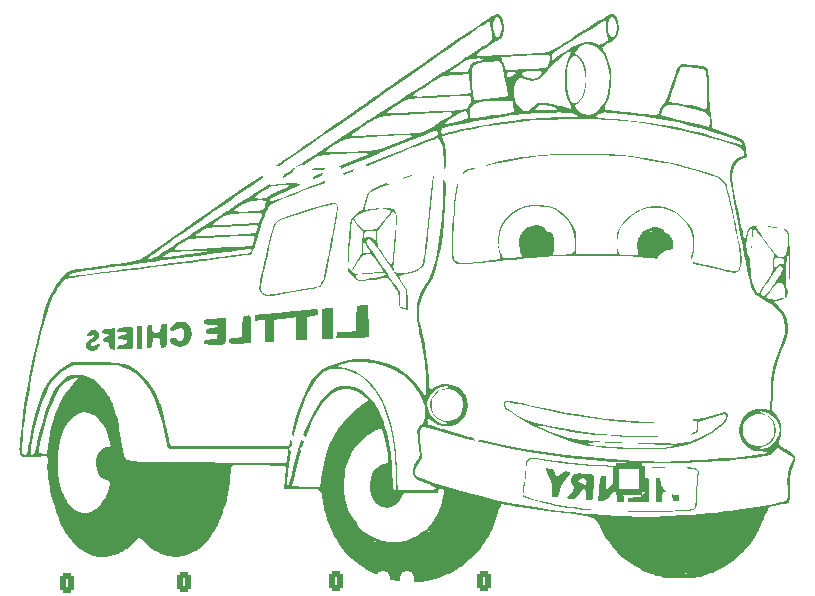
<source format=gbo>
G04 #@! TF.GenerationSoftware,KiCad,Pcbnew,7.0.1*
G04 #@! TF.CreationDate,2023-08-25T11:55:28+10:00*
G04 #@! TF.ProjectId,Firetruck,46697265-7472-4756-936b-2e6b69636164,rev?*
G04 #@! TF.SameCoordinates,Original*
G04 #@! TF.FileFunction,Legend,Bot*
G04 #@! TF.FilePolarity,Positive*
%FSLAX46Y46*%
G04 Gerber Fmt 4.6, Leading zero omitted, Abs format (unit mm)*
G04 Created by KiCad (PCBNEW 7.0.1) date 2023-08-25 11:55:28*
%MOMM*%
%LPD*%
G01*
G04 APERTURE LIST*
G04 Aperture macros list*
%AMRoundRect*
0 Rectangle with rounded corners*
0 $1 Rounding radius*
0 $2 $3 $4 $5 $6 $7 $8 $9 X,Y pos of 4 corners*
0 Add a 4 corners polygon primitive as box body*
4,1,4,$2,$3,$4,$5,$6,$7,$8,$9,$2,$3,0*
0 Add four circle primitives for the rounded corners*
1,1,$1+$1,$2,$3*
1,1,$1+$1,$4,$5*
1,1,$1+$1,$6,$7*
1,1,$1+$1,$8,$9*
0 Add four rect primitives between the rounded corners*
20,1,$1+$1,$2,$3,$4,$5,0*
20,1,$1+$1,$4,$5,$6,$7,0*
20,1,$1+$1,$6,$7,$8,$9,0*
20,1,$1+$1,$8,$9,$2,$3,0*%
G04 Aperture macros list end*
%ADD10RoundRect,0.250001X-1.099999X-1.099999X1.099999X-1.099999X1.099999X1.099999X-1.099999X1.099999X0*%
%ADD11C,2.700000*%
%ADD12RoundRect,0.250000X-0.350000X-0.625000X0.350000X-0.625000X0.350000X0.625000X-0.350000X0.625000X0*%
%ADD13O,1.200000X1.750000*%
%ADD14R,1.800000X1.800000*%
%ADD15C,1.800000*%
%ADD16C,3.400000*%
%ADD17C,1.500000*%
%ADD18C,0.500000*%
G04 APERTURE END LIST*
G36*
X161848571Y-58276592D02*
G01*
X161856322Y-58642755D01*
X161784992Y-59032503D01*
X161711400Y-59219042D01*
X161575919Y-59369079D01*
X161398648Y-59474973D01*
X161337421Y-59511547D01*
X161242238Y-59562100D01*
X160984004Y-59711158D01*
X160678408Y-59898567D01*
X160355604Y-60104560D01*
X160045748Y-60309367D01*
X159778997Y-60493223D01*
X159585506Y-60636358D01*
X159495431Y-60719006D01*
X159506387Y-60760708D01*
X159646322Y-60794260D01*
X159934205Y-60805879D01*
X159964137Y-60805867D01*
X160250216Y-60800536D01*
X160647796Y-60786972D01*
X161132586Y-60766540D01*
X161680299Y-60740601D01*
X162266643Y-60710520D01*
X162867331Y-60677659D01*
X163458074Y-60643382D01*
X164014580Y-60609051D01*
X164512563Y-60576029D01*
X164927731Y-60545680D01*
X165235797Y-60519366D01*
X165412470Y-60498451D01*
X165520250Y-60478106D01*
X165630755Y-60449995D01*
X165751059Y-60407478D01*
X165894650Y-60342810D01*
X166075013Y-60248245D01*
X166305636Y-60116038D01*
X166600003Y-59938446D01*
X166971604Y-59707722D01*
X167433922Y-59416121D01*
X168000447Y-59055900D01*
X168684662Y-58619312D01*
X168734646Y-58587403D01*
X169351240Y-58195698D01*
X169852411Y-57882508D01*
X170251756Y-57640955D01*
X170562872Y-57464158D01*
X170799356Y-57345237D01*
X170974805Y-57277313D01*
X171102816Y-57253506D01*
X171196986Y-57266936D01*
X171270913Y-57310723D01*
X171287886Y-57325484D01*
X171457881Y-57571644D01*
X171567524Y-57929866D01*
X171606320Y-58367099D01*
X171602490Y-58527164D01*
X171599157Y-58549036D01*
X171547222Y-58889865D01*
X171408508Y-59179851D01*
X171274992Y-59318339D01*
X171163721Y-59433753D01*
X170790232Y-59688201D01*
X170715403Y-59733639D01*
X170471949Y-59890488D01*
X170295710Y-60018011D01*
X170220667Y-60092110D01*
X170222133Y-60129646D01*
X170280764Y-60277176D01*
X170394934Y-60472984D01*
X170632559Y-60895630D01*
X170806721Y-61375443D01*
X170914484Y-61930061D01*
X170960434Y-62526982D01*
X170965781Y-62596442D01*
X170965819Y-62597499D01*
X170963414Y-63276990D01*
X170897418Y-63854765D01*
X170759698Y-64374677D01*
X170542120Y-64880580D01*
X170430878Y-65136957D01*
X170421309Y-65295652D01*
X170524365Y-65377122D01*
X170749386Y-65405002D01*
X170833734Y-65408467D01*
X170936978Y-65415244D01*
X171076434Y-65427296D01*
X171271873Y-65446663D01*
X171543067Y-65475385D01*
X171909788Y-65515500D01*
X172391807Y-65569049D01*
X173008896Y-65638070D01*
X173552475Y-65698955D01*
X174018881Y-65748595D01*
X174367415Y-65778212D01*
X174617504Y-65785760D01*
X174788578Y-65769192D01*
X174845057Y-65747545D01*
X175210909Y-65747545D01*
X175243254Y-65865058D01*
X175282913Y-65881060D01*
X175457000Y-65930883D01*
X175747692Y-66005492D01*
X176132989Y-66099450D01*
X176590887Y-66207321D01*
X177099386Y-66323669D01*
X177404137Y-66392524D01*
X177896946Y-66504315D01*
X178332139Y-66603585D01*
X178686111Y-66684924D01*
X178935258Y-66742919D01*
X179055973Y-66772161D01*
X179144871Y-66782576D01*
X179248055Y-66719569D01*
X179303449Y-66540385D01*
X179319938Y-66226657D01*
X179305165Y-66047829D01*
X179236475Y-65860079D01*
X179096415Y-65701962D01*
X178868309Y-65563891D01*
X178535481Y-65436280D01*
X178081256Y-65309543D01*
X177488957Y-65174093D01*
X177041277Y-65083446D01*
X176481635Y-64992356D01*
X176051919Y-64955427D01*
X175742642Y-64972014D01*
X175544315Y-65041467D01*
X175444910Y-65140610D01*
X175330800Y-65333171D01*
X175246446Y-65552866D01*
X175210909Y-65747545D01*
X174845057Y-65747545D01*
X174900067Y-65726461D01*
X174971399Y-65655521D01*
X175022004Y-65554326D01*
X175071311Y-65420828D01*
X175119353Y-65304577D01*
X175251495Y-65061985D01*
X175384989Y-64894908D01*
X175398668Y-64881623D01*
X175501666Y-64722112D01*
X175876643Y-64722112D01*
X175883174Y-64724699D01*
X176005642Y-64747185D01*
X176203374Y-64766451D01*
X176209399Y-64766870D01*
X176497822Y-64797340D01*
X176867891Y-64850750D01*
X177280262Y-64919782D01*
X177695594Y-64997120D01*
X178074543Y-65075447D01*
X178377766Y-65147448D01*
X178565919Y-65205805D01*
X178696528Y-65260403D01*
X178845380Y-65312817D01*
X178950506Y-65316510D01*
X179019451Y-65253633D01*
X179059761Y-65106335D01*
X179078982Y-64856766D01*
X179084659Y-64487077D01*
X179084337Y-63979417D01*
X179084068Y-63878433D01*
X179074201Y-63229221D01*
X179049693Y-62723808D01*
X179009510Y-62352131D01*
X178952620Y-62104125D01*
X178877989Y-61969728D01*
X178790218Y-61935890D01*
X178579389Y-61889554D01*
X178286739Y-61839148D01*
X177950931Y-61789898D01*
X177610624Y-61747031D01*
X177304482Y-61715774D01*
X177071164Y-61701353D01*
X176949332Y-61708995D01*
X176930236Y-61716407D01*
X176893513Y-61736707D01*
X176857232Y-61777654D01*
X176814117Y-61857357D01*
X176756891Y-61993928D01*
X176678279Y-62205477D01*
X176571003Y-62510115D01*
X176427787Y-62925952D01*
X176241355Y-63471099D01*
X176139483Y-63774908D01*
X176021196Y-64145435D01*
X175933147Y-64443321D01*
X175882556Y-64643801D01*
X175876643Y-64722112D01*
X175501666Y-64722112D01*
X175506932Y-64713957D01*
X175649230Y-64403624D01*
X175826766Y-63947774D01*
X176040743Y-63343561D01*
X176192634Y-62903804D01*
X176338628Y-62488608D01*
X176464186Y-62139083D01*
X176559491Y-61882548D01*
X176614725Y-61746322D01*
X176659980Y-61670963D01*
X176769754Y-61579246D01*
X176942111Y-61527576D01*
X177199624Y-61513481D01*
X177564868Y-61534492D01*
X178060418Y-61588138D01*
X178156779Y-61599642D01*
X178483843Y-61638874D01*
X178734613Y-61682540D01*
X178919664Y-61749536D01*
X179049569Y-61858761D01*
X179134904Y-62029109D01*
X179186242Y-62279478D01*
X179214159Y-62628764D01*
X179229228Y-63095864D01*
X179242024Y-63699674D01*
X179247882Y-63931804D01*
X179264904Y-64424599D01*
X179267952Y-64487077D01*
X179286025Y-64857519D01*
X179309736Y-65206579D01*
X179334530Y-65447794D01*
X179358896Y-65557178D01*
X179367388Y-65573084D01*
X179409295Y-65729887D01*
X179447896Y-65985804D01*
X179469676Y-66226657D01*
X179475767Y-66294018D01*
X179514724Y-66913987D01*
X179904294Y-67056865D01*
X180017854Y-67098032D01*
X180319680Y-67205404D01*
X180684596Y-67333450D01*
X181057088Y-67462630D01*
X181405534Y-67585248D01*
X181770720Y-67730921D01*
X182026177Y-67872058D01*
X182194651Y-68032299D01*
X182298893Y-68235284D01*
X182300562Y-68242446D01*
X182361652Y-68504653D01*
X182405676Y-68864046D01*
X182457282Y-69367745D01*
X182024849Y-69558987D01*
X182005954Y-69567401D01*
X181697850Y-69733670D01*
X181491359Y-69929138D01*
X181354599Y-70195977D01*
X181255686Y-70576359D01*
X181211421Y-70878952D01*
X181209785Y-71214191D01*
X181257865Y-71622698D01*
X181262129Y-71649697D01*
X181309302Y-71921172D01*
X181378496Y-72289185D01*
X181464961Y-72731063D01*
X181563944Y-73224133D01*
X181670693Y-73745722D01*
X181780456Y-74273157D01*
X181888482Y-74783766D01*
X181990019Y-75254875D01*
X182080315Y-75663812D01*
X182154617Y-75987903D01*
X182208175Y-76204476D01*
X182236235Y-76290857D01*
X182247773Y-76301043D01*
X182316933Y-76293559D01*
X182381530Y-76152179D01*
X182446973Y-75865998D01*
X182458612Y-75805605D01*
X182522096Y-75559817D01*
X182614807Y-75388121D01*
X182755284Y-75282682D01*
X183224605Y-75282682D01*
X183224984Y-75283721D01*
X183280459Y-75376373D01*
X183411437Y-75573730D01*
X183603315Y-75854423D01*
X183841490Y-76197082D01*
X184111361Y-76580339D01*
X184260117Y-76789219D01*
X184549169Y-77185370D01*
X184769972Y-77470001D01*
X184879750Y-77594908D01*
X184933972Y-77656603D01*
X185052616Y-77758669D01*
X185137351Y-77789693D01*
X185248891Y-77796756D01*
X185417341Y-77832196D01*
X185481793Y-77838770D01*
X185611081Y-77747805D01*
X185729665Y-77536035D01*
X185828971Y-77226979D01*
X185900424Y-76844160D01*
X185935447Y-76411098D01*
X185937442Y-76340552D01*
X185933226Y-75990192D01*
X185883533Y-75755738D01*
X185764466Y-75603740D01*
X185552126Y-75500746D01*
X185222617Y-75413305D01*
X185145689Y-75396400D01*
X184802853Y-75334470D01*
X184432354Y-75284470D01*
X184064468Y-75248377D01*
X183729474Y-75228173D01*
X183457647Y-75225836D01*
X183279265Y-75243346D01*
X183224605Y-75282682D01*
X182755284Y-75282682D01*
X182762006Y-75277637D01*
X182988953Y-75215483D01*
X183320907Y-75188780D01*
X183783128Y-75184645D01*
X184236967Y-75197599D01*
X184811004Y-75249246D01*
X185291570Y-75336364D01*
X185658473Y-75454964D01*
X185891522Y-75601059D01*
X185932671Y-75651722D01*
X185968143Y-75730176D01*
X185995674Y-75851510D01*
X186016802Y-76034548D01*
X186033067Y-76298115D01*
X186034580Y-76340552D01*
X186046006Y-76661033D01*
X186057161Y-77142127D01*
X186068069Y-77760220D01*
X186073818Y-78228008D01*
X186075604Y-78753307D01*
X186072172Y-79217965D01*
X186063878Y-79598198D01*
X186051083Y-79870220D01*
X186034144Y-80010245D01*
X186016958Y-80033880D01*
X186001109Y-79936630D01*
X185993252Y-79704220D01*
X185993708Y-79348292D01*
X186002802Y-78880491D01*
X186007533Y-78681859D01*
X186013921Y-78178524D01*
X186008163Y-77829907D01*
X185990243Y-77635528D01*
X185960144Y-77594908D01*
X185913576Y-77674143D01*
X185851504Y-77897197D01*
X185800777Y-78216429D01*
X185798966Y-78234606D01*
X185762507Y-78600503D01*
X185749471Y-78820868D01*
X185737805Y-79018083D01*
X185727782Y-79437834D01*
X185733549Y-79828419D01*
X185756218Y-80158503D01*
X185796900Y-80396749D01*
X185856705Y-80511823D01*
X185870666Y-80522836D01*
X185922168Y-80657965D01*
X185920579Y-80866553D01*
X185871898Y-81088201D01*
X185864279Y-81102995D01*
X185782126Y-81262515D01*
X185698474Y-81318493D01*
X185494759Y-81397566D01*
X185232956Y-81465937D01*
X185024534Y-81514009D01*
X184843563Y-81567976D01*
X184773926Y-81606524D01*
X184774020Y-81607630D01*
X184829461Y-81684826D01*
X184967446Y-81836796D01*
X185159202Y-82031782D01*
X185205179Y-82078019D01*
X185572221Y-82549738D01*
X185805455Y-83081964D01*
X185915695Y-83698522D01*
X185917688Y-83726293D01*
X185919733Y-83754790D01*
X185924985Y-84010329D01*
X185901304Y-84262485D01*
X185841211Y-84540137D01*
X185737228Y-84872162D01*
X185581878Y-85287439D01*
X185367681Y-85814847D01*
X185152901Y-86357668D01*
X184962988Y-86920186D01*
X184825905Y-87458285D01*
X184732482Y-88016817D01*
X184673551Y-88640634D01*
X184639941Y-89374588D01*
X184597629Y-90791692D01*
X184955702Y-91268034D01*
X185069308Y-91424512D01*
X185231401Y-91689103D01*
X185332659Y-91946286D01*
X185376419Y-92227433D01*
X185368619Y-92479707D01*
X185366015Y-92563911D01*
X185304784Y-92987092D01*
X185196061Y-93528344D01*
X185189269Y-93566830D01*
X185198493Y-93666559D01*
X185270455Y-93765436D01*
X185429461Y-93889309D01*
X185699816Y-94064021D01*
X185755774Y-94099361D01*
X186033119Y-94285018D01*
X186268234Y-94458252D01*
X186415191Y-94585579D01*
X186455334Y-94631128D01*
X186525586Y-94749030D01*
X186540403Y-94845737D01*
X186547679Y-94893226D01*
X186518659Y-95093098D01*
X186435577Y-95378031D01*
X186295479Y-95777408D01*
X186222862Y-95985502D01*
X186161549Y-96200332D01*
X186122571Y-96417507D01*
X186101350Y-96675384D01*
X186093308Y-97012322D01*
X186093867Y-97466678D01*
X186092299Y-97895629D01*
X186078994Y-98282581D01*
X186053828Y-98531504D01*
X186017370Y-98633684D01*
X185945333Y-98659568D01*
X185743670Y-98712673D01*
X185452108Y-98780196D01*
X185106108Y-98853582D01*
X184278412Y-99021832D01*
X184123894Y-99410859D01*
X184079489Y-99522657D01*
X184015580Y-99683558D01*
X183917470Y-99930566D01*
X183907090Y-99956258D01*
X183875610Y-100034172D01*
X183848132Y-100102180D01*
X183843636Y-100112086D01*
X183490034Y-100891227D01*
X183482571Y-100907672D01*
X183403494Y-101047055D01*
X183315087Y-101202883D01*
X183226680Y-101358712D01*
X183138273Y-101514540D01*
X183088917Y-101601536D01*
X182927528Y-101826196D01*
X182771557Y-102043315D01*
X182644049Y-102220812D01*
X182579012Y-102293681D01*
X182161776Y-102761166D01*
X182124846Y-102802544D01*
X182088606Y-102839080D01*
X182038031Y-102890067D01*
X181527863Y-103345522D01*
X181296944Y-103551676D01*
X180745690Y-103929877D01*
X180632125Y-104007791D01*
X180523780Y-104082124D01*
X180360910Y-104163620D01*
X179682129Y-104503264D01*
X179540508Y-104553190D01*
X179356329Y-104618119D01*
X179135317Y-104696033D01*
X178735583Y-104836952D01*
X178719343Y-104841713D01*
X178469223Y-104909733D01*
X178236575Y-104957805D01*
X177986749Y-104989064D01*
X177685099Y-105006650D01*
X177296975Y-105013700D01*
X176787730Y-105013352D01*
X176651072Y-105012549D01*
X176178956Y-105006765D01*
X175818297Y-104994106D01*
X175533463Y-104970762D01*
X175288822Y-104932928D01*
X175048743Y-104876795D01*
X174777594Y-104798557D01*
X174693063Y-104772482D01*
X174528030Y-104709018D01*
X177761656Y-104709018D01*
X177800613Y-104747976D01*
X177829120Y-104719468D01*
X178009181Y-104719468D01*
X178073313Y-104747976D01*
X178114560Y-104742353D01*
X178125255Y-104696033D01*
X178113836Y-104686708D01*
X178021370Y-104696033D01*
X178014616Y-104709018D01*
X178009181Y-104719468D01*
X177829120Y-104719468D01*
X177839570Y-104709018D01*
X177800613Y-104670061D01*
X177761656Y-104709018D01*
X174528030Y-104709018D01*
X174325422Y-104631104D01*
X175346319Y-104631104D01*
X175385276Y-104670061D01*
X175413783Y-104641554D01*
X177230039Y-104641554D01*
X177294172Y-104670061D01*
X177335419Y-104664439D01*
X177346114Y-104618119D01*
X177334695Y-104608794D01*
X177242229Y-104618119D01*
X177235475Y-104631104D01*
X177230039Y-104641554D01*
X175413783Y-104641554D01*
X175424233Y-104631104D01*
X175385276Y-104592147D01*
X175346319Y-104631104D01*
X174325422Y-104631104D01*
X174122813Y-104553190D01*
X175735889Y-104553190D01*
X175774846Y-104592147D01*
X175813803Y-104553190D01*
X175774846Y-104514233D01*
X175735889Y-104553190D01*
X174122813Y-104553190D01*
X173658229Y-104374532D01*
X173275510Y-104163620D01*
X173865951Y-104163620D01*
X173904908Y-104202577D01*
X173943865Y-104163620D01*
X173904908Y-104124663D01*
X173865951Y-104163620D01*
X173275510Y-104163620D01*
X172992744Y-104007791D01*
X173943865Y-104007791D01*
X173982822Y-104046749D01*
X174021779Y-104007791D01*
X179631595Y-104007791D01*
X179670552Y-104046749D01*
X179709509Y-104007791D01*
X179670552Y-103968834D01*
X179631595Y-104007791D01*
X174021779Y-104007791D01*
X173982822Y-103968834D01*
X173943865Y-104007791D01*
X172992744Y-104007791D01*
X172851362Y-103929877D01*
X179943251Y-103929877D01*
X179982208Y-103968834D01*
X180021165Y-103929877D01*
X179982208Y-103890920D01*
X179943251Y-103929877D01*
X172851362Y-103929877D01*
X172726660Y-103861155D01*
X171994435Y-103304998D01*
X172635972Y-103304998D01*
X172645296Y-103397464D01*
X172668732Y-103409654D01*
X172697239Y-103345522D01*
X172691616Y-103304274D01*
X172645296Y-103293579D01*
X172635972Y-103304998D01*
X171994435Y-103304998D01*
X171895480Y-103229837D01*
X171488786Y-102813108D01*
X171965081Y-102813108D01*
X171972761Y-102824755D01*
X172034969Y-102878037D01*
X172040959Y-102876983D01*
X172078876Y-102839080D01*
X181657362Y-102839080D01*
X181696319Y-102878037D01*
X181735276Y-102839080D01*
X181696319Y-102800123D01*
X181657362Y-102839080D01*
X172078876Y-102839080D01*
X172104858Y-102813108D01*
X172110787Y-102782807D01*
X172063403Y-102761166D01*
X181501534Y-102761166D01*
X181523175Y-102782807D01*
X181540491Y-102800123D01*
X181579448Y-102761166D01*
X181540491Y-102722209D01*
X181501534Y-102761166D01*
X172063403Y-102761166D01*
X172034969Y-102748180D01*
X171988294Y-102755733D01*
X171965081Y-102813108D01*
X171488786Y-102813108D01*
X171161811Y-102478065D01*
X171027111Y-102293681D01*
X171372699Y-102293681D01*
X171411656Y-102332638D01*
X171450613Y-102293681D01*
X171411656Y-102254724D01*
X171372699Y-102293681D01*
X171027111Y-102293681D01*
X170855208Y-102058373D01*
X171311432Y-102058373D01*
X171320756Y-102150838D01*
X171344192Y-102163028D01*
X171353339Y-102142451D01*
X182202761Y-102142451D01*
X182203519Y-102153343D01*
X182248621Y-102170502D01*
X182327072Y-102086857D01*
X182346029Y-102043315D01*
X182292713Y-102052499D01*
X182258101Y-102076550D01*
X182239336Y-102098896D01*
X182202761Y-102142451D01*
X171353339Y-102142451D01*
X171372699Y-102098896D01*
X171367076Y-102057648D01*
X171320756Y-102046953D01*
X171311432Y-102058373D01*
X170855208Y-102058373D01*
X170685593Y-101826196D01*
X182514417Y-101826196D01*
X182553374Y-101865153D01*
X182592331Y-101826196D01*
X182553374Y-101787239D01*
X182514417Y-101826196D01*
X170685593Y-101826196D01*
X170522776Y-101603325D01*
X170474197Y-101514540D01*
X182748159Y-101514540D01*
X182787116Y-101553497D01*
X182826073Y-101514540D01*
X182787116Y-101475583D01*
X182748159Y-101514540D01*
X170474197Y-101514540D01*
X170388934Y-101358712D01*
X182748159Y-101358712D01*
X182787116Y-101397669D01*
X182826073Y-101358712D01*
X182787116Y-101319755D01*
X182748159Y-101358712D01*
X170388934Y-101358712D01*
X170303671Y-101202883D01*
X182826073Y-101202883D01*
X182865030Y-101241841D01*
X182903988Y-101202883D01*
X182865030Y-101163926D01*
X182826073Y-101202883D01*
X170303671Y-101202883D01*
X170218409Y-101047055D01*
X170515644Y-101047055D01*
X170554601Y-101086012D01*
X170593558Y-101047055D01*
X170554601Y-101008098D01*
X170515644Y-101047055D01*
X170218409Y-101047055D01*
X170133147Y-100891227D01*
X170593558Y-100891227D01*
X170632515Y-100930184D01*
X170671472Y-100891227D01*
X170632515Y-100852270D01*
X170593558Y-100891227D01*
X170133147Y-100891227D01*
X169975498Y-100603103D01*
X169868684Y-100386505D01*
X169744846Y-100182140D01*
X169681104Y-100112086D01*
X170515644Y-100112086D01*
X170554601Y-100151043D01*
X170593558Y-100112086D01*
X175346319Y-100112086D01*
X175385276Y-100151043D01*
X175419635Y-100116684D01*
X175735889Y-100116684D01*
X175736648Y-100127576D01*
X175781749Y-100144735D01*
X175812371Y-100112086D01*
X183449386Y-100112086D01*
X183488343Y-100151043D01*
X183527300Y-100112086D01*
X183488343Y-100073129D01*
X183449386Y-100112086D01*
X175812371Y-100112086D01*
X175860201Y-100061090D01*
X175871921Y-100034172D01*
X177294172Y-100034172D01*
X177333129Y-100073129D01*
X177372086Y-100034172D01*
X178307055Y-100034172D01*
X178346012Y-100073129D01*
X178384969Y-100034172D01*
X178540797Y-100034172D01*
X178579754Y-100073129D01*
X178618711Y-100034172D01*
X178579754Y-99995215D01*
X178540797Y-100034172D01*
X178384969Y-100034172D01*
X178346012Y-99995215D01*
X178307055Y-100034172D01*
X177372086Y-100034172D01*
X177333129Y-99995215D01*
X177310795Y-100017549D01*
X177294172Y-100034172D01*
X175871921Y-100034172D01*
X175879158Y-100017549D01*
X175825842Y-100026732D01*
X175815135Y-100034172D01*
X175791230Y-100050783D01*
X175739750Y-100112086D01*
X175735889Y-100116684D01*
X175419635Y-100116684D01*
X175424233Y-100112086D01*
X175385276Y-100073129D01*
X175346319Y-100112086D01*
X170593558Y-100112086D01*
X170554601Y-100073129D01*
X170515644Y-100112086D01*
X169681104Y-100112086D01*
X169610211Y-100034172D01*
X171684356Y-100034172D01*
X171723313Y-100073129D01*
X171762270Y-100034172D01*
X171996012Y-100034172D01*
X172034969Y-100073129D01*
X172073926Y-100034172D01*
X172034969Y-99995215D01*
X171996012Y-100034172D01*
X171762270Y-100034172D01*
X171723313Y-99995215D01*
X171684356Y-100034172D01*
X169610211Y-100034172D01*
X169603249Y-100026521D01*
X169494240Y-99956258D01*
X177450000Y-99956258D01*
X177488957Y-99995215D01*
X177527914Y-99956258D01*
X177488957Y-99917301D01*
X177450000Y-99956258D01*
X169494240Y-99956258D01*
X169420999Y-99909050D01*
X169175203Y-99819126D01*
X168842968Y-99746150D01*
X168401400Y-99679524D01*
X167827607Y-99608646D01*
X167263869Y-99540891D01*
X166149554Y-99401599D01*
X164978962Y-99249077D01*
X163815030Y-99091438D01*
X163676674Y-99070095D01*
X163398897Y-99023378D01*
X163047251Y-98961715D01*
X162665990Y-98892760D01*
X162347648Y-98838132D01*
X162032922Y-98792749D01*
X161800727Y-98769075D01*
X161686214Y-98771461D01*
X161669932Y-98783075D01*
X161593212Y-98907850D01*
X161498969Y-99133914D01*
X161403935Y-99422662D01*
X161382396Y-99488773D01*
X161134958Y-100248243D01*
X160931277Y-100735399D01*
X160840499Y-100952518D01*
X160792438Y-101067467D01*
X160589177Y-101436626D01*
X160392563Y-101793713D01*
X160258092Y-101982025D01*
X160214326Y-102043315D01*
X159917164Y-102459457D01*
X159717452Y-102683252D01*
X159348070Y-103097177D01*
X159051985Y-103384479D01*
X159018649Y-103416826D01*
X158382558Y-103929877D01*
X158285959Y-104007791D01*
X158205227Y-104072907D01*
X158183702Y-104085706D01*
X157995681Y-104197504D01*
X157921632Y-104241534D01*
X157790597Y-104319448D01*
X157397493Y-104553190D01*
X157334880Y-104590420D01*
X157235923Y-104631104D01*
X157046410Y-104709018D01*
X156856894Y-104786933D01*
X156389649Y-104979030D01*
X155351574Y-105248404D01*
X155283534Y-105260593D01*
X154894117Y-105305434D01*
X154420285Y-105329707D01*
X153919938Y-105330106D01*
X153477198Y-105306052D01*
X152424096Y-105144439D01*
X151414626Y-104842615D01*
X151292758Y-104786933D01*
X155867791Y-104786933D01*
X155906748Y-104825890D01*
X155945705Y-104786933D01*
X155906748Y-104747976D01*
X155867791Y-104786933D01*
X151292758Y-104786933D01*
X151122231Y-104709018D01*
X151894172Y-104709018D01*
X151933129Y-104747976D01*
X151972086Y-104709018D01*
X156023619Y-104709018D01*
X156062576Y-104747976D01*
X156101534Y-104709018D01*
X156257362Y-104709018D01*
X156296319Y-104747976D01*
X156335276Y-104709018D01*
X156296319Y-104670061D01*
X156257362Y-104709018D01*
X156101534Y-104709018D01*
X156062576Y-104670061D01*
X156023619Y-104709018D01*
X151972086Y-104709018D01*
X151933129Y-104670061D01*
X151894172Y-104709018D01*
X151122231Y-104709018D01*
X150974577Y-104641554D01*
X151518383Y-104641554D01*
X151582515Y-104670061D01*
X151623763Y-104664439D01*
X151631460Y-104631104D01*
X155867791Y-104631104D01*
X155906748Y-104670061D01*
X155945705Y-104631104D01*
X156413190Y-104631104D01*
X156452147Y-104670061D01*
X156491104Y-104631104D01*
X156452147Y-104592147D01*
X156413190Y-104631104D01*
X155945705Y-104631104D01*
X155906748Y-104592147D01*
X155880776Y-104618119D01*
X155867791Y-104631104D01*
X151631460Y-104631104D01*
X151634458Y-104618119D01*
X151623038Y-104608794D01*
X151530572Y-104618119D01*
X151518383Y-104641554D01*
X150974577Y-104641554D01*
X150781181Y-104553190D01*
X151816257Y-104553190D01*
X151855215Y-104592147D01*
X151894172Y-104553190D01*
X151855215Y-104514233D01*
X151816257Y-104553190D01*
X150781181Y-104553190D01*
X150463437Y-104408011D01*
X150324531Y-104319448D01*
X157192331Y-104319448D01*
X157231288Y-104358405D01*
X157270245Y-104319448D01*
X157231288Y-104280491D01*
X157192331Y-104319448D01*
X150324531Y-104319448D01*
X150202328Y-104241534D01*
X157348159Y-104241534D01*
X157387116Y-104280491D01*
X157426073Y-104241534D01*
X157387116Y-104202577D01*
X157348159Y-104241534D01*
X150202328Y-104241534D01*
X149904774Y-104051821D01*
X150666649Y-104051821D01*
X150686503Y-104124663D01*
X150702510Y-104147727D01*
X150773613Y-104202577D01*
X150784271Y-104197504D01*
X150764417Y-104124663D01*
X150748410Y-104101598D01*
X150727808Y-104085706D01*
X157426073Y-104085706D01*
X157465030Y-104124663D01*
X157503988Y-104085706D01*
X157465030Y-104046749D01*
X157426073Y-104085706D01*
X150727808Y-104085706D01*
X150677306Y-104046749D01*
X150666649Y-104051821D01*
X149904774Y-104051821D01*
X149835716Y-104007791D01*
X150803374Y-104007791D01*
X150842331Y-104046749D01*
X150881288Y-104007791D01*
X150842331Y-103968834D01*
X150803374Y-104007791D01*
X149835716Y-104007791D01*
X149713512Y-103929877D01*
X150335889Y-103929877D01*
X150374846Y-103968834D01*
X150413803Y-103929877D01*
X150374846Y-103890920D01*
X150335889Y-103929877D01*
X149713512Y-103929877D01*
X149585176Y-103848053D01*
X149044463Y-103384479D01*
X149478834Y-103384479D01*
X149517791Y-103423436D01*
X149556748Y-103384479D01*
X150257975Y-103384479D01*
X150296932Y-103423436D01*
X150335889Y-103384479D01*
X158438957Y-103384479D01*
X158477914Y-103423436D01*
X158516871Y-103384479D01*
X158594785Y-103384479D01*
X158633742Y-103423436D01*
X158672699Y-103384479D01*
X158633742Y-103345522D01*
X158594785Y-103384479D01*
X158516871Y-103384479D01*
X158477914Y-103345522D01*
X158438957Y-103384479D01*
X150335889Y-103384479D01*
X150296932Y-103345522D01*
X150257975Y-103384479D01*
X149556748Y-103384479D01*
X149517791Y-103345522D01*
X149478834Y-103384479D01*
X149044463Y-103384479D01*
X148794493Y-103170170D01*
X148369288Y-102683252D01*
X159218098Y-102683252D01*
X159257055Y-102722209D01*
X159296012Y-102683252D01*
X159257055Y-102644295D01*
X159218098Y-102683252D01*
X148369288Y-102683252D01*
X148106034Y-102381791D01*
X148041747Y-102294320D01*
X147946332Y-102142451D01*
X159685583Y-102142451D01*
X159686341Y-102153343D01*
X159731443Y-102170502D01*
X159809894Y-102086857D01*
X159828851Y-102043315D01*
X159775535Y-102052499D01*
X159740923Y-102076550D01*
X159685583Y-102142451D01*
X147946332Y-102142451D01*
X147845540Y-101982025D01*
X148232208Y-101982025D01*
X148271165Y-102020982D01*
X148310123Y-101982025D01*
X150725460Y-101982025D01*
X150764417Y-102020982D01*
X150803374Y-101982025D01*
X150764417Y-101943068D01*
X150725460Y-101982025D01*
X148310123Y-101982025D01*
X148271165Y-101943068D01*
X148232208Y-101982025D01*
X147845540Y-101982025D01*
X147796588Y-101904110D01*
X150335889Y-101904110D01*
X150374846Y-101943068D01*
X150403353Y-101914560D01*
X150895070Y-101914560D01*
X150959202Y-101943068D01*
X151000450Y-101937445D01*
X151011145Y-101891125D01*
X150999725Y-101881800D01*
X150907260Y-101891125D01*
X150900506Y-101904110D01*
X150895070Y-101914560D01*
X150403353Y-101914560D01*
X150413803Y-101904110D01*
X150374846Y-101865153D01*
X150335889Y-101904110D01*
X147796588Y-101904110D01*
X147747636Y-101826196D01*
X148076380Y-101826196D01*
X148115337Y-101865153D01*
X148154294Y-101826196D01*
X148115337Y-101787239D01*
X148076380Y-101826196D01*
X147747636Y-101826196D01*
X147628178Y-101636059D01*
X147529156Y-101436626D01*
X148310123Y-101436626D01*
X148349080Y-101475583D01*
X148388037Y-101436626D01*
X148349080Y-101397669D01*
X148310123Y-101436626D01*
X147529156Y-101436626D01*
X147413098Y-101202883D01*
X147686810Y-101202883D01*
X147725767Y-101241841D01*
X147764724Y-101202883D01*
X147725767Y-101163926D01*
X147686810Y-101202883D01*
X147413098Y-101202883D01*
X147257577Y-100889661D01*
X147625542Y-100889661D01*
X147634867Y-100982127D01*
X147658302Y-100994316D01*
X147686810Y-100930184D01*
X147681187Y-100888937D01*
X147634867Y-100878241D01*
X147625542Y-100889661D01*
X147257577Y-100889661D01*
X147250485Y-100875377D01*
X147133447Y-100579571D01*
X149167178Y-100579571D01*
X149206135Y-100618528D01*
X149245092Y-100579571D01*
X149206135Y-100540614D01*
X149167178Y-100579571D01*
X147133447Y-100579571D01*
X146927119Y-100058087D01*
X146919882Y-100034172D01*
X147141411Y-100034172D01*
X147180368Y-100073129D01*
X147219325Y-100034172D01*
X147180368Y-99995215D01*
X147141411Y-100034172D01*
X146919882Y-100034172D01*
X146872727Y-99878344D01*
X148543865Y-99878344D01*
X148582822Y-99917301D01*
X148621779Y-99878344D01*
X148582822Y-99839387D01*
X148543865Y-99878344D01*
X146872727Y-99878344D01*
X146849149Y-99800429D01*
X147063497Y-99800429D01*
X147102454Y-99839387D01*
X147141411Y-99800429D01*
X147102454Y-99761472D01*
X147063497Y-99800429D01*
X146849149Y-99800429D01*
X146801994Y-99644601D01*
X147141411Y-99644601D01*
X147180368Y-99683558D01*
X147219325Y-99644601D01*
X147180368Y-99605644D01*
X147141411Y-99644601D01*
X146801994Y-99644601D01*
X146778416Y-99566687D01*
X148543865Y-99566687D01*
X148582822Y-99605644D01*
X148621779Y-99566687D01*
X148582822Y-99527730D01*
X148543865Y-99566687D01*
X146778416Y-99566687D01*
X146676532Y-99230001D01*
X146517177Y-98436933D01*
X146482767Y-98167727D01*
X146450911Y-97919329D01*
X146409517Y-97740744D01*
X146337725Y-97620661D01*
X146214677Y-97547772D01*
X146019516Y-97510766D01*
X145731382Y-97498336D01*
X145329417Y-97499172D01*
X144792764Y-97501963D01*
X143226227Y-97501963D01*
X143273554Y-97265328D01*
X143280733Y-97222913D01*
X143946932Y-97222913D01*
X143970204Y-97231797D01*
X144118730Y-97246223D01*
X144381698Y-97257773D01*
X144732503Y-97265441D01*
X145144540Y-97268221D01*
X146342148Y-97268221D01*
X146373951Y-96889302D01*
X148315911Y-96889302D01*
X148330462Y-97610380D01*
X148419899Y-98299994D01*
X148582081Y-98904417D01*
X148796570Y-99398518D01*
X148890061Y-99566687D01*
X148933376Y-99644601D01*
X149020006Y-99800429D01*
X149063322Y-99878344D01*
X149078347Y-99905371D01*
X149165201Y-100034172D01*
X149399072Y-100380991D01*
X149562414Y-100579571D01*
X149731973Y-100785709D01*
X149888313Y-100930184D01*
X150050278Y-101079858D01*
X150115124Y-101127494D01*
X150232109Y-101202883D01*
X150594822Y-101436626D01*
X150604398Y-101442797D01*
X151098416Y-101692352D01*
X151479310Y-101826196D01*
X151544863Y-101849231D01*
X151765732Y-101891125D01*
X152027856Y-101940844D01*
X152805739Y-101965242D01*
X153564860Y-101838136D01*
X154292318Y-101562192D01*
X154495458Y-101436626D01*
X160230981Y-101436626D01*
X160269938Y-101475583D01*
X160308896Y-101436626D01*
X160269938Y-101397669D01*
X160230981Y-101436626D01*
X154495458Y-101436626D01*
X154975212Y-101140077D01*
X155082161Y-101051654D01*
X155478221Y-101051654D01*
X155478979Y-101062546D01*
X155524081Y-101079704D01*
X155602532Y-100996060D01*
X155621489Y-100952518D01*
X155568173Y-100961701D01*
X155533561Y-100985752D01*
X155478221Y-101051654D01*
X155082161Y-101051654D01*
X155241576Y-100919853D01*
X155411460Y-100735399D01*
X155711963Y-100735399D01*
X155750920Y-100774356D01*
X155789877Y-100735399D01*
X155750920Y-100696442D01*
X155711963Y-100735399D01*
X155411460Y-100735399D01*
X155769554Y-100346592D01*
X156205797Y-99672503D01*
X156286548Y-99488773D01*
X161010123Y-99488773D01*
X161049080Y-99527730D01*
X161088037Y-99488773D01*
X161049080Y-99449816D01*
X161010123Y-99488773D01*
X156286548Y-99488773D01*
X156534620Y-98924347D01*
X156740336Y-98128882D01*
X156771586Y-97930491D01*
X157971472Y-97930491D01*
X158010429Y-97969448D01*
X158049386Y-97930491D01*
X158010429Y-97891534D01*
X157971472Y-97930491D01*
X156771586Y-97930491D01*
X156783529Y-97854675D01*
X156783696Y-97852577D01*
X157503988Y-97852577D01*
X157542945Y-97891534D01*
X157581902Y-97852577D01*
X157815644Y-97852577D01*
X157854601Y-97891534D01*
X157893558Y-97852577D01*
X157854601Y-97813620D01*
X157815644Y-97852577D01*
X157581902Y-97852577D01*
X157542945Y-97813620D01*
X157503988Y-97852577D01*
X156783696Y-97852577D01*
X156798646Y-97664420D01*
X156778491Y-97557734D01*
X156722015Y-97498564D01*
X156570749Y-97433433D01*
X156401884Y-97460533D01*
X156399933Y-97463666D01*
X156303281Y-97618834D01*
X156254393Y-97813620D01*
X154821904Y-97813620D01*
X153389415Y-97813620D01*
X153323457Y-97930491D01*
X153152127Y-98234070D01*
X153097807Y-98320061D01*
X153048589Y-98397976D01*
X153034985Y-98419512D01*
X152990977Y-98475890D01*
X152930158Y-98553804D01*
X152845754Y-98661931D01*
X152673557Y-98826329D01*
X152669846Y-98828956D01*
X152349600Y-98981293D01*
X151975042Y-99053518D01*
X151627607Y-99029790D01*
X151400754Y-98924836D01*
X151131055Y-98711425D01*
X150989638Y-98553804D01*
X151192945Y-98553804D01*
X151231902Y-98592761D01*
X151270859Y-98553804D01*
X151231902Y-98514847D01*
X151192945Y-98553804D01*
X150989638Y-98553804D01*
X150919733Y-98475890D01*
X151348773Y-98475890D01*
X151387730Y-98514847D01*
X151426687Y-98475890D01*
X152439570Y-98475890D01*
X152478527Y-98514847D01*
X152517484Y-98475890D01*
X152478527Y-98436933D01*
X152439570Y-98475890D01*
X151426687Y-98475890D01*
X151387730Y-98436933D01*
X151348773Y-98475890D01*
X150919733Y-98475890D01*
X150885821Y-98438092D01*
X150861532Y-98397976D01*
X151115030Y-98397976D01*
X151153988Y-98436933D01*
X151192945Y-98397976D01*
X151153988Y-98359018D01*
X151115030Y-98397976D01*
X150861532Y-98397976D01*
X150814356Y-98320061D01*
X152517484Y-98320061D01*
X152556442Y-98359018D01*
X152595399Y-98320061D01*
X152556442Y-98281104D01*
X152517484Y-98320061D01*
X150814356Y-98320061D01*
X150710465Y-98148476D01*
X150639226Y-97930491D01*
X152907055Y-97930491D01*
X152946012Y-97969448D01*
X152984969Y-97930491D01*
X152946012Y-97891534D01*
X152907055Y-97930491D01*
X150639226Y-97930491D01*
X150632241Y-97909117D01*
X150568077Y-97488394D01*
X150559561Y-97029328D01*
X150606719Y-96593207D01*
X150709581Y-96241320D01*
X150803805Y-96059515D01*
X151070501Y-95709702D01*
X151120270Y-95670982D01*
X152050000Y-95670982D01*
X152088957Y-95709939D01*
X152127914Y-95670982D01*
X152088957Y-95632025D01*
X152050000Y-95670982D01*
X151120270Y-95670982D01*
X151388999Y-95461911D01*
X151728919Y-95342916D01*
X152050000Y-95299850D01*
X152049893Y-94862103D01*
X152033175Y-94510981D01*
X151987385Y-94112643D01*
X151919148Y-93696742D01*
X151835088Y-93292017D01*
X151741829Y-92927205D01*
X151645994Y-92631045D01*
X151554208Y-92432275D01*
X151473094Y-92359632D01*
X151453037Y-92362426D01*
X151347504Y-92398589D01*
X151306774Y-92412546D01*
X151073784Y-92512498D01*
X150794364Y-92645321D01*
X150561270Y-92788160D01*
X150190563Y-93015327D01*
X149795982Y-93372515D01*
X149608589Y-93542149D01*
X149589550Y-93567301D01*
X149176697Y-94112699D01*
X149121879Y-94185116D01*
X148736313Y-94936320D01*
X148457770Y-95787853D01*
X148378391Y-96190485D01*
X148315911Y-96889302D01*
X146373951Y-96889302D01*
X146396098Y-96625429D01*
X146519250Y-95690982D01*
X146790539Y-94583013D01*
X146970648Y-94112699D01*
X148621779Y-94112699D01*
X148660736Y-94151656D01*
X148699693Y-94112699D01*
X148660736Y-94073742D01*
X148621779Y-94112699D01*
X146970648Y-94112699D01*
X147179511Y-93567301D01*
X149089264Y-93567301D01*
X149128221Y-93606258D01*
X149167178Y-93567301D01*
X149128221Y-93528344D01*
X149089264Y-93567301D01*
X147179511Y-93567301D01*
X147187412Y-93546668D01*
X147303634Y-93331992D01*
X149183824Y-93331992D01*
X149193149Y-93424458D01*
X149216584Y-93436648D01*
X149245092Y-93372515D01*
X149239469Y-93331268D01*
X149193149Y-93320573D01*
X149183824Y-93331992D01*
X147303634Y-93331992D01*
X147598057Y-92788160D01*
X149790491Y-92788160D01*
X149829448Y-92827117D01*
X149868405Y-92788160D01*
X149829448Y-92749203D01*
X149790491Y-92788160D01*
X147598057Y-92788160D01*
X147704322Y-92591876D01*
X147845687Y-92398589D01*
X150647546Y-92398589D01*
X150686503Y-92437546D01*
X150725460Y-92398589D01*
X150686503Y-92359632D01*
X150647546Y-92398589D01*
X147845687Y-92398589D01*
X148073625Y-92086933D01*
X151348773Y-92086933D01*
X151387730Y-92125890D01*
X151426687Y-92086933D01*
X151387730Y-92047976D01*
X151348773Y-92086933D01*
X148073625Y-92086933D01*
X148244579Y-91853190D01*
X151037116Y-91853190D01*
X151076073Y-91892147D01*
X151115030Y-91853190D01*
X151076073Y-91814233D01*
X151037116Y-91853190D01*
X148244579Y-91853190D01*
X148335725Y-91728567D01*
X148744600Y-91307791D01*
X149400920Y-91307791D01*
X149439877Y-91346749D01*
X149478834Y-91307791D01*
X149439877Y-91268834D01*
X149400920Y-91307791D01*
X148744600Y-91307791D01*
X148820311Y-91229877D01*
X149556748Y-91229877D01*
X149595705Y-91268834D01*
X149634662Y-91229877D01*
X149595705Y-91190920D01*
X149556748Y-91229877D01*
X148820311Y-91229877D01*
X148896021Y-91151963D01*
X149323006Y-91151963D01*
X149361963Y-91190920D01*
X149400920Y-91151963D01*
X149361963Y-91113006D01*
X149323006Y-91151963D01*
X148896021Y-91151963D01*
X149076074Y-90966670D01*
X149919824Y-90316115D01*
X149956724Y-90291363D01*
X150175540Y-90129060D01*
X150321214Y-89993863D01*
X150363867Y-89912904D01*
X150328093Y-89865080D01*
X150192127Y-89737897D01*
X149997945Y-89584271D01*
X149926498Y-89532518D01*
X149374892Y-89199670D01*
X148858085Y-89016417D01*
X148365915Y-88983451D01*
X147888218Y-89101465D01*
X147414833Y-89371154D01*
X146935596Y-89793211D01*
X146510520Y-90289470D01*
X146072636Y-90942810D01*
X145658553Y-91719699D01*
X145265522Y-92626526D01*
X144890796Y-93669683D01*
X144531628Y-94855561D01*
X144185270Y-96190551D01*
X144168984Y-96258106D01*
X144082158Y-96622067D01*
X144011620Y-96924060D01*
X143964251Y-97134278D01*
X143946932Y-97222913D01*
X143280733Y-97222913D01*
X143284036Y-97203394D01*
X143313079Y-96969150D01*
X143318158Y-96917181D01*
X143518719Y-96917181D01*
X143545995Y-97077872D01*
X143598005Y-97164374D01*
X143659696Y-97135913D01*
X143690800Y-97044891D01*
X143748589Y-96831371D01*
X143823583Y-96529794D01*
X143907299Y-96173147D01*
X144102273Y-95369205D01*
X144432343Y-94192563D01*
X144792442Y-93108320D01*
X145178204Y-92125537D01*
X145585264Y-91253276D01*
X146009254Y-90500597D01*
X146445810Y-89876562D01*
X146890565Y-89390233D01*
X147339153Y-89050669D01*
X147527594Y-88952623D01*
X148074745Y-88780453D01*
X148654347Y-88740039D01*
X149229529Y-88831325D01*
X149763421Y-89054257D01*
X149970751Y-89196829D01*
X150308233Y-89500848D01*
X150652196Y-89881320D01*
X150676091Y-89912904D01*
X150968286Y-90299128D01*
X151222149Y-90715158D01*
X151396020Y-91076980D01*
X151424834Y-91151963D01*
X151454775Y-91229877D01*
X151484716Y-91307791D01*
X151682982Y-91823731D01*
X151691709Y-91853190D01*
X151760950Y-92086933D01*
X151934284Y-92672073D01*
X152142765Y-93588497D01*
X152301261Y-94539493D01*
X152402610Y-95491552D01*
X152409837Y-95670982D01*
X152439650Y-96411166D01*
X152439650Y-96411240D01*
X152447094Y-96745599D01*
X152465031Y-97060472D01*
X152489579Y-97287699D01*
X152501355Y-97351798D01*
X152560537Y-97533462D01*
X152630367Y-97570223D01*
X152703934Y-97456634D01*
X152730500Y-97310303D01*
X152746205Y-97026651D01*
X152748616Y-96640438D01*
X152738370Y-96179121D01*
X152716105Y-95670161D01*
X152682459Y-95141014D01*
X152638068Y-94619141D01*
X152631973Y-94557416D01*
X152460241Y-93262055D01*
X152217169Y-92083671D01*
X151904553Y-91026697D01*
X151524194Y-90095569D01*
X151077889Y-89294721D01*
X150567438Y-88628588D01*
X149994638Y-88101603D01*
X149602792Y-87832191D01*
X148991659Y-87526606D01*
X148351190Y-87352234D01*
X147643628Y-87296140D01*
X147427276Y-87299298D01*
X147170528Y-87325901D01*
X146965198Y-87392635D01*
X146747616Y-87515056D01*
X146421172Y-87759994D01*
X145955435Y-88253101D01*
X145521530Y-88892199D01*
X145121084Y-89673030D01*
X144755724Y-90591335D01*
X144427077Y-91642854D01*
X144136767Y-92823329D01*
X143886423Y-94128501D01*
X143879296Y-94177172D01*
X143694783Y-95437239D01*
X143677669Y-95554110D01*
X143677191Y-95557900D01*
X143627161Y-95953968D01*
X143581625Y-96314128D01*
X143545586Y-96598816D01*
X143524051Y-96768466D01*
X143518719Y-96917181D01*
X143318158Y-96917181D01*
X143344149Y-96651246D01*
X143372095Y-96300108D01*
X143391634Y-95997307D01*
X143398135Y-95764338D01*
X143383601Y-95629202D01*
X143344193Y-95561079D01*
X143276072Y-95529151D01*
X143223708Y-95521059D01*
X143027944Y-95507610D01*
X142720394Y-95495244D01*
X142325382Y-95484205D01*
X141867232Y-95474736D01*
X141370269Y-95467082D01*
X140858818Y-95461486D01*
X140357203Y-95458192D01*
X139889748Y-95457444D01*
X139480778Y-95459484D01*
X139154618Y-95464558D01*
X138935591Y-95472909D01*
X138848023Y-95484780D01*
X138839044Y-95515153D01*
X138826126Y-95558853D01*
X138808200Y-95670982D01*
X138793909Y-95760369D01*
X138758206Y-96054788D01*
X138723499Y-96408868D01*
X138644987Y-97073436D01*
X138622521Y-97263597D01*
X138613895Y-97307178D01*
X138598474Y-97385092D01*
X138413416Y-98320061D01*
X138388787Y-98444497D01*
X138307622Y-98709632D01*
X138130287Y-99288915D01*
X138056549Y-99529788D01*
X138040389Y-99566687D01*
X137972143Y-99722515D01*
X137938020Y-99800429D01*
X137886835Y-99917301D01*
X137835651Y-100034172D01*
X137733282Y-100267914D01*
X137630019Y-100503697D01*
X137460871Y-100813313D01*
X137418305Y-100891227D01*
X137388308Y-100946135D01*
X137373481Y-100969141D01*
X137273051Y-101124969D01*
X137172621Y-101280798D01*
X137082906Y-101420002D01*
X137071537Y-101437642D01*
X136883297Y-101670368D01*
X136725581Y-101865356D01*
X136531813Y-102059939D01*
X136454225Y-102137853D01*
X136376637Y-102215767D01*
X136313282Y-102279388D01*
X136296372Y-102293681D01*
X136019840Y-102527423D01*
X136001385Y-102543022D01*
X135777955Y-102683252D01*
X135653814Y-102761166D01*
X135529673Y-102839080D01*
X135405532Y-102916994D01*
X135386113Y-102929182D01*
X134750065Y-103163864D01*
X134101996Y-103247439D01*
X133450662Y-103180277D01*
X132804817Y-102962751D01*
X132726182Y-102916994D01*
X133740184Y-102916994D01*
X133779141Y-102955951D01*
X133818098Y-102916994D01*
X133896012Y-102916994D01*
X133934969Y-102955951D01*
X133973926Y-102916994D01*
X133934969Y-102878037D01*
X133896012Y-102916994D01*
X133818098Y-102916994D01*
X133779141Y-102878037D01*
X133740184Y-102916994D01*
X132726182Y-102916994D01*
X132592283Y-102839080D01*
X133506442Y-102839080D01*
X133545399Y-102878037D01*
X133584356Y-102839080D01*
X134597239Y-102839080D01*
X134636196Y-102878037D01*
X134675153Y-102839080D01*
X134636196Y-102800123D01*
X134597239Y-102839080D01*
X133584356Y-102839080D01*
X133545399Y-102800123D01*
X133506442Y-102839080D01*
X132592283Y-102839080D01*
X132458384Y-102761166D01*
X133896012Y-102761166D01*
X133934969Y-102800123D01*
X133973926Y-102761166D01*
X134986810Y-102761166D01*
X135025767Y-102800123D01*
X135064724Y-102761166D01*
X135025767Y-102722209D01*
X134986810Y-102761166D01*
X133973926Y-102761166D01*
X133934969Y-102722209D01*
X133896012Y-102761166D01*
X132458384Y-102761166D01*
X132324486Y-102683252D01*
X132883129Y-102683252D01*
X132922086Y-102722209D01*
X132961043Y-102683252D01*
X132922086Y-102644295D01*
X132883129Y-102683252D01*
X132324486Y-102683252D01*
X132173218Y-102595231D01*
X132093418Y-102527423D01*
X135454294Y-102527423D01*
X135493251Y-102566380D01*
X135532208Y-102527423D01*
X135493251Y-102488466D01*
X135454294Y-102527423D01*
X132093418Y-102527423D01*
X131818339Y-102293681D01*
X132181902Y-102293681D01*
X132220859Y-102332638D01*
X132259816Y-102293681D01*
X135454294Y-102293681D01*
X135493251Y-102332638D01*
X135532208Y-102293681D01*
X135493251Y-102254724D01*
X135454294Y-102293681D01*
X132259816Y-102293681D01*
X132220859Y-102254724D01*
X132181902Y-102293681D01*
X131818339Y-102293681D01*
X131726646Y-102215767D01*
X135610123Y-102215767D01*
X135649080Y-102254724D01*
X135688037Y-102215767D01*
X135921779Y-102215767D01*
X135960736Y-102254724D01*
X135999693Y-102215767D01*
X135960736Y-102176810D01*
X135921779Y-102215767D01*
X135688037Y-102215767D01*
X135649080Y-102176810D01*
X135610123Y-102215767D01*
X131726646Y-102215767D01*
X131634953Y-102137853D01*
X132103988Y-102137853D01*
X132142945Y-102176810D01*
X132181902Y-102137853D01*
X132142945Y-102098896D01*
X132103988Y-102137853D01*
X131634953Y-102137853D01*
X131564620Y-102078089D01*
X131546398Y-102059939D01*
X135765951Y-102059939D01*
X135804908Y-102098896D01*
X135843865Y-102059939D01*
X135804908Y-102020982D01*
X135765951Y-102059939D01*
X131546398Y-102059939D01*
X131155281Y-101670368D01*
X131558589Y-101670368D01*
X131597546Y-101709325D01*
X131636503Y-101670368D01*
X131597546Y-101631411D01*
X131558589Y-101670368D01*
X131155281Y-101670368D01*
X131013673Y-101529320D01*
X130525195Y-102008813D01*
X130471431Y-102059939D01*
X130307562Y-102215767D01*
X130241441Y-102278643D01*
X130223537Y-102293681D01*
X129945255Y-102527423D01*
X129897427Y-102567596D01*
X129622453Y-102748180D01*
X129573043Y-102780629D01*
X129476820Y-102826094D01*
X129224345Y-102945387D01*
X128807391Y-103089514D01*
X128626609Y-103141424D01*
X128103425Y-103237856D01*
X127618178Y-103228021D01*
X127124976Y-103107433D01*
X126577924Y-102871606D01*
X126513947Y-102839080D01*
X127117484Y-102839080D01*
X127156442Y-102878037D01*
X127184950Y-102849529D01*
X128066236Y-102849529D01*
X128130368Y-102878037D01*
X128171615Y-102872414D01*
X128182311Y-102826094D01*
X128170891Y-102816769D01*
X128078425Y-102826094D01*
X128071671Y-102839080D01*
X128066236Y-102849529D01*
X127184950Y-102849529D01*
X127195399Y-102839080D01*
X127156442Y-102800123D01*
X127117484Y-102839080D01*
X126513947Y-102839080D01*
X126511669Y-102837922D01*
X126398462Y-102771615D01*
X127832493Y-102771615D01*
X127896626Y-102800123D01*
X127937873Y-102794500D01*
X127948568Y-102748180D01*
X127937149Y-102738855D01*
X127844683Y-102748180D01*
X127832493Y-102771615D01*
X126398462Y-102771615D01*
X126129911Y-102614321D01*
X126018386Y-102527423D01*
X126494172Y-102527423D01*
X126533129Y-102566380D01*
X126572086Y-102527423D01*
X126533129Y-102488466D01*
X126494172Y-102527423D01*
X126018386Y-102527423D01*
X125790721Y-102350031D01*
X125733385Y-102293681D01*
X126494172Y-102293681D01*
X126533129Y-102332638D01*
X126572086Y-102293681D01*
X126533129Y-102254724D01*
X126494172Y-102293681D01*
X125733385Y-102293681D01*
X125664739Y-102226216D01*
X126274211Y-102226216D01*
X126338343Y-102254724D01*
X126379591Y-102249101D01*
X126387288Y-102215767D01*
X129766564Y-102215767D01*
X129805521Y-102254724D01*
X129844478Y-102215767D01*
X129805521Y-102176810D01*
X129779550Y-102202781D01*
X129766564Y-102215767D01*
X126387288Y-102215767D01*
X126390286Y-102202781D01*
X126378866Y-102193456D01*
X126286401Y-102202781D01*
X126274211Y-102226216D01*
X125664739Y-102226216D01*
X125495552Y-102059939D01*
X125870859Y-102059939D01*
X125909816Y-102098896D01*
X125948773Y-102059939D01*
X125909816Y-102020982D01*
X125870859Y-102059939D01*
X125495552Y-102059939D01*
X125432976Y-101998439D01*
X125318101Y-101873363D01*
X125027967Y-101519138D01*
X131402761Y-101519138D01*
X131403519Y-101530030D01*
X131448621Y-101547189D01*
X131527072Y-101463544D01*
X131546029Y-101420002D01*
X131492713Y-101429186D01*
X131482006Y-101436626D01*
X131458101Y-101453237D01*
X131402761Y-101519138D01*
X125027967Y-101519138D01*
X124960384Y-101436626D01*
X130545705Y-101436626D01*
X130584662Y-101475583D01*
X130623619Y-101436626D01*
X130584662Y-101397669D01*
X130545705Y-101436626D01*
X124960384Y-101436626D01*
X124938141Y-101409469D01*
X124850195Y-101280798D01*
X136623006Y-101280798D01*
X136661963Y-101319755D01*
X136700920Y-101280798D01*
X136661963Y-101241841D01*
X136623006Y-101280798D01*
X124850195Y-101280798D01*
X124743687Y-101124969D01*
X125169632Y-101124969D01*
X125208589Y-101163926D01*
X125247546Y-101124969D01*
X125208589Y-101086012D01*
X125169632Y-101124969D01*
X124743687Y-101124969D01*
X124637180Y-100969141D01*
X125325460Y-100969141D01*
X125364417Y-101008098D01*
X125403374Y-100969141D01*
X125364417Y-100930184D01*
X125325460Y-100969141D01*
X124637180Y-100969141D01*
X124616255Y-100938526D01*
X124590455Y-100891227D01*
X125091718Y-100891227D01*
X125130675Y-100930184D01*
X125169632Y-100891227D01*
X125130675Y-100852270D01*
X125091718Y-100891227D01*
X124590455Y-100891227D01*
X124547956Y-100813313D01*
X136934662Y-100813313D01*
X136973619Y-100852270D01*
X137012576Y-100813313D01*
X136973619Y-100774356D01*
X136934662Y-100813313D01*
X124547956Y-100813313D01*
X124374155Y-100494681D01*
X124290820Y-100267914D01*
X124624233Y-100267914D01*
X124663190Y-100306871D01*
X124702147Y-100267914D01*
X124663190Y-100228957D01*
X124624233Y-100267914D01*
X124290820Y-100267914D01*
X124233555Y-100112086D01*
X124212493Y-100034172D01*
X124468405Y-100034172D01*
X124507362Y-100073129D01*
X124546319Y-100034172D01*
X124507362Y-99995215D01*
X124468405Y-100034172D01*
X124212493Y-100034172D01*
X124198723Y-99983235D01*
X124166328Y-99876778D01*
X124640880Y-99876778D01*
X124650204Y-99969243D01*
X124673639Y-99981433D01*
X124702147Y-99917301D01*
X124696524Y-99876053D01*
X124650204Y-99865358D01*
X124640880Y-99876778D01*
X124166328Y-99876778D01*
X124143095Y-99800429D01*
X124468405Y-99800429D01*
X124507362Y-99839387D01*
X124546319Y-99800429D01*
X124507362Y-99761472D01*
X124468405Y-99800429D01*
X124143095Y-99800429D01*
X124119385Y-99722515D01*
X124312576Y-99722515D01*
X124351534Y-99761472D01*
X124390491Y-99722515D01*
X124351534Y-99683558D01*
X124312576Y-99722515D01*
X124119385Y-99722515D01*
X124108581Y-99687012D01*
X124069624Y-99566687D01*
X124234662Y-99566687D01*
X124273619Y-99605644D01*
X124312576Y-99566687D01*
X132103988Y-99566687D01*
X132142945Y-99605644D01*
X132181902Y-99566687D01*
X132142945Y-99527730D01*
X132103988Y-99566687D01*
X124312576Y-99566687D01*
X124273619Y-99527730D01*
X124234662Y-99566687D01*
X124069624Y-99566687D01*
X123986653Y-99310422D01*
X123846315Y-98893654D01*
X123836481Y-98865460D01*
X124234662Y-98865460D01*
X124273619Y-98904417D01*
X124312576Y-98865460D01*
X124273619Y-98826503D01*
X124234662Y-98865460D01*
X123836481Y-98865460D01*
X123809303Y-98787546D01*
X124000920Y-98787546D01*
X124039877Y-98826503D01*
X124078834Y-98787546D01*
X124039877Y-98748589D01*
X124000920Y-98787546D01*
X123809303Y-98787546D01*
X123700944Y-98476893D01*
X123700579Y-98475890D01*
X124546319Y-98475890D01*
X124585276Y-98514847D01*
X124624233Y-98475890D01*
X124585276Y-98436933D01*
X124546319Y-98475890D01*
X123700579Y-98475890D01*
X123563916Y-98100327D01*
X123526477Y-97967801D01*
X123518978Y-97930491D01*
X123767178Y-97930491D01*
X123806135Y-97969448D01*
X123845092Y-97930491D01*
X123806135Y-97891534D01*
X123767178Y-97930491D01*
X123518978Y-97930491D01*
X123471999Y-97696749D01*
X123845092Y-97696749D01*
X123884049Y-97735706D01*
X123923006Y-97696749D01*
X123884049Y-97657791D01*
X123845092Y-97696749D01*
X123471999Y-97696749D01*
X123469333Y-97683485D01*
X123408634Y-97312147D01*
X123352938Y-96917607D01*
X123689264Y-96917607D01*
X123728221Y-96956564D01*
X123767178Y-96917607D01*
X123728221Y-96878650D01*
X123689264Y-96917607D01*
X123352938Y-96917607D01*
X123349442Y-96892842D01*
X123296822Y-96464624D01*
X123263079Y-96136900D01*
X123861738Y-96136900D01*
X123871063Y-96229366D01*
X123894498Y-96241556D01*
X123923006Y-96177423D01*
X123917383Y-96136176D01*
X123871063Y-96125481D01*
X123861738Y-96136900D01*
X123263079Y-96136900D01*
X123255836Y-96066548D01*
X123231548Y-95737669D01*
X123230784Y-95670982D01*
X123455521Y-95670982D01*
X123494478Y-95709939D01*
X123533435Y-95670982D01*
X123494478Y-95632025D01*
X123455521Y-95670982D01*
X123230784Y-95670982D01*
X123229019Y-95517042D01*
X123229133Y-95515288D01*
X123236587Y-95265684D01*
X123233105Y-94996571D01*
X123232039Y-94969755D01*
X123455521Y-94969755D01*
X123494478Y-95008712D01*
X123533435Y-94969755D01*
X123519180Y-94955500D01*
X124094086Y-94955500D01*
X124094185Y-94969755D01*
X124098188Y-95548466D01*
X124104900Y-95670982D01*
X124130104Y-96131003D01*
X124135284Y-96177423D01*
X124188612Y-96655273D01*
X124241233Y-96917607D01*
X124272491Y-97073436D01*
X124393794Y-97457606D01*
X124494925Y-97696749D01*
X124593772Y-97930491D01*
X124635932Y-98030186D01*
X124890579Y-98475890D01*
X124924928Y-98536010D01*
X125118225Y-98787546D01*
X125178099Y-98865460D01*
X125245361Y-98952987D01*
X125581810Y-99259025D01*
X125918855Y-99432034D01*
X126266112Y-99510149D01*
X126573247Y-99505578D01*
X126912005Y-99413601D01*
X126999855Y-99378320D01*
X127367119Y-99143232D01*
X127681986Y-99143232D01*
X127701840Y-99216074D01*
X127717848Y-99239138D01*
X127788951Y-99293988D01*
X127799609Y-99288915D01*
X127779754Y-99216074D01*
X127763747Y-99193010D01*
X127692644Y-99138160D01*
X127681986Y-99143232D01*
X127367119Y-99143232D01*
X127382379Y-99133464D01*
X127741816Y-98760107D01*
X127775274Y-98709632D01*
X137947546Y-98709632D01*
X137986503Y-98748589D01*
X138025460Y-98709632D01*
X137986503Y-98670675D01*
X137947546Y-98709632D01*
X127775274Y-98709632D01*
X128033503Y-98320061D01*
X132649386Y-98320061D01*
X132688343Y-98359018D01*
X132727300Y-98320061D01*
X132688343Y-98281104D01*
X132649386Y-98320061D01*
X128033503Y-98320061D01*
X128059703Y-98280535D01*
X128317578Y-97717034D01*
X128320318Y-97709642D01*
X128438907Y-97385092D01*
X138259202Y-97385092D01*
X138298159Y-97424049D01*
X138337116Y-97385092D01*
X138298159Y-97346135D01*
X138259202Y-97385092D01*
X128438907Y-97385092D01*
X128454248Y-97343107D01*
X128465527Y-97307178D01*
X132259816Y-97307178D01*
X132298773Y-97346135D01*
X132337730Y-97307178D01*
X132298773Y-97268221D01*
X132259816Y-97307178D01*
X128465527Y-97307178D01*
X128532159Y-97094929D01*
X128534856Y-97073436D01*
X138103374Y-97073436D01*
X138142331Y-97112393D01*
X138181288Y-97073436D01*
X138142331Y-97034479D01*
X138103374Y-97073436D01*
X128534856Y-97073436D01*
X128551889Y-96937691D01*
X128511280Y-96843977D01*
X128408171Y-96786370D01*
X128240403Y-96737453D01*
X128212325Y-96729663D01*
X127833132Y-96551056D01*
X127564281Y-96264189D01*
X127404750Y-95867474D01*
X127384940Y-95670982D01*
X127584969Y-95670982D01*
X127623926Y-95709939D01*
X127662883Y-95670982D01*
X132805215Y-95670982D01*
X132844172Y-95709939D01*
X132883129Y-95670982D01*
X132844172Y-95632025D01*
X132805215Y-95670982D01*
X127662883Y-95670982D01*
X127623926Y-95632025D01*
X127584969Y-95670982D01*
X127384940Y-95670982D01*
X127369230Y-95515153D01*
X133038957Y-95515153D01*
X133077914Y-95554110D01*
X133116871Y-95515153D01*
X133077914Y-95476196D01*
X133038957Y-95515153D01*
X127369230Y-95515153D01*
X127361375Y-95437239D01*
X132259816Y-95437239D01*
X132298773Y-95476196D01*
X132337730Y-95437239D01*
X132298773Y-95398282D01*
X132259816Y-95437239D01*
X127361375Y-95437239D01*
X127353520Y-95359325D01*
X127356422Y-95281411D01*
X129766564Y-95281411D01*
X129805521Y-95320368D01*
X129844478Y-95281411D01*
X129805521Y-95242454D01*
X129766564Y-95281411D01*
X127356422Y-95281411D01*
X127360467Y-95172792D01*
X127369007Y-95125583D01*
X129376994Y-95125583D01*
X129415951Y-95164540D01*
X129454908Y-95125583D01*
X129415951Y-95086626D01*
X129376994Y-95125583D01*
X127369007Y-95125583D01*
X127446267Y-94698469D01*
X127540363Y-94502270D01*
X128597853Y-94502270D01*
X128636810Y-94541227D01*
X128675767Y-94502270D01*
X128636810Y-94463313D01*
X128597853Y-94502270D01*
X127540363Y-94502270D01*
X127624022Y-94327833D01*
X127685023Y-94268528D01*
X128519938Y-94268528D01*
X128558896Y-94307485D01*
X128597853Y-94268528D01*
X128558896Y-94229571D01*
X128519938Y-94268528D01*
X127685023Y-94268528D01*
X127765165Y-94190614D01*
X128052454Y-94190614D01*
X128091411Y-94229571D01*
X128130368Y-94190614D01*
X128091411Y-94151656D01*
X128052454Y-94190614D01*
X127765165Y-94190614D01*
X127886428Y-94072722D01*
X128226181Y-93944972D01*
X128278626Y-93935689D01*
X128467048Y-93885710D01*
X128563484Y-93832576D01*
X128567013Y-93740502D01*
X128552437Y-93645215D01*
X128753681Y-93645215D01*
X128792638Y-93684172D01*
X128831595Y-93645215D01*
X128792638Y-93606258D01*
X128753681Y-93645215D01*
X128552437Y-93645215D01*
X128536246Y-93539377D01*
X128476683Y-93277933D01*
X128396080Y-93000227D01*
X128155441Y-92400746D01*
X128016724Y-92164847D01*
X128364110Y-92164847D01*
X128403067Y-92203804D01*
X128442024Y-92164847D01*
X128403067Y-92125890D01*
X128364110Y-92164847D01*
X128016724Y-92164847D01*
X127925091Y-92009018D01*
X128909509Y-92009018D01*
X128948466Y-92047976D01*
X128987423Y-92009018D01*
X128948466Y-91970061D01*
X128909509Y-92009018D01*
X127925091Y-92009018D01*
X127853717Y-91887641D01*
X127692555Y-91697362D01*
X128364110Y-91697362D01*
X128403067Y-91736319D01*
X128442024Y-91697362D01*
X128403067Y-91658405D01*
X128364110Y-91697362D01*
X127692555Y-91697362D01*
X127626564Y-91619448D01*
X128130368Y-91619448D01*
X128169325Y-91658405D01*
X128208282Y-91619448D01*
X128169325Y-91580491D01*
X128130368Y-91619448D01*
X127626564Y-91619448D01*
X127504041Y-91474788D01*
X127188809Y-91229877D01*
X127818711Y-91229877D01*
X127857669Y-91268834D01*
X127896626Y-91229877D01*
X127857669Y-91190920D01*
X127818711Y-91229877D01*
X127188809Y-91229877D01*
X127119546Y-91176065D01*
X126713366Y-91005349D01*
X126298632Y-90976516D01*
X126279802Y-90978750D01*
X125803929Y-91114744D01*
X125373443Y-91395103D01*
X125240328Y-91541534D01*
X124992575Y-91814070D01*
X124665557Y-92365887D01*
X124396620Y-93044798D01*
X124189998Y-93845046D01*
X124174218Y-93929637D01*
X124119022Y-94399944D01*
X124094086Y-94955500D01*
X123519180Y-94955500D01*
X123494478Y-94930798D01*
X123455521Y-94969755D01*
X123232039Y-94969755D01*
X123221779Y-94711730D01*
X122136762Y-94754683D01*
X121051746Y-94797636D01*
X120940113Y-94530462D01*
X120934579Y-94516858D01*
X120871670Y-94282531D01*
X121042916Y-94282531D01*
X121051850Y-94444879D01*
X121083092Y-94521797D01*
X121139538Y-94541227D01*
X121191190Y-94544198D01*
X121375433Y-94585069D01*
X121381125Y-94587032D01*
X121440882Y-94570299D01*
X121495253Y-94465605D01*
X121497871Y-94455727D01*
X121815474Y-94455727D01*
X121841560Y-94554969D01*
X121939686Y-94588446D01*
X122047930Y-94536517D01*
X122148046Y-94368790D01*
X122155425Y-94346741D01*
X122487757Y-94346741D01*
X122504647Y-94424267D01*
X122548532Y-94457749D01*
X122617818Y-94464869D01*
X122710913Y-94463313D01*
X122719650Y-94463335D01*
X122933657Y-94476044D01*
X123084180Y-94505097D01*
X123104078Y-94508952D01*
X123154122Y-94468606D01*
X123198258Y-94335712D01*
X123241918Y-94089292D01*
X123290537Y-93708369D01*
X123323880Y-93443982D01*
X123548926Y-92233001D01*
X123754225Y-91541534D01*
X124780061Y-91541534D01*
X124819018Y-91580491D01*
X124857975Y-91541534D01*
X124819018Y-91502577D01*
X124780061Y-91541534D01*
X123754225Y-91541534D01*
X123880065Y-91117693D01*
X123965621Y-90918221D01*
X125403374Y-90918221D01*
X125442331Y-90957178D01*
X125481288Y-90918221D01*
X127662883Y-90918221D01*
X127701840Y-90957178D01*
X127740797Y-90918221D01*
X127701840Y-90879264D01*
X127662883Y-90918221D01*
X125481288Y-90918221D01*
X125442331Y-90879264D01*
X125403374Y-90918221D01*
X123965621Y-90918221D01*
X124166132Y-90450736D01*
X124546319Y-90450736D01*
X124585276Y-90489693D01*
X124624233Y-90450736D01*
X124585276Y-90411779D01*
X124546319Y-90450736D01*
X124166132Y-90450736D01*
X124314363Y-90105140D01*
X124386537Y-89983252D01*
X128052454Y-89983252D01*
X128091411Y-90022209D01*
X128130368Y-89983252D01*
X128091411Y-89944295D01*
X128052454Y-89983252D01*
X124386537Y-89983252D01*
X124478809Y-89827423D01*
X127974540Y-89827423D01*
X128013497Y-89866380D01*
X128052454Y-89827423D01*
X128013497Y-89788466D01*
X127974540Y-89827423D01*
X124478809Y-89827423D01*
X124709486Y-89437853D01*
X125247546Y-89437853D01*
X125286503Y-89476810D01*
X125325460Y-89437853D01*
X125286503Y-89398896D01*
X125247546Y-89437853D01*
X124709486Y-89437853D01*
X124848889Y-89202428D01*
X125098127Y-88892454D01*
X125948773Y-88892454D01*
X125987730Y-88931411D01*
X126026687Y-88892454D01*
X125987730Y-88853497D01*
X125948773Y-88892454D01*
X125098127Y-88892454D01*
X125160774Y-88814540D01*
X125637116Y-88814540D01*
X125676073Y-88853497D01*
X125715030Y-88814540D01*
X127039570Y-88814540D01*
X127078527Y-88853497D01*
X127117484Y-88814540D01*
X127078527Y-88775583D01*
X127039570Y-88814540D01*
X125715030Y-88814540D01*
X125676073Y-88775583D01*
X125637116Y-88814540D01*
X125160774Y-88814540D01*
X125223421Y-88736626D01*
X127273313Y-88736626D01*
X127312270Y-88775583D01*
X127351227Y-88736626D01*
X127312270Y-88697669D01*
X127273313Y-88736626D01*
X125223421Y-88736626D01*
X125348716Y-88580798D01*
X127039570Y-88580798D01*
X127078527Y-88619755D01*
X127117484Y-88580798D01*
X127078527Y-88541841D01*
X127039570Y-88580798D01*
X125348716Y-88580798D01*
X125480710Y-88416639D01*
X125823077Y-88051361D01*
X125518525Y-88108495D01*
X125170054Y-88206359D01*
X124821237Y-88387426D01*
X124501620Y-88655187D01*
X124205467Y-89019465D01*
X123927039Y-89490080D01*
X123660600Y-90076853D01*
X123400413Y-90789605D01*
X123140740Y-91638158D01*
X122875845Y-92632331D01*
X122863973Y-92679478D01*
X122721997Y-93242495D01*
X122614981Y-93673046D01*
X122541330Y-93988814D01*
X122499453Y-94207484D01*
X122487757Y-94346741D01*
X122155425Y-94346741D01*
X122247327Y-94072126D01*
X122353067Y-93633382D01*
X122384630Y-93489762D01*
X122548938Y-92793615D01*
X122733166Y-92084120D01*
X122928946Y-91388978D01*
X123127912Y-90735889D01*
X123321695Y-90152554D01*
X123501929Y-89666675D01*
X123660244Y-89305952D01*
X123665615Y-89295336D01*
X123859620Y-88989085D01*
X124126950Y-88662214D01*
X124429664Y-88353540D01*
X124729822Y-88101879D01*
X124989482Y-87946049D01*
X125326767Y-87857265D01*
X125761967Y-87826501D01*
X126220937Y-87859261D01*
X126643151Y-87955210D01*
X126844310Y-88041625D01*
X126859573Y-88051361D01*
X127220922Y-88281858D01*
X127573357Y-88580798D01*
X127611566Y-88613207D01*
X127728183Y-88736626D01*
X127801803Y-88814540D01*
X127875423Y-88892454D01*
X127981774Y-89005009D01*
X128297078Y-89426599D01*
X128303776Y-89437853D01*
X128516678Y-89795592D01*
X128531885Y-89827423D01*
X128606331Y-89983252D01*
X128765882Y-90317220D01*
X128814227Y-90450736D01*
X128978329Y-90903941D01*
X128982194Y-90918221D01*
X129066544Y-91229877D01*
X129160863Y-91578369D01*
X129169210Y-91619448D01*
X129185043Y-91697362D01*
X129248373Y-92009018D01*
X129280038Y-92164847D01*
X129320328Y-92363117D01*
X129463567Y-93280798D01*
X129485440Y-93433153D01*
X129519773Y-93645215D01*
X129535200Y-93740502D01*
X129553462Y-93853297D01*
X129617701Y-94190614D01*
X129624485Y-94226236D01*
X129634231Y-94268528D01*
X129688099Y-94502270D01*
X129691294Y-94516136D01*
X129746675Y-94687162D01*
X129793473Y-94778190D01*
X129875721Y-94894154D01*
X129986414Y-94983849D01*
X130143746Y-95050706D01*
X130365912Y-95098157D01*
X130631815Y-95125583D01*
X130671110Y-95129636D01*
X131077532Y-95148573D01*
X131603377Y-95158402D01*
X132266837Y-95162555D01*
X132512464Y-95163784D01*
X133074505Y-95168491D01*
X133750092Y-95176017D01*
X134511751Y-95185970D01*
X135332009Y-95197959D01*
X136183391Y-95211594D01*
X137038423Y-95226485D01*
X137869632Y-95242240D01*
X137946773Y-95243767D01*
X139015711Y-95264566D01*
X139925038Y-95281411D01*
X139939667Y-95281682D01*
X140728765Y-95295142D01*
X141393126Y-95304968D01*
X141942874Y-95311187D01*
X142388131Y-95313821D01*
X142739022Y-95312897D01*
X143005669Y-95308438D01*
X143198194Y-95300469D01*
X143326721Y-95289016D01*
X143401373Y-95274101D01*
X143432273Y-95255750D01*
X143437068Y-95246864D01*
X143477081Y-95112061D01*
X143520503Y-94889569D01*
X143560657Y-94627510D01*
X143590864Y-94374004D01*
X143604447Y-94177172D01*
X143594727Y-94085136D01*
X143588101Y-94083137D01*
X143468099Y-94075611D01*
X143208768Y-94069226D01*
X142823371Y-94064044D01*
X142325170Y-94060128D01*
X141727429Y-94057540D01*
X141043411Y-94056342D01*
X140286379Y-94056597D01*
X139469596Y-94058366D01*
X138606326Y-94061712D01*
X138410801Y-94062595D01*
X137552473Y-94065565D01*
X136740887Y-94066933D01*
X135989678Y-94066764D01*
X135312481Y-94065124D01*
X134722932Y-94062078D01*
X134234666Y-94057694D01*
X133861318Y-94052035D01*
X133616525Y-94045168D01*
X133513920Y-94037159D01*
X133494763Y-94029971D01*
X133381388Y-93910856D01*
X133313898Y-93661442D01*
X133262709Y-93336222D01*
X133013831Y-92071266D01*
X132706592Y-90949067D01*
X132339961Y-89967817D01*
X131912910Y-89125709D01*
X131424408Y-88420939D01*
X130873425Y-87851698D01*
X130258931Y-87416182D01*
X129579896Y-87112582D01*
X129548330Y-87102148D01*
X129378509Y-87052355D01*
X129199325Y-87014797D01*
X128986370Y-86987714D01*
X128715233Y-86969350D01*
X128361506Y-86957945D01*
X127900779Y-86951742D01*
X127308642Y-86948982D01*
X125512990Y-86944601D01*
X124994256Y-87207673D01*
X124523046Y-87486986D01*
X124099547Y-87832942D01*
X123723671Y-88256101D01*
X123385139Y-88772180D01*
X123073671Y-89396894D01*
X122778990Y-90145960D01*
X122490814Y-91035092D01*
X122488942Y-91041359D01*
X122359331Y-91504233D01*
X122234056Y-92003661D01*
X122117438Y-92516212D01*
X122013799Y-93018454D01*
X121927462Y-93486957D01*
X121862747Y-93898291D01*
X121823977Y-94229024D01*
X121815474Y-94455727D01*
X121497871Y-94455727D01*
X121552214Y-94250697D01*
X121619738Y-93903321D01*
X121728306Y-93302450D01*
X121831322Y-92749677D01*
X121921283Y-92295377D01*
X122004931Y-91910394D01*
X122089008Y-91565571D01*
X122180257Y-91231754D01*
X122285418Y-90879787D01*
X122411235Y-90480513D01*
X122580596Y-89976272D01*
X122878748Y-89215938D01*
X123193777Y-88583448D01*
X123538132Y-88061075D01*
X123924262Y-87631096D01*
X124364618Y-87275784D01*
X124871647Y-86977416D01*
X125313846Y-86753435D01*
X127248027Y-86749486D01*
X127872247Y-86750293D01*
X128436079Y-86757924D01*
X128886941Y-86775175D01*
X129247329Y-86804667D01*
X129539737Y-86849021D01*
X129786663Y-86910861D01*
X130010602Y-86992806D01*
X130234049Y-87097479D01*
X130729607Y-87402092D01*
X131308387Y-87902806D01*
X131837139Y-88524377D01*
X132300618Y-89248390D01*
X132683577Y-90056427D01*
X132687563Y-90066400D01*
X132806066Y-90376436D01*
X132907563Y-90677563D01*
X133000664Y-91002289D01*
X133093978Y-91383123D01*
X133196115Y-91852576D01*
X133315685Y-92443156D01*
X133330881Y-92519410D01*
X133411957Y-92912266D01*
X133487352Y-93256405D01*
X133549228Y-93517042D01*
X133589747Y-93659395D01*
X133658849Y-93841146D01*
X138664672Y-93821095D01*
X143670495Y-93801043D01*
X143727367Y-93606258D01*
X143737954Y-93568319D01*
X143789739Y-93365867D01*
X143859980Y-93076372D01*
X143936624Y-92749203D01*
X144204647Y-91670747D01*
X144512981Y-90629584D01*
X144839549Y-89731000D01*
X145187862Y-88968286D01*
X145561426Y-88334732D01*
X145963750Y-87823630D01*
X146398342Y-87428270D01*
X146868711Y-87141943D01*
X147043575Y-87065345D01*
X147824539Y-87065345D01*
X147887560Y-87107054D01*
X148062513Y-87157562D01*
X148370013Y-87226825D01*
X148532453Y-87264482D01*
X149256140Y-87511517D01*
X149900547Y-87878877D01*
X150497611Y-88383932D01*
X150503547Y-88389834D01*
X151081120Y-89072025D01*
X151576575Y-89886460D01*
X151989924Y-90833179D01*
X152321181Y-91912221D01*
X152570356Y-93123626D01*
X152737462Y-94467433D01*
X152822511Y-95943681D01*
X152842397Y-96640438D01*
X152868098Y-97540920D01*
X154440274Y-97561994D01*
X154560646Y-97563521D01*
X155118672Y-97566993D01*
X155537175Y-97560913D01*
X155829770Y-97543112D01*
X156010071Y-97511419D01*
X156091693Y-97463666D01*
X156088252Y-97397683D01*
X156013360Y-97311299D01*
X155961813Y-97277668D01*
X155777347Y-97189436D01*
X155505180Y-97077354D01*
X155183446Y-96957671D01*
X154982458Y-96884323D01*
X154614728Y-96726551D01*
X154370314Y-96569217D01*
X154228737Y-96390538D01*
X154170664Y-96173022D01*
X154376635Y-96173022D01*
X154478775Y-96380081D01*
X154486803Y-96387164D01*
X154627200Y-96462838D01*
X154894113Y-96573214D01*
X155266853Y-96711520D01*
X155724729Y-96870986D01*
X156247053Y-97044839D01*
X156813133Y-97226309D01*
X157402281Y-97408624D01*
X157993805Y-97585013D01*
X158271874Y-97664420D01*
X158567017Y-97748703D01*
X158951775Y-97852577D01*
X159101227Y-97892925D01*
X159250152Y-97930491D01*
X159915948Y-98098436D01*
X161093788Y-98374326D01*
X162273323Y-98627508D01*
X163417466Y-98850490D01*
X164489129Y-99035779D01*
X165451227Y-99175880D01*
X165532612Y-99186590D01*
X165795870Y-99224021D01*
X165996626Y-99256331D01*
X166118578Y-99274664D01*
X166393219Y-99309204D01*
X166772300Y-99352956D01*
X167227126Y-99402846D01*
X167729008Y-99455806D01*
X168249252Y-99508764D01*
X168759167Y-99558649D01*
X169230061Y-99602391D01*
X169600390Y-99632147D01*
X170090727Y-99666172D01*
X170650177Y-99701097D01*
X171234943Y-99734191D01*
X171801227Y-99762721D01*
X171941612Y-99769241D01*
X172510428Y-99794267D01*
X172992817Y-99811768D01*
X173423356Y-99821683D01*
X173836626Y-99823951D01*
X174267206Y-99818511D01*
X174749673Y-99805304D01*
X175318608Y-99784267D01*
X176008589Y-99755341D01*
X176891212Y-99712406D01*
X177955531Y-99643035D01*
X183621861Y-99643035D01*
X183631186Y-99735501D01*
X183654621Y-99747690D01*
X183683129Y-99683558D01*
X183677506Y-99642311D01*
X183631186Y-99631616D01*
X183621861Y-99643035D01*
X177955531Y-99643035D01*
X178256150Y-99623441D01*
X179553996Y-99508078D01*
X179723708Y-99488773D01*
X182592331Y-99488773D01*
X182631288Y-99527730D01*
X182670245Y-99488773D01*
X182631288Y-99449816D01*
X182592331Y-99488773D01*
X179723708Y-99488773D01*
X180706536Y-99376975D01*
X182845176Y-99376975D01*
X182865030Y-99449816D01*
X182881038Y-99472880D01*
X182901640Y-99488773D01*
X182952141Y-99527730D01*
X182962799Y-99522657D01*
X182942945Y-99449816D01*
X182926937Y-99426752D01*
X182906335Y-99410859D01*
X183215644Y-99410859D01*
X183254601Y-99449816D01*
X183293558Y-99410859D01*
X183254601Y-99371902D01*
X183215644Y-99410859D01*
X182906335Y-99410859D01*
X182855834Y-99371902D01*
X182845176Y-99376975D01*
X180706536Y-99376975D01*
X180839264Y-99361877D01*
X180984082Y-99343233D01*
X181481303Y-99274446D01*
X182042551Y-99191119D01*
X182636630Y-99098399D01*
X183232346Y-99001434D01*
X183798502Y-98905371D01*
X184303905Y-98815356D01*
X184717359Y-98736539D01*
X185007669Y-98674065D01*
X185009694Y-98673578D01*
X185262778Y-98613632D01*
X185489183Y-98561500D01*
X185630885Y-98523113D01*
X185770012Y-98449646D01*
X185856350Y-98327342D01*
X185899083Y-98129660D01*
X185907398Y-97830060D01*
X185890480Y-97402000D01*
X185879955Y-96817756D01*
X185928614Y-96248477D01*
X186049930Y-95723436D01*
X186252680Y-95188999D01*
X186404521Y-94845737D01*
X185752584Y-94420783D01*
X185567704Y-94302114D01*
X185311249Y-94144282D01*
X185121484Y-94036023D01*
X185029853Y-93995828D01*
X185020766Y-93997257D01*
X184922703Y-94069599D01*
X184795096Y-94217600D01*
X184655493Y-94370561D01*
X184362258Y-94558224D01*
X183959626Y-94690100D01*
X183426845Y-94774637D01*
X183100388Y-94809688D01*
X182669946Y-94856894D01*
X182196171Y-94909575D01*
X181735276Y-94961524D01*
X181396406Y-94998961D01*
X180621796Y-95075430D01*
X179855379Y-95136787D01*
X179069849Y-95184279D01*
X178237902Y-95219153D01*
X177332230Y-95242658D01*
X176325528Y-95256041D01*
X175190491Y-95260549D01*
X174562586Y-95259678D01*
X173562904Y-95251835D01*
X172660651Y-95234185D01*
X171819915Y-95204669D01*
X171004789Y-95161226D01*
X170179365Y-95101799D01*
X169307732Y-95024327D01*
X168353983Y-94926751D01*
X167282208Y-94807011D01*
X166389841Y-94695909D01*
X164523178Y-94414996D01*
X162597950Y-94065236D01*
X160662809Y-93656548D01*
X158766409Y-93198851D01*
X156957402Y-92702065D01*
X156757210Y-92643425D01*
X156203712Y-92483022D01*
X155776150Y-92363797D01*
X155456813Y-92282717D01*
X155227992Y-92236744D01*
X155071978Y-92222846D01*
X154971061Y-92237986D01*
X154907532Y-92279129D01*
X154863680Y-92343241D01*
X154831565Y-92411430D01*
X154789832Y-92558629D01*
X154771586Y-92754329D01*
X154776703Y-93024936D01*
X154805064Y-93396853D01*
X154856547Y-93896488D01*
X154961407Y-94848987D01*
X154672453Y-95268535D01*
X154505407Y-95553190D01*
X154387009Y-95888803D01*
X154376635Y-96173022D01*
X154170664Y-96173022D01*
X154169518Y-96168731D01*
X154172179Y-95882014D01*
X154232190Y-95548713D01*
X154376769Y-95258701D01*
X154458272Y-95153721D01*
X154657585Y-94817507D01*
X154736134Y-94490566D01*
X154707905Y-94125018D01*
X154701408Y-94089814D01*
X154657551Y-93795775D01*
X154614760Y-93428462D01*
X154581463Y-93058922D01*
X154568777Y-92877208D01*
X154558405Y-92606900D01*
X154572937Y-92428893D01*
X154617996Y-92301338D01*
X154699202Y-92182388D01*
X154713552Y-92164607D01*
X154855282Y-92026631D01*
X154970394Y-91970061D01*
X155021671Y-91934947D01*
X155095649Y-91756667D01*
X155165090Y-91433405D01*
X155168060Y-91415549D01*
X155213215Y-90863235D01*
X155153275Y-90344889D01*
X155137184Y-90297637D01*
X155400496Y-90297637D01*
X155446848Y-90734612D01*
X155614603Y-91146351D01*
X155892505Y-91500982D01*
X156269299Y-91766632D01*
X156446144Y-91845568D01*
X156710921Y-91935181D01*
X156911555Y-91970061D01*
X156927514Y-91969962D01*
X157064131Y-91950244D01*
X157057705Y-91900987D01*
X156916038Y-91828950D01*
X156646932Y-91740889D01*
X156289966Y-91581943D01*
X155973599Y-91305241D01*
X155756260Y-90953731D01*
X155645683Y-90556966D01*
X155649601Y-90144497D01*
X155775749Y-89745876D01*
X156031860Y-89390655D01*
X156232624Y-89201664D01*
X156362891Y-89103329D01*
X156395122Y-89111539D01*
X156321085Y-89222788D01*
X156132551Y-89433568D01*
X155981097Y-89604453D01*
X155824074Y-89854589D01*
X155749580Y-90120856D01*
X155746488Y-90142419D01*
X155751144Y-90604079D01*
X155883547Y-91007645D01*
X156122117Y-91336940D01*
X156445274Y-91575785D01*
X156831441Y-91708005D01*
X157259036Y-91717422D01*
X157706481Y-91587859D01*
X157848290Y-91514615D01*
X158153240Y-91257843D01*
X158340952Y-90908850D01*
X158419973Y-90454051D01*
X158417383Y-90184246D01*
X158318401Y-89765270D01*
X158093403Y-89433314D01*
X157737409Y-89179073D01*
X157535914Y-89087754D01*
X157276211Y-89028432D01*
X156958589Y-89032640D01*
X156726425Y-89050042D01*
X156629154Y-89050388D01*
X156663038Y-89028471D01*
X156815862Y-88979764D01*
X157017320Y-88909946D01*
X157145898Y-88839067D01*
X157131229Y-88792396D01*
X156969072Y-88775583D01*
X156581212Y-88838916D01*
X156176584Y-89034277D01*
X155820650Y-89338228D01*
X155548999Y-89726927D01*
X155486802Y-89867299D01*
X155400496Y-90297637D01*
X155137184Y-90297637D01*
X154979572Y-89834794D01*
X154683440Y-89307229D01*
X154256210Y-88736476D01*
X153993980Y-88437845D01*
X153335884Y-87837017D01*
X152606359Y-87367359D01*
X151797220Y-87025053D01*
X150900283Y-86806280D01*
X149907362Y-86707220D01*
X149380103Y-86705022D01*
X148783929Y-86752366D01*
X148279168Y-86851225D01*
X147894989Y-86997391D01*
X147852837Y-87022477D01*
X147824539Y-87065345D01*
X147043575Y-87065345D01*
X147338676Y-86936078D01*
X148308002Y-86627138D01*
X149281196Y-86468863D01*
X150249089Y-86461672D01*
X151202512Y-86605981D01*
X152132298Y-86902208D01*
X152902277Y-87266652D01*
X153625018Y-87738216D01*
X154246495Y-88303597D01*
X154788739Y-88980027D01*
X154874410Y-89101359D01*
X155050183Y-89333713D01*
X155188634Y-89494592D01*
X155265481Y-89554724D01*
X155270808Y-89552988D01*
X155298086Y-89458657D01*
X155311937Y-89238920D01*
X155313480Y-88919621D01*
X155303837Y-88526602D01*
X155284126Y-88085708D01*
X155255469Y-87622782D01*
X155218986Y-87163667D01*
X155175796Y-86734207D01*
X155127020Y-86360245D01*
X155108267Y-86241646D01*
X155035037Y-85823439D01*
X154940059Y-85324643D01*
X154833548Y-84797817D01*
X154725720Y-84295522D01*
X154648369Y-83941716D01*
X154563864Y-83523192D01*
X154510072Y-83192267D01*
X154482361Y-82911199D01*
X154476097Y-82642247D01*
X154478647Y-82571067D01*
X154673639Y-82571067D01*
X154712227Y-83132706D01*
X154822829Y-83775272D01*
X155001605Y-84529264D01*
X155151439Y-85203141D01*
X155299344Y-86104210D01*
X155423813Y-87147774D01*
X155523986Y-88327577D01*
X155539657Y-88537304D01*
X155564271Y-88820620D01*
X155585702Y-89015034D01*
X155600590Y-89087239D01*
X155656449Y-89059102D01*
X155811766Y-88968168D01*
X156027560Y-88836183D01*
X156235039Y-88715445D01*
X156441316Y-88631766D01*
X156669850Y-88594846D01*
X156987185Y-88587437D01*
X157519271Y-88641034D01*
X157967931Y-88808299D01*
X158329993Y-89097208D01*
X158619532Y-89515767D01*
X158638757Y-89553771D01*
X158763349Y-89956480D01*
X158796966Y-90416883D01*
X158792369Y-90454051D01*
X158740478Y-90873586D01*
X158594753Y-91265196D01*
X158511326Y-91400925D01*
X158172419Y-91780040D01*
X157760916Y-92034709D01*
X157297623Y-92161405D01*
X156803345Y-92156598D01*
X156298889Y-92016759D01*
X155805059Y-91738360D01*
X155682782Y-91651799D01*
X155520292Y-91544494D01*
X155439938Y-91502577D01*
X155413564Y-91514849D01*
X155389300Y-91619657D01*
X155409030Y-91782074D01*
X155461800Y-91941525D01*
X155536656Y-92037435D01*
X155665123Y-92089423D01*
X155929133Y-92177760D01*
X156300111Y-92292690D01*
X156755173Y-92427642D01*
X157271435Y-92576046D01*
X157826013Y-92731330D01*
X158396022Y-92886925D01*
X158958578Y-93036259D01*
X159490797Y-93172763D01*
X160054618Y-93311872D01*
X161804312Y-93710772D01*
X163541901Y-94054696D01*
X165294831Y-94347528D01*
X167090548Y-94593150D01*
X168956500Y-94795448D01*
X170920134Y-94958304D01*
X173008896Y-95085603D01*
X173502311Y-95109259D01*
X174249396Y-95136585D01*
X174948182Y-95149030D01*
X175639319Y-95146255D01*
X176363454Y-95127920D01*
X177161236Y-95093684D01*
X178073313Y-95043207D01*
X178657384Y-95007043D01*
X179583446Y-94944236D01*
X180447256Y-94878945D01*
X181241044Y-94812217D01*
X181957039Y-94745100D01*
X182587469Y-94678639D01*
X183124563Y-94613883D01*
X183560552Y-94551877D01*
X183887664Y-94493669D01*
X184098128Y-94440306D01*
X184184174Y-94392834D01*
X184138030Y-94352300D01*
X183951926Y-94319751D01*
X183618091Y-94296234D01*
X183353821Y-94279454D01*
X183082017Y-94238285D01*
X182859958Y-94161301D01*
X182626367Y-94032190D01*
X182308346Y-93777861D01*
X182033266Y-93404922D01*
X181866877Y-92979476D01*
X181806302Y-92527339D01*
X181810202Y-92485629D01*
X182081383Y-92485629D01*
X182147816Y-92904627D01*
X182346382Y-93293085D01*
X182674829Y-93622664D01*
X182741193Y-93661881D01*
X182990187Y-93745574D01*
X183305127Y-93800435D01*
X183622280Y-93817680D01*
X183877914Y-93788521D01*
X183987347Y-93747573D01*
X184257991Y-93575418D01*
X184504426Y-93338827D01*
X184665322Y-93092048D01*
X184702892Y-92986287D01*
X184766398Y-92600223D01*
X184747451Y-92193548D01*
X184647172Y-91843368D01*
X184621409Y-91792295D01*
X184369015Y-91470022D01*
X184031616Y-91249372D01*
X183642890Y-91135854D01*
X183236512Y-91134974D01*
X182846158Y-91252239D01*
X182505505Y-91493156D01*
X182353935Y-91669365D01*
X182149339Y-92064429D01*
X182081383Y-92485629D01*
X181810202Y-92485629D01*
X181848663Y-92074333D01*
X181991082Y-91646275D01*
X182230683Y-91268984D01*
X182564588Y-90968280D01*
X182622009Y-90941509D01*
X183458724Y-90941509D01*
X183566257Y-90989032D01*
X183867940Y-91112103D01*
X184269647Y-91322083D01*
X184551910Y-91550996D01*
X184737262Y-91819195D01*
X184848234Y-92147032D01*
X184886128Y-92503774D01*
X184870867Y-92600223D01*
X184816378Y-92944581D01*
X184625739Y-93333096D01*
X184329135Y-93641425D01*
X183941492Y-93841673D01*
X183887161Y-93859767D01*
X183687974Y-93938716D01*
X183570153Y-94005240D01*
X183545187Y-94047168D01*
X183606722Y-94077637D01*
X183754970Y-94072507D01*
X183952109Y-94037095D01*
X184160317Y-93976722D01*
X184341775Y-93896708D01*
X184621960Y-93698826D01*
X184936839Y-93342289D01*
X185142532Y-92925283D01*
X185224838Y-92479707D01*
X185169552Y-92037462D01*
X185118861Y-91901399D01*
X184909279Y-91564906D01*
X184614898Y-91270982D01*
X184271391Y-91045153D01*
X183914434Y-90912945D01*
X183579701Y-90899884D01*
X183498085Y-90915346D01*
X183458724Y-90941509D01*
X182622009Y-90941509D01*
X182989920Y-90769981D01*
X183255239Y-90721683D01*
X183619053Y-90698667D01*
X184000373Y-90705683D01*
X184329423Y-90744082D01*
X184338762Y-90743423D01*
X184373418Y-90683130D01*
X184402222Y-90520121D01*
X184426412Y-90241119D01*
X184447228Y-89832846D01*
X184465911Y-89282025D01*
X184481276Y-88853615D01*
X184518700Y-88255851D01*
X184579281Y-87722776D01*
X184670975Y-87220481D01*
X184801739Y-86715058D01*
X184979529Y-86172596D01*
X185212303Y-85559186D01*
X185508018Y-84840920D01*
X185510806Y-84834283D01*
X185668761Y-84286644D01*
X185702146Y-83726293D01*
X185616029Y-83185354D01*
X185415478Y-82695947D01*
X185105562Y-82290197D01*
X185014405Y-82209777D01*
X184762784Y-82020055D01*
X184446087Y-81807341D01*
X184111656Y-81604305D01*
X183915368Y-81489683D01*
X183615105Y-81305230D01*
X183528439Y-81248056D01*
X184072699Y-81248056D01*
X184073626Y-81251208D01*
X184152024Y-81299605D01*
X184318068Y-81366120D01*
X184549631Y-81423343D01*
X184805031Y-81448237D01*
X184852962Y-81445695D01*
X185077107Y-81408617D01*
X185331448Y-81341566D01*
X185554603Y-81262575D01*
X185685191Y-81189676D01*
X185699029Y-81102995D01*
X185695093Y-80903734D01*
X185673260Y-80637728D01*
X185664590Y-80558024D01*
X185630927Y-80315108D01*
X185584775Y-80177900D01*
X185505290Y-80106564D01*
X185371627Y-80061264D01*
X185369644Y-80060728D01*
X185158122Y-80033092D01*
X184995161Y-80059636D01*
X184914299Y-80132796D01*
X184769650Y-80296970D01*
X184590753Y-80516207D01*
X184404607Y-80755721D01*
X184238215Y-80980725D01*
X184118578Y-81156432D01*
X184072699Y-81248056D01*
X183528439Y-81248056D01*
X183372725Y-81145331D01*
X183227540Y-81035288D01*
X183173693Y-80973098D01*
X183622363Y-80973098D01*
X183641990Y-81028519D01*
X183691254Y-81068756D01*
X183724845Y-81088502D01*
X183830681Y-81122067D01*
X183941538Y-81096446D01*
X184073381Y-80997334D01*
X184242171Y-80810426D01*
X184463873Y-80521418D01*
X184754448Y-80116005D01*
X184801621Y-80048926D01*
X185101239Y-79608796D01*
X185308952Y-79268956D01*
X185431472Y-79012088D01*
X185475509Y-78820868D01*
X185447774Y-78677977D01*
X185354980Y-78566094D01*
X185310768Y-78529391D01*
X185265422Y-78507098D01*
X185213635Y-78521325D01*
X185142013Y-78587555D01*
X185037157Y-78721265D01*
X184885673Y-78937938D01*
X184674164Y-79253053D01*
X184389234Y-79682092D01*
X184286655Y-79836709D01*
X184021865Y-80238702D01*
X183832124Y-80535295D01*
X183708347Y-80744529D01*
X183641454Y-80884449D01*
X183622363Y-80973098D01*
X183173693Y-80973098D01*
X183043520Y-80822758D01*
X182821513Y-80384403D01*
X182672506Y-79811224D01*
X182668846Y-79790710D01*
X182631067Y-79590331D01*
X182566394Y-79257103D01*
X182478171Y-78807908D01*
X182369744Y-78259629D01*
X182244459Y-77629148D01*
X182105663Y-76933346D01*
X182097780Y-76893964D01*
X182402394Y-76893964D01*
X182414431Y-77150206D01*
X182455409Y-77419885D01*
X182515741Y-77660754D01*
X182585838Y-77830570D01*
X182656116Y-77887086D01*
X182669064Y-77887110D01*
X182714427Y-77960875D01*
X182740607Y-78164424D01*
X182749497Y-78510399D01*
X182749934Y-78556371D01*
X182773422Y-78968219D01*
X182825449Y-79427573D01*
X182896001Y-79843321D01*
X182920194Y-79954879D01*
X183015689Y-80317752D01*
X183117086Y-80565106D01*
X183236724Y-80729010D01*
X183432282Y-80924569D01*
X183849883Y-80323680D01*
X183878224Y-80282891D01*
X184154556Y-79881372D01*
X184355120Y-79573229D01*
X184492917Y-79327305D01*
X184580945Y-79112440D01*
X184632206Y-78897476D01*
X184659700Y-78651255D01*
X184676425Y-78342618D01*
X184678505Y-78296135D01*
X184773926Y-78296135D01*
X184773958Y-78319250D01*
X184784378Y-78576173D01*
X184823266Y-78692841D01*
X184904890Y-78683304D01*
X185043514Y-78561608D01*
X185192597Y-78459634D01*
X185413606Y-78455558D01*
X185423241Y-78457662D01*
X185564145Y-78474158D01*
X185620645Y-78412761D01*
X185630981Y-78234606D01*
X185630882Y-78207213D01*
X185612476Y-78042061D01*
X185530364Y-77962071D01*
X185338803Y-77917616D01*
X185124121Y-77883665D01*
X184921802Y-77870907D01*
X184817823Y-77920773D01*
X184779444Y-78055203D01*
X184773926Y-78296135D01*
X184678505Y-78296135D01*
X184709890Y-77594908D01*
X183963242Y-76543068D01*
X183783796Y-76294033D01*
X183542454Y-75971410D01*
X183337328Y-75711500D01*
X183185842Y-75536154D01*
X183105419Y-75467224D01*
X183038295Y-75492384D01*
X182985517Y-75627301D01*
X182944838Y-75895752D01*
X182934463Y-75989456D01*
X182896364Y-76303690D01*
X182869716Y-76470499D01*
X182855388Y-76487962D01*
X182854253Y-76354156D01*
X182867179Y-76067162D01*
X182876676Y-75873456D01*
X182879069Y-75608154D01*
X182855687Y-75461026D01*
X182800533Y-75407925D01*
X182707608Y-75424706D01*
X182687131Y-75439877D01*
X182618080Y-75585965D01*
X182546675Y-75869901D01*
X182475888Y-76278057D01*
X182408686Y-76796805D01*
X182402394Y-76893964D01*
X182097780Y-76893964D01*
X181956699Y-76189107D01*
X181800915Y-75413313D01*
X181687940Y-74850094D01*
X181515241Y-73979629D01*
X181372034Y-73240183D01*
X181256507Y-72618145D01*
X181166845Y-72099903D01*
X181101237Y-71671843D01*
X181057868Y-71320353D01*
X181034926Y-71031821D01*
X181030597Y-70792634D01*
X181043068Y-70589180D01*
X181070525Y-70407846D01*
X181111157Y-70235019D01*
X181114090Y-70224299D01*
X181287940Y-69840240D01*
X181558537Y-69542759D01*
X181896846Y-69364044D01*
X181913589Y-69358991D01*
X182102957Y-69285546D01*
X182184989Y-69189871D01*
X182202761Y-69024099D01*
X182165276Y-68818862D01*
X182066411Y-68653870D01*
X182059318Y-68647786D01*
X181882937Y-68545552D01*
X181576034Y-68415218D01*
X181158611Y-68262785D01*
X180650669Y-68094253D01*
X180072210Y-67915619D01*
X179443235Y-67732883D01*
X178783745Y-67552045D01*
X178113742Y-67379104D01*
X177453227Y-67220059D01*
X176822201Y-67080909D01*
X176618286Y-67038697D01*
X175098820Y-66748364D01*
X173663793Y-66521887D01*
X172266182Y-66354443D01*
X170858962Y-66241207D01*
X169395112Y-66177355D01*
X167827607Y-66158061D01*
X167153055Y-66161871D01*
X165729377Y-66195108D01*
X164397825Y-66265164D01*
X163116632Y-66375310D01*
X161844034Y-66528817D01*
X160538266Y-66728957D01*
X160301072Y-66770174D01*
X159819458Y-66860241D01*
X159302493Y-66963648D01*
X158773720Y-67075030D01*
X158256681Y-67189022D01*
X157774921Y-67300256D01*
X157351982Y-67403367D01*
X157011407Y-67492988D01*
X156776739Y-67563754D01*
X156671522Y-67610298D01*
X156671319Y-67675657D01*
X156715066Y-67850562D01*
X156795936Y-68089032D01*
X156801061Y-68102791D01*
X156850040Y-68246104D01*
X156887869Y-68393494D01*
X156915987Y-68566639D01*
X156935836Y-68787218D01*
X156948856Y-69076908D01*
X156956490Y-69457388D01*
X156960178Y-69950336D01*
X156960563Y-70154110D01*
X156961362Y-70577431D01*
X156945281Y-72006431D01*
X156891780Y-73431148D01*
X156801803Y-74753335D01*
X156676413Y-75965767D01*
X156516673Y-77061220D01*
X156323648Y-78032470D01*
X156098400Y-78872292D01*
X155841992Y-79573464D01*
X155555489Y-80128759D01*
X155316197Y-80523753D01*
X155028342Y-81066697D01*
X154827857Y-81568563D01*
X154710902Y-82059853D01*
X154673639Y-82571067D01*
X154478647Y-82571067D01*
X154486649Y-82347669D01*
X154540887Y-81820085D01*
X154668747Y-81292174D01*
X154885314Y-80781682D01*
X155209236Y-80234060D01*
X155217816Y-80220941D01*
X155412830Y-79897427D01*
X155592858Y-79557474D01*
X155719928Y-79272573D01*
X155869601Y-78835158D01*
X156100929Y-77969079D01*
X156299371Y-76963973D01*
X156463940Y-75828441D01*
X156593653Y-74571086D01*
X156687525Y-73200511D01*
X156744570Y-71725318D01*
X156763803Y-70154110D01*
X156763699Y-69880840D01*
X156761771Y-69422864D01*
X156755156Y-69081052D01*
X156740981Y-68828733D01*
X156716372Y-68639237D01*
X156678455Y-68485896D01*
X156624357Y-68342040D01*
X156551205Y-68181000D01*
X156444081Y-67962676D01*
X156350622Y-67818611D01*
X156265482Y-67767580D01*
X156161634Y-67781895D01*
X156087477Y-67809027D01*
X155875913Y-67890416D01*
X155543996Y-68019868D01*
X155105158Y-68192090D01*
X154572833Y-68401788D01*
X153960452Y-68643670D01*
X153281448Y-68912444D01*
X152549253Y-69202816D01*
X151777300Y-69509493D01*
X151705383Y-69538088D01*
X150499370Y-70017503D01*
X149427032Y-70443536D01*
X148477898Y-70820320D01*
X147641496Y-71151989D01*
X146907356Y-71442674D01*
X146265006Y-71696511D01*
X145703977Y-71917630D01*
X145213796Y-72110166D01*
X144783994Y-72278251D01*
X144404099Y-72426019D01*
X144063640Y-72557602D01*
X143752147Y-72677133D01*
X143253960Y-72871699D01*
X142784017Y-73068381D01*
X142539504Y-73184439D01*
X142430767Y-73236051D01*
X142176723Y-73383947D01*
X142004400Y-73521303D01*
X141896310Y-73657355D01*
X141860678Y-73732106D01*
X141772835Y-73953853D01*
X141651854Y-74284946D01*
X141638582Y-74322899D01*
X141506115Y-74701718D01*
X141343999Y-75180502D01*
X141303969Y-75302189D01*
X141173888Y-75697627D01*
X141054236Y-76065510D01*
X141034181Y-76126694D01*
X140899610Y-76537247D01*
X140764655Y-76944742D01*
X140656392Y-77266972D01*
X140653821Y-77274420D01*
X140581843Y-77482916D01*
X140548027Y-77571551D01*
X140517945Y-77590882D01*
X140367579Y-77621706D01*
X140143507Y-77633865D01*
X140059979Y-77635626D01*
X139760144Y-77662541D01*
X139506448Y-77711601D01*
X139343885Y-77747960D01*
X139055303Y-77798897D01*
X138692955Y-77854581D01*
X138299294Y-77908102D01*
X137937427Y-77954296D01*
X137580977Y-78000371D01*
X137298153Y-78037536D01*
X137129448Y-78060517D01*
X136912271Y-78090624D01*
X136573006Y-78136058D01*
X136166343Y-78189568D01*
X135736649Y-78245391D01*
X135328293Y-78297765D01*
X134985643Y-78340928D01*
X134753067Y-78369120D01*
X134736096Y-78371088D01*
X134472857Y-78402868D01*
X134130707Y-78445655D01*
X133779141Y-78490770D01*
X133541228Y-78521412D01*
X133125623Y-78574091D01*
X132664455Y-78631830D01*
X132220859Y-78686693D01*
X132151560Y-78695228D01*
X131694250Y-78752527D01*
X131155218Y-78821314D01*
X130596022Y-78893685D01*
X130078221Y-78961740D01*
X129897798Y-78985389D01*
X129437711Y-79043233D01*
X129007583Y-79094120D01*
X128648880Y-79133247D01*
X128403067Y-79155809D01*
X128198769Y-79172279D01*
X127910540Y-79200673D01*
X127701840Y-79227321D01*
X127621266Y-79239634D01*
X127361981Y-79275243D01*
X127078527Y-79310368D01*
X126983890Y-79322058D01*
X126631232Y-79372885D01*
X126299386Y-79429233D01*
X126076683Y-79468578D01*
X125724787Y-79525208D01*
X125377890Y-79576190D01*
X125099637Y-79626155D01*
X124834947Y-79696340D01*
X124665670Y-79767714D01*
X124571244Y-79846722D01*
X124374602Y-80075553D01*
X124152220Y-80392956D01*
X123926057Y-80764240D01*
X123718074Y-81154717D01*
X123550232Y-81529697D01*
X123381669Y-81989293D01*
X123167119Y-82649681D01*
X122941697Y-83413814D01*
X122712503Y-84254548D01*
X122486634Y-85144739D01*
X122271188Y-86057243D01*
X122073264Y-86964916D01*
X121899959Y-87840614D01*
X121873027Y-87986095D01*
X121714120Y-88887221D01*
X121562722Y-89815737D01*
X121423018Y-90741682D01*
X121299192Y-91635093D01*
X121195428Y-92466011D01*
X121115910Y-93204474D01*
X121064822Y-93820522D01*
X121053393Y-94006810D01*
X121042916Y-94282531D01*
X120871670Y-94282531D01*
X120867139Y-94265653D01*
X120853246Y-94032166D01*
X120866839Y-93899299D01*
X120893236Y-93631990D01*
X120926771Y-93286569D01*
X120963344Y-92905031D01*
X121046793Y-92111175D01*
X121186416Y-91002113D01*
X121354140Y-89859005D01*
X121545934Y-88700792D01*
X121757766Y-87546413D01*
X121985603Y-86414806D01*
X122225413Y-85324912D01*
X122473165Y-84295670D01*
X122724826Y-83346018D01*
X122976364Y-82494897D01*
X123223747Y-81761246D01*
X123462943Y-81164004D01*
X123691116Y-80708797D01*
X123993743Y-80215321D01*
X124323598Y-79769498D01*
X124660397Y-79395968D01*
X124660535Y-79395850D01*
X125043911Y-79395850D01*
X125048106Y-79426567D01*
X125112011Y-79441873D01*
X125249157Y-79440986D01*
X125473074Y-79423124D01*
X125797292Y-79387505D01*
X126235341Y-79333345D01*
X126800752Y-79259864D01*
X127507055Y-79166279D01*
X127808682Y-79126495D01*
X128215589Y-79073732D01*
X128574259Y-79028186D01*
X128831595Y-78996658D01*
X128987499Y-78977763D01*
X129319757Y-78935974D01*
X129714829Y-78885062D01*
X130117178Y-78832133D01*
X130380168Y-78797325D01*
X130890895Y-78730415D01*
X131427329Y-78660803D01*
X131909202Y-78598932D01*
X132269959Y-78552681D01*
X132626333Y-78506420D01*
X132909160Y-78469099D01*
X133077914Y-78446020D01*
X133084326Y-78445097D01*
X133284059Y-78417678D01*
X133574821Y-78379216D01*
X133896012Y-78337732D01*
X134005396Y-78323785D01*
X134319820Y-78283700D01*
X134742281Y-78229846D01*
X135242021Y-78166142D01*
X135788283Y-78096511D01*
X136350307Y-78024873D01*
X136663867Y-77984688D01*
X137202218Y-77914699D01*
X137697861Y-77849063D01*
X138122819Y-77791542D01*
X138449116Y-77745896D01*
X138648773Y-77715887D01*
X138888505Y-77680027D01*
X139260179Y-77632098D01*
X139618867Y-77592722D01*
X139638221Y-77590827D01*
X140048705Y-77538069D01*
X140321051Y-77471721D01*
X140472104Y-77385824D01*
X140518711Y-77274420D01*
X140509007Y-77219597D01*
X140447599Y-77179045D01*
X140299788Y-77172889D01*
X140031748Y-77195656D01*
X139862895Y-77213456D01*
X139438745Y-77260605D01*
X139036730Y-77309996D01*
X138598177Y-77369072D01*
X138439703Y-77391698D01*
X138064417Y-77445279D01*
X137934058Y-77463848D01*
X137525012Y-77519543D01*
X137032453Y-77583995D01*
X136507106Y-77650629D01*
X135999693Y-77712873D01*
X135704916Y-77748656D01*
X135284213Y-77801036D01*
X134925840Y-77847204D01*
X134660607Y-77883165D01*
X134519325Y-77904921D01*
X134444847Y-77917917D01*
X134207106Y-77952695D01*
X133934969Y-77986617D01*
X133811855Y-78001141D01*
X133545152Y-78036043D01*
X133350613Y-78065950D01*
X133209785Y-78087884D01*
X132946736Y-78125088D01*
X132604226Y-78171475D01*
X132220859Y-78221724D01*
X131860032Y-78268674D01*
X131503688Y-78315908D01*
X131220887Y-78354313D01*
X131052147Y-78378457D01*
X130913652Y-78398613D01*
X130609045Y-78440152D01*
X130198143Y-78494346D01*
X129708991Y-78557577D01*
X129169629Y-78626231D01*
X128608103Y-78696688D01*
X128052454Y-78765334D01*
X128026067Y-78768571D01*
X127647032Y-78816519D01*
X127320582Y-78860344D01*
X127080772Y-78895319D01*
X126961656Y-78916717D01*
X126847026Y-78937600D01*
X126619077Y-78967672D01*
X126338343Y-78997950D01*
X125823849Y-79066589D01*
X125411652Y-79169384D01*
X125145491Y-79302803D01*
X125085896Y-79350505D01*
X125043911Y-79395850D01*
X124660535Y-79395850D01*
X124983859Y-79119368D01*
X125273700Y-78964339D01*
X125429085Y-78926676D01*
X125709235Y-78874459D01*
X126065021Y-78817389D01*
X126455215Y-78762508D01*
X126780069Y-78719934D01*
X127231968Y-78660380D01*
X127650282Y-78604916D01*
X127974540Y-78561543D01*
X128000675Y-78558024D01*
X128317791Y-78515768D01*
X128733071Y-78460981D01*
X129195611Y-78400358D01*
X129654505Y-78340592D01*
X129688166Y-78336183D01*
X130133889Y-78269839D01*
X130525964Y-78197414D01*
X130830561Y-78125840D01*
X131013855Y-78062049D01*
X131058065Y-78037990D01*
X131168606Y-77971827D01*
X131202788Y-77949989D01*
X131714417Y-77949989D01*
X131753073Y-78018481D01*
X131906874Y-78013648D01*
X132175561Y-77910469D01*
X132321337Y-77833763D01*
X132981282Y-77833763D01*
X133023530Y-77862797D01*
X133199052Y-77854524D01*
X133285483Y-77847007D01*
X133564090Y-77815922D01*
X133857055Y-77776368D01*
X133948689Y-77762916D01*
X134302633Y-77713477D01*
X134636196Y-77669858D01*
X134741895Y-77656423D01*
X135047509Y-77616067D01*
X135421234Y-77565389D01*
X135804908Y-77512233D01*
X136024861Y-77481955D01*
X136338040Y-77440948D01*
X136575115Y-77412532D01*
X136697024Y-77401550D01*
X136748785Y-77391698D01*
X136735981Y-77334292D01*
X136728970Y-77330199D01*
X136604390Y-77312746D01*
X136358374Y-77305729D01*
X136019932Y-77307893D01*
X135618072Y-77317979D01*
X135181803Y-77334732D01*
X134740135Y-77356895D01*
X134322077Y-77383211D01*
X133956637Y-77412423D01*
X133672824Y-77443273D01*
X133499648Y-77474506D01*
X133480307Y-77480322D01*
X133250195Y-77583517D01*
X133075387Y-77714572D01*
X133050242Y-77742450D01*
X132981282Y-77833763D01*
X132321337Y-77833763D01*
X132556648Y-77709945D01*
X133047647Y-77413076D01*
X133133533Y-77358551D01*
X133387934Y-77196175D01*
X133471127Y-77142925D01*
X133973926Y-77142925D01*
X133973979Y-77145241D01*
X133999481Y-77184954D01*
X134081218Y-77212701D01*
X134233341Y-77228364D01*
X134470003Y-77231823D01*
X134805356Y-77222959D01*
X135253554Y-77201652D01*
X135828748Y-77167784D01*
X136545092Y-77121233D01*
X136915744Y-77096954D01*
X137544042Y-77057507D01*
X138189961Y-77018682D01*
X138795812Y-76983921D01*
X139303908Y-76956664D01*
X140543399Y-76893681D01*
X140681671Y-76486009D01*
X140732249Y-76315543D01*
X140766427Y-76126694D01*
X140751946Y-76036312D01*
X140739043Y-76032678D01*
X140600417Y-76026355D01*
X140330564Y-76029208D01*
X139948329Y-76040388D01*
X139472559Y-76059046D01*
X138922100Y-76084332D01*
X138315799Y-76115395D01*
X137672502Y-76151387D01*
X137011056Y-76191457D01*
X136350307Y-76234756D01*
X135181595Y-76314498D01*
X134577761Y-76678027D01*
X134447512Y-76758831D01*
X134204706Y-76924422D01*
X134036695Y-77060267D01*
X133973926Y-77142925D01*
X133471127Y-77142925D01*
X133754230Y-76961716D01*
X134219973Y-76663180D01*
X134772712Y-76308570D01*
X135213305Y-76025737D01*
X135765951Y-76025737D01*
X135786982Y-76041536D01*
X135920377Y-76060849D01*
X136136043Y-76062803D01*
X136432677Y-76052205D01*
X137101179Y-76026131D01*
X137786114Y-75996811D01*
X138453046Y-75965877D01*
X139067538Y-75934959D01*
X139595152Y-75905690D01*
X140001452Y-75879701D01*
X140847689Y-75819415D01*
X140955900Y-75560431D01*
X141004660Y-75442414D01*
X141049778Y-75302189D01*
X141038434Y-75211209D01*
X140950794Y-75161173D01*
X140767023Y-75143782D01*
X140467286Y-75150738D01*
X140031748Y-75173740D01*
X139600293Y-75197370D01*
X139022298Y-75228483D01*
X138432670Y-75259755D01*
X137908589Y-75287066D01*
X137622628Y-75302635D01*
X137250297Y-75328879D01*
X136978945Y-75360783D01*
X136774317Y-75404470D01*
X136602160Y-75466063D01*
X136428221Y-75551683D01*
X136380818Y-75577232D01*
X136044984Y-75772800D01*
X135837149Y-75924362D01*
X135765951Y-76025737D01*
X135213305Y-76025737D01*
X135399999Y-75905891D01*
X136089383Y-75463149D01*
X136743003Y-75043221D01*
X137249498Y-75043221D01*
X137249606Y-75047932D01*
X137310892Y-75101254D01*
X137494908Y-75131232D01*
X137817689Y-75140614D01*
X137855644Y-75140546D01*
X138130942Y-75135678D01*
X138333397Y-75124637D01*
X138421523Y-75109556D01*
X138466763Y-75100589D01*
X138645496Y-75084298D01*
X138934691Y-75065324D01*
X139307811Y-75045350D01*
X139738313Y-75026060D01*
X140038635Y-75011681D01*
X140443591Y-74985045D01*
X140777869Y-74954394D01*
X141013103Y-74922478D01*
X141120930Y-74892046D01*
X141141853Y-74870236D01*
X141230031Y-74717453D01*
X141311662Y-74501934D01*
X141357947Y-74322899D01*
X141357634Y-74195763D01*
X141292542Y-74122887D01*
X141259473Y-74111417D01*
X141083772Y-74093253D01*
X140797766Y-74087527D01*
X140433167Y-74093155D01*
X140021689Y-74109050D01*
X139595042Y-74134125D01*
X139184939Y-74167295D01*
X138823093Y-74207473D01*
X138491540Y-74274058D01*
X138165490Y-74399955D01*
X137793911Y-74608957D01*
X137715909Y-74658501D01*
X137479204Y-74822668D01*
X137313059Y-74959423D01*
X137249498Y-75043221D01*
X136743003Y-75043221D01*
X136828415Y-74988347D01*
X137604645Y-74489490D01*
X138405625Y-73974583D01*
X138529961Y-73894633D01*
X139038343Y-73894633D01*
X139078757Y-73941740D01*
X139226348Y-73974976D01*
X139493400Y-73988328D01*
X139891676Y-73982325D01*
X140432941Y-73957497D01*
X140646738Y-73944297D01*
X141078232Y-73905094D01*
X141363334Y-73857325D01*
X141497409Y-73801669D01*
X141535611Y-73749951D01*
X141616127Y-73578160D01*
X141682738Y-73369884D01*
X141718298Y-73184439D01*
X141705663Y-73081144D01*
X141595788Y-73048278D01*
X141373365Y-73035173D01*
X141083259Y-73040896D01*
X140769252Y-73063376D01*
X140475126Y-73100538D01*
X140244662Y-73150312D01*
X140032315Y-73233485D01*
X139772277Y-73364166D01*
X139506189Y-73518248D01*
X139270723Y-73673105D01*
X139102550Y-73806109D01*
X139038343Y-73894633D01*
X138529961Y-73894633D01*
X139218904Y-73451631D01*
X139893029Y-73018044D01*
X142092031Y-73018044D01*
X142123122Y-73118566D01*
X142232822Y-73130701D01*
X142296971Y-73106323D01*
X142501442Y-73026330D01*
X142838135Y-72893683D01*
X143300148Y-72711120D01*
X143880579Y-72481380D01*
X144572527Y-72207201D01*
X145369091Y-71891321D01*
X146263369Y-71536480D01*
X147248460Y-71145416D01*
X148317463Y-70720867D01*
X149463476Y-70265571D01*
X150679597Y-69782269D01*
X151958926Y-69273697D01*
X153294561Y-68742595D01*
X154679601Y-68191701D01*
X155146038Y-68005653D01*
X155548418Y-67842318D01*
X155839720Y-67717848D01*
X156037866Y-67622567D01*
X156160780Y-67546795D01*
X156226385Y-67480857D01*
X156252605Y-67415073D01*
X156257362Y-67339765D01*
X156234049Y-67197973D01*
X156569018Y-67197973D01*
X156576325Y-67314045D01*
X156591680Y-67339765D01*
X156627586Y-67399906D01*
X156756880Y-67405530D01*
X156997546Y-67342133D01*
X157275750Y-67264705D01*
X157745300Y-67151377D01*
X158320894Y-67025709D01*
X158975552Y-66892822D01*
X159682293Y-66757837D01*
X160414138Y-66625877D01*
X161144106Y-66502064D01*
X161845217Y-66391518D01*
X162490491Y-66299363D01*
X162632146Y-66281627D01*
X163068555Y-66235304D01*
X163610794Y-66186026D01*
X164226245Y-66136032D01*
X164882290Y-66087562D01*
X165546314Y-66042855D01*
X166185698Y-66004151D01*
X166767825Y-65973691D01*
X167260079Y-65953713D01*
X167334378Y-65952255D01*
X169646788Y-65952255D01*
X169735940Y-65999229D01*
X169938681Y-66038301D01*
X170265542Y-66072968D01*
X170727052Y-66106729D01*
X171333742Y-66143082D01*
X171430382Y-66149005D01*
X172034875Y-66199904D01*
X172749764Y-66278707D01*
X173539884Y-66380181D01*
X174370066Y-66499089D01*
X175205145Y-66630198D01*
X176009952Y-66768271D01*
X176749323Y-66908073D01*
X177388088Y-67044370D01*
X177752951Y-67132081D01*
X178322805Y-67278467D01*
X178952504Y-67448345D01*
X179599759Y-67629808D01*
X180222281Y-67810945D01*
X180777782Y-67979847D01*
X181223971Y-68124606D01*
X181474686Y-68209718D01*
X181748470Y-68298707D01*
X181917171Y-68342835D01*
X182006204Y-68345741D01*
X182040986Y-68311065D01*
X182046932Y-68242446D01*
X182045732Y-68226991D01*
X182013065Y-68164007D01*
X181924263Y-68093833D01*
X181763922Y-68009828D01*
X181516637Y-67905351D01*
X181167004Y-67773761D01*
X180699620Y-67608418D01*
X180099080Y-67402679D01*
X179841259Y-67316759D01*
X178804926Y-66998782D01*
X177711067Y-66701873D01*
X176599379Y-66435107D01*
X175509557Y-66207559D01*
X174481297Y-66028305D01*
X173554294Y-65906420D01*
X173385413Y-65887743D01*
X173134295Y-65856208D01*
X172969938Y-65830747D01*
X172939644Y-65825658D01*
X172754489Y-65803793D01*
X172475969Y-65777803D01*
X172151840Y-65752270D01*
X172134725Y-65751030D01*
X171725993Y-65716900D01*
X171289566Y-65673769D01*
X170917074Y-65630662D01*
X170639781Y-65599632D01*
X170402723Y-65594169D01*
X170212553Y-65627371D01*
X170011638Y-65703902D01*
X169955571Y-65728944D01*
X169767133Y-65820611D01*
X169660696Y-65893882D01*
X169648239Y-65946166D01*
X169646788Y-65952255D01*
X167334378Y-65952255D01*
X167629841Y-65946457D01*
X168217178Y-65946166D01*
X167944478Y-65771151D01*
X167916259Y-65753319D01*
X167802141Y-65691231D01*
X167674915Y-65647998D01*
X167506041Y-65620247D01*
X167266977Y-65604602D01*
X166929181Y-65597689D01*
X166464110Y-65596135D01*
X166319933Y-65596541D01*
X165684635Y-65606611D01*
X165035010Y-65628636D01*
X164413587Y-65660525D01*
X163862894Y-65700186D01*
X163425460Y-65745529D01*
X163259329Y-65764864D01*
X162991015Y-65793538D01*
X162685276Y-65824532D01*
X162499381Y-65846876D01*
X162162411Y-65895708D01*
X161730518Y-65964052D01*
X161224419Y-66048135D01*
X160664832Y-66144187D01*
X160072474Y-66248436D01*
X159468062Y-66357112D01*
X158872315Y-66466442D01*
X158305950Y-66572656D01*
X157789684Y-66671982D01*
X157344234Y-66760649D01*
X156990319Y-66834885D01*
X156748656Y-66890920D01*
X156639962Y-66924983D01*
X156590810Y-67019653D01*
X156569018Y-67197973D01*
X156234049Y-67197973D01*
X156231568Y-67182881D01*
X156167483Y-67115460D01*
X156152853Y-67117582D01*
X156072360Y-67141767D01*
X155922511Y-67195314D01*
X155695828Y-67281210D01*
X155384833Y-67402442D01*
X154982049Y-67561997D01*
X154966962Y-67568033D01*
X154479998Y-67762862D01*
X153871202Y-68008022D01*
X153148184Y-68300465D01*
X152303465Y-68643177D01*
X151329570Y-69039145D01*
X151188075Y-69096761D01*
X150219018Y-69491356D01*
X149962761Y-69595687D01*
X149228383Y-69894056D01*
X148406931Y-70227070D01*
X147651534Y-70532771D01*
X147539722Y-70578020D01*
X146668068Y-70930192D01*
X145833285Y-71266878D01*
X145076687Y-71571364D01*
X145022059Y-71593333D01*
X144580509Y-71772479D01*
X144405266Y-71843579D01*
X143831721Y-72080152D01*
X143318369Y-72295781D01*
X142882153Y-72483194D01*
X142540017Y-72635120D01*
X142308903Y-72744288D01*
X142205757Y-72803425D01*
X142143553Y-72877559D01*
X142092031Y-73018044D01*
X139893029Y-73018044D01*
X140032033Y-72928639D01*
X140226901Y-72803269D01*
X140791459Y-72803269D01*
X140838822Y-72832218D01*
X141008679Y-72867380D01*
X141248144Y-72881104D01*
X141469595Y-72870585D01*
X141718353Y-72805565D01*
X141964252Y-72657080D01*
X142153821Y-72538651D01*
X142460925Y-72383094D01*
X142778221Y-72252028D01*
X142820740Y-72236714D01*
X143206670Y-72084407D01*
X143477712Y-71952017D01*
X143627450Y-71845916D01*
X143649465Y-71772479D01*
X143537342Y-71738078D01*
X143284662Y-71749084D01*
X143177898Y-71758417D01*
X142912125Y-71773352D01*
X142620142Y-71782578D01*
X142614918Y-71782675D01*
X142410267Y-71794627D01*
X142231534Y-71832285D01*
X142040269Y-71911486D01*
X141798027Y-72048068D01*
X141466359Y-72257870D01*
X141216743Y-72426199D01*
X140983175Y-72600258D01*
X140833213Y-72732575D01*
X140791459Y-72803269D01*
X140226901Y-72803269D01*
X140832563Y-72413610D01*
X141608044Y-71914550D01*
X142138027Y-71573366D01*
X142671733Y-71573366D01*
X142701484Y-71592680D01*
X142869750Y-71617547D01*
X143165171Y-71619702D01*
X143569327Y-71599366D01*
X144063803Y-71556757D01*
X144328997Y-71516736D01*
X144697435Y-71424144D01*
X145143841Y-71274943D01*
X145697662Y-71060184D01*
X145883166Y-70984249D01*
X146249358Y-70830248D01*
X146552913Y-70697100D01*
X146766423Y-70596995D01*
X146862478Y-70542123D01*
X146868608Y-70532771D01*
X146808157Y-70497850D01*
X146614599Y-70477159D01*
X146306107Y-70470740D01*
X145900855Y-70478636D01*
X145417014Y-70500887D01*
X144872757Y-70537537D01*
X144045514Y-70601372D01*
X143339739Y-71056813D01*
X143105314Y-71213060D01*
X142870393Y-71382579D01*
X142717442Y-71509195D01*
X142671733Y-71573366D01*
X142138027Y-71573366D01*
X142346026Y-71439464D01*
X143034061Y-70996355D01*
X143659698Y-70593229D01*
X144091995Y-70314493D01*
X144726073Y-70314493D01*
X144726109Y-70318199D01*
X144732822Y-70343242D01*
X144764214Y-70360772D01*
X144838985Y-70370629D01*
X144975838Y-70372656D01*
X145193475Y-70366695D01*
X145510596Y-70352585D01*
X145945903Y-70330169D01*
X146518098Y-70299288D01*
X147725767Y-70233634D01*
X149030828Y-69712486D01*
X149417129Y-69553970D01*
X149784590Y-69394000D01*
X150075535Y-69257242D01*
X150266968Y-69154546D01*
X150335889Y-69096761D01*
X150332337Y-69083314D01*
X150286768Y-69055544D01*
X150178219Y-69037373D01*
X149993481Y-69029008D01*
X149719346Y-69030653D01*
X149342607Y-69042515D01*
X148850054Y-69064799D01*
X148228481Y-69097710D01*
X147464679Y-69141455D01*
X147365862Y-69147351D01*
X146898675Y-69179633D01*
X146552850Y-69214185D01*
X146299185Y-69255549D01*
X146108477Y-69308269D01*
X145951526Y-69376888D01*
X145920748Y-69393304D01*
X145689995Y-69532436D01*
X145428926Y-69710206D01*
X145169771Y-69901955D01*
X144944758Y-70083025D01*
X144786116Y-70228757D01*
X144726073Y-70314493D01*
X144091995Y-70314493D01*
X144210488Y-70238091D01*
X144673982Y-69938945D01*
X145037730Y-69703795D01*
X145251586Y-69565389D01*
X145450327Y-69436846D01*
X145643365Y-69312130D01*
X145847800Y-69180228D01*
X146080727Y-69030129D01*
X146255501Y-68917611D01*
X146751840Y-68917611D01*
X146751843Y-68917810D01*
X146826927Y-68946321D01*
X147036325Y-68964370D01*
X147359006Y-68972081D01*
X147773941Y-68969580D01*
X148260099Y-68956993D01*
X148796449Y-68934444D01*
X149361963Y-68902058D01*
X149692651Y-68880542D01*
X150124903Y-68852378D01*
X150513842Y-68826997D01*
X150803374Y-68808056D01*
X150961755Y-68791859D01*
X151412198Y-68701269D01*
X151855215Y-68558294D01*
X152336382Y-68365645D01*
X152950375Y-68113621D01*
X153435880Y-67905811D01*
X153788326Y-67744251D01*
X154003145Y-67630979D01*
X154075767Y-67568033D01*
X154075447Y-67565889D01*
X153989532Y-67539833D01*
X153757165Y-67527430D01*
X153386573Y-67528453D01*
X152885984Y-67542673D01*
X152263624Y-67569860D01*
X151527721Y-67609787D01*
X150686503Y-67662224D01*
X150625246Y-67666230D01*
X150179197Y-67694142D01*
X149750269Y-67719037D01*
X149384573Y-67738336D01*
X149128221Y-67749455D01*
X148924719Y-67762419D01*
X148634809Y-67799786D01*
X148423993Y-67849247D01*
X148301827Y-67903639D01*
X148075353Y-68025653D01*
X147799244Y-68188068D01*
X147504288Y-68371212D01*
X147221279Y-68555411D01*
X146981007Y-68720993D01*
X146814264Y-68848283D01*
X146751840Y-68917611D01*
X146255501Y-68917611D01*
X146359244Y-68850822D01*
X146700449Y-68631294D01*
X147121439Y-68360533D01*
X147639312Y-68027527D01*
X148271165Y-67621266D01*
X148435891Y-67515328D01*
X148933435Y-67515328D01*
X148970516Y-67541089D01*
X149131122Y-67561827D01*
X149424062Y-67568412D01*
X149855047Y-67560811D01*
X150429786Y-67538992D01*
X151153988Y-67502925D01*
X151240331Y-67498302D01*
X151729134Y-67472993D01*
X152296683Y-67444695D01*
X152879347Y-67416539D01*
X153413497Y-67391660D01*
X153653650Y-67379706D01*
X154088537Y-67352810D01*
X154471231Y-67322635D01*
X154767217Y-67292064D01*
X154941981Y-67263982D01*
X155005012Y-67241190D01*
X155209779Y-67141570D01*
X155499705Y-66983482D01*
X155845148Y-66784753D01*
X156216466Y-66563207D01*
X156307378Y-66507174D01*
X156880675Y-66507174D01*
X156881010Y-66513861D01*
X156939110Y-66561279D01*
X157098495Y-66534925D01*
X157427046Y-66471698D01*
X157785239Y-66394795D01*
X158127346Y-66314658D01*
X158407636Y-66241731D01*
X158580381Y-66186457D01*
X158736530Y-66107370D01*
X158739578Y-66102577D01*
X158984356Y-66102577D01*
X159237576Y-66093289D01*
X159344543Y-66084773D01*
X159604033Y-66053062D01*
X159940752Y-66004302D01*
X160308896Y-65944838D01*
X160480316Y-65916191D01*
X160950967Y-65841222D01*
X161430192Y-65769084D01*
X161837012Y-65712108D01*
X161991457Y-65690600D01*
X162297021Y-65640831D01*
X162529973Y-65593116D01*
X162649221Y-65555384D01*
X162654282Y-65552096D01*
X162706013Y-65472752D01*
X162713699Y-65313002D01*
X162679387Y-65037739D01*
X162607362Y-64583252D01*
X161555521Y-64583979D01*
X161167905Y-64588213D01*
X160682051Y-64611425D01*
X160281126Y-64658274D01*
X159922995Y-64732595D01*
X159583876Y-64831176D01*
X159286735Y-64965198D01*
X159103258Y-65134283D01*
X159010209Y-65361648D01*
X158984356Y-65670508D01*
X158984356Y-65998812D01*
X158984356Y-66102577D01*
X158739578Y-66102577D01*
X158805570Y-65998812D01*
X158802296Y-65804318D01*
X158797916Y-65767586D01*
X158756039Y-65587564D01*
X158700373Y-65501474D01*
X158575580Y-65498356D01*
X158331812Y-65563496D01*
X158114776Y-65654830D01*
X158028194Y-65691266D01*
X157701967Y-65865503D01*
X157390372Y-66070042D01*
X157317868Y-66123917D01*
X157095046Y-66298595D01*
X156939284Y-66434952D01*
X156880675Y-66507174D01*
X156307378Y-66507174D01*
X156584016Y-66336670D01*
X156918157Y-66122965D01*
X157189245Y-65939919D01*
X157367638Y-65805355D01*
X157377132Y-65797211D01*
X157462945Y-65716647D01*
X157501875Y-65654830D01*
X157480358Y-65610888D01*
X157384833Y-65583948D01*
X157201737Y-65573136D01*
X156917507Y-65577579D01*
X156518582Y-65596406D01*
X155991398Y-65628742D01*
X155322392Y-65673714D01*
X155285873Y-65676167D01*
X155024831Y-65692496D01*
X154647354Y-65714882D01*
X154185889Y-65741452D01*
X153672887Y-65770332D01*
X153140797Y-65799650D01*
X153072684Y-65803382D01*
X152498730Y-65837407D01*
X152056703Y-65869866D01*
X151725011Y-65903355D01*
X151482060Y-65940471D01*
X151306258Y-65983812D01*
X151176013Y-66035974D01*
X150983310Y-66141736D01*
X150712643Y-66303638D01*
X150394727Y-66502228D01*
X150055248Y-66720561D01*
X149719893Y-66941694D01*
X149414347Y-67148682D01*
X149164298Y-67324580D01*
X148995432Y-67452443D01*
X148933435Y-67515328D01*
X148435891Y-67515328D01*
X148713212Y-67336978D01*
X149205640Y-67020128D01*
X149662600Y-66725937D01*
X150060184Y-66469803D01*
X150374488Y-66267120D01*
X150581604Y-66133286D01*
X150640760Y-66095044D01*
X150853750Y-65957693D01*
X151179528Y-65747850D01*
X151460039Y-65567265D01*
X151972086Y-65567265D01*
X151973256Y-65575205D01*
X151993772Y-65594209D01*
X152051349Y-65608047D01*
X152160818Y-65616650D01*
X152337014Y-65619950D01*
X152594769Y-65617879D01*
X152948916Y-65610368D01*
X153414287Y-65597349D01*
X154005717Y-65578754D01*
X154738037Y-65554514D01*
X155036443Y-65544230D01*
X155943797Y-65509116D01*
X156741841Y-65472068D01*
X157418946Y-65433725D01*
X157963481Y-65394724D01*
X158363818Y-65355701D01*
X158475472Y-65340102D01*
X158656520Y-65285940D01*
X158792351Y-65172425D01*
X158940919Y-64959796D01*
X158943003Y-64956499D01*
X159074397Y-64723472D01*
X159119868Y-64556891D01*
X159093758Y-64404662D01*
X159022886Y-64203138D01*
X158166044Y-64219134D01*
X157918001Y-64224970D01*
X157501775Y-64239272D01*
X157123342Y-64257265D01*
X156841718Y-64276397D01*
X156713158Y-64286536D01*
X156398740Y-64307498D01*
X155990579Y-64331760D01*
X155527247Y-64357071D01*
X155047315Y-64381178D01*
X155046197Y-64381232D01*
X154508920Y-64410728D01*
X154104048Y-64442634D01*
X153808203Y-64479894D01*
X153598005Y-64525450D01*
X153450076Y-64582245D01*
X153275173Y-64677109D01*
X153005039Y-64837231D01*
X152715116Y-65019952D01*
X152436131Y-65204795D01*
X152198813Y-65371280D01*
X152033889Y-65498930D01*
X151972086Y-65567265D01*
X151460039Y-65567265D01*
X151605790Y-65473435D01*
X152120228Y-65142364D01*
X152710539Y-64762556D01*
X153364415Y-64341928D01*
X153684022Y-64136364D01*
X154156640Y-64136364D01*
X154188229Y-64201921D01*
X154348557Y-64237546D01*
X154645929Y-64244569D01*
X155088650Y-64224317D01*
X155482041Y-64200639D01*
X155979061Y-64173420D01*
X156505581Y-64146685D01*
X156997546Y-64123806D01*
X157052346Y-64121377D01*
X157502269Y-64099237D01*
X157938613Y-64074348D01*
X158313999Y-64049580D01*
X158581046Y-64027807D01*
X159073749Y-63979513D01*
X159024395Y-63385370D01*
X159022364Y-63361148D01*
X158992087Y-63039670D01*
X158959952Y-62755626D01*
X158932583Y-62568003D01*
X158894514Y-62367861D01*
X159151319Y-62367861D01*
X159169249Y-62780911D01*
X159207818Y-63317339D01*
X159265965Y-63979513D01*
X159267121Y-63992673D01*
X159318389Y-64544295D01*
X159560421Y-64536247D01*
X159609191Y-64533670D01*
X159818265Y-64515910D01*
X160119715Y-64485179D01*
X160482628Y-64445179D01*
X160876089Y-64399611D01*
X161269184Y-64352177D01*
X161630999Y-64306580D01*
X161930619Y-64266520D01*
X162137132Y-64235701D01*
X162219621Y-64217823D01*
X162219863Y-64153399D01*
X162193472Y-63974527D01*
X162144844Y-63725740D01*
X162117091Y-63595241D01*
X162743326Y-63595241D01*
X162743489Y-64055353D01*
X162763371Y-64153399D01*
X162845190Y-64556891D01*
X162850298Y-64582080D01*
X163077324Y-65013139D01*
X163389665Y-65313002D01*
X163423318Y-65345311D01*
X163434209Y-65352790D01*
X163695435Y-65466175D01*
X163937633Y-65429521D01*
X164112042Y-65292567D01*
X164527632Y-65292567D01*
X164546800Y-65341340D01*
X164623638Y-65373001D01*
X164782681Y-65391153D01*
X165048462Y-65399401D01*
X165445514Y-65401350D01*
X165786034Y-65399359D01*
X166083423Y-65389891D01*
X166267105Y-65370061D01*
X166360292Y-65337076D01*
X166386196Y-65288141D01*
X166318133Y-65193520D01*
X166113430Y-65102069D01*
X165791848Y-65024709D01*
X165373313Y-64967740D01*
X165202814Y-64958144D01*
X164869279Y-64991793D01*
X164638110Y-65097265D01*
X164530713Y-65266957D01*
X164527632Y-65292567D01*
X164112042Y-65292567D01*
X164178518Y-65240367D01*
X164299922Y-65117985D01*
X164537586Y-64937368D01*
X164800721Y-64827057D01*
X165112906Y-64785201D01*
X165497723Y-64809950D01*
X165978750Y-64899451D01*
X166579569Y-65051853D01*
X166667726Y-65075883D01*
X167027361Y-65171014D01*
X167322483Y-65244506D01*
X167518533Y-65288141D01*
X167524598Y-65289491D01*
X167605214Y-65299101D01*
X167597129Y-65246843D01*
X167536746Y-65088384D01*
X167435581Y-64865825D01*
X167347935Y-64674293D01*
X167148007Y-64100841D01*
X167037721Y-63495058D01*
X167005793Y-62802784D01*
X167006436Y-62792039D01*
X167175372Y-62792039D01*
X167199867Y-63402584D01*
X167301047Y-63945163D01*
X167487101Y-64472608D01*
X167594640Y-64688503D01*
X167726700Y-64826201D01*
X167887954Y-64833997D01*
X168110217Y-64724766D01*
X168272048Y-64594912D01*
X168502138Y-64274548D01*
X168668259Y-63858345D01*
X168769240Y-63376122D01*
X168803907Y-62857702D01*
X168771087Y-62332907D01*
X168669608Y-61831559D01*
X168498297Y-61383479D01*
X168255981Y-61018490D01*
X168122671Y-60872971D01*
X167994702Y-60764128D01*
X167890697Y-60740681D01*
X167767944Y-60781925D01*
X167644587Y-60872451D01*
X167476798Y-61125282D01*
X167339627Y-61498451D01*
X167240014Y-61971239D01*
X167184898Y-62522925D01*
X167175372Y-62792039D01*
X167006436Y-62792039D01*
X167049667Y-62069980D01*
X167185740Y-61369535D01*
X167410485Y-60782062D01*
X167451677Y-60696621D01*
X167511535Y-60540324D01*
X167782094Y-60540324D01*
X168077550Y-60730806D01*
X168362078Y-60979000D01*
X168617025Y-61388190D01*
X168783567Y-61923683D01*
X168862304Y-62586899D01*
X168866091Y-62683708D01*
X168860253Y-62857702D01*
X168845133Y-63308384D01*
X168747054Y-63857605D01*
X168578176Y-64313496D01*
X168344823Y-64658182D01*
X168053320Y-64873786D01*
X167930219Y-64951621D01*
X167869156Y-65043764D01*
X167869760Y-65052007D01*
X167942643Y-65201685D01*
X168027913Y-65299101D01*
X168116730Y-65400569D01*
X168364035Y-65616285D01*
X168647246Y-65759064D01*
X169006980Y-65798103D01*
X169383070Y-65721791D01*
X169739354Y-65537939D01*
X170039674Y-65254356D01*
X170391470Y-64701952D01*
X170658268Y-64026059D01*
X170803582Y-63292300D01*
X170822376Y-62526982D01*
X170709610Y-61756412D01*
X170584670Y-61321520D01*
X170343118Y-60769738D01*
X170041422Y-60332939D01*
X169688835Y-60020904D01*
X169294612Y-59843410D01*
X168868007Y-59810240D01*
X168744416Y-59824877D01*
X168532720Y-59879558D01*
X168347970Y-59991948D01*
X168128224Y-60194195D01*
X167782094Y-60540324D01*
X167511535Y-60540324D01*
X167517707Y-60524207D01*
X167524906Y-60436787D01*
X167459757Y-60425235D01*
X167289454Y-60498682D01*
X167041489Y-60665156D01*
X166731481Y-60911375D01*
X166375049Y-61224057D01*
X165987812Y-61589919D01*
X165585387Y-61995679D01*
X165422479Y-62170900D01*
X165183394Y-62428055D01*
X165048137Y-62567368D01*
X164847965Y-62740432D01*
X164692843Y-62837104D01*
X164545144Y-62877262D01*
X164228445Y-62903089D01*
X163907816Y-62873287D01*
X163659202Y-62791227D01*
X163395300Y-62688540D01*
X163144819Y-62709884D01*
X162948916Y-62871405D01*
X162813210Y-63168169D01*
X162743326Y-63595241D01*
X162117091Y-63595241D01*
X162109299Y-63558602D01*
X162036145Y-63212152D01*
X161951127Y-62807460D01*
X161871210Y-62425310D01*
X162116206Y-62425310D01*
X162137858Y-62536459D01*
X162211015Y-62631925D01*
X162352551Y-62618845D01*
X162587883Y-62501315D01*
X162769643Y-62375761D01*
X162794961Y-62343198D01*
X163347546Y-62343198D01*
X163370548Y-62377889D01*
X163498153Y-62470677D01*
X163700244Y-62580916D01*
X163988159Y-62695488D01*
X164348218Y-62741939D01*
X164656033Y-62647658D01*
X164923574Y-62410985D01*
X165009986Y-62295172D01*
X165058034Y-62170900D01*
X164994531Y-62096550D01*
X164804958Y-62060479D01*
X164474798Y-62051043D01*
X164235444Y-62059594D01*
X163897434Y-62100426D01*
X163614361Y-62167114D01*
X163424841Y-62248795D01*
X163419855Y-62250944D01*
X163347546Y-62343198D01*
X162794961Y-62343198D01*
X162868361Y-62248795D01*
X162834831Y-62161710D01*
X162665797Y-62130021D01*
X162548654Y-62132937D01*
X162282049Y-62173236D01*
X162143425Y-62267725D01*
X162116206Y-62425310D01*
X161871210Y-62425310D01*
X161866263Y-62401656D01*
X161850061Y-62323704D01*
X161762044Y-61903197D01*
X161688520Y-61609489D01*
X161610031Y-61421300D01*
X161507120Y-61317350D01*
X161360331Y-61276358D01*
X161150207Y-61277045D01*
X160857292Y-61298129D01*
X160298628Y-61350550D01*
X159801248Y-61432054D01*
X159453497Y-61537026D01*
X159252934Y-61666026D01*
X159220417Y-61713740D01*
X159176998Y-61849801D01*
X159153933Y-62062667D01*
X159151319Y-62367861D01*
X158894514Y-62367861D01*
X158890124Y-62344779D01*
X157826964Y-62401300D01*
X157799210Y-62402803D01*
X157370986Y-62433071D01*
X157001221Y-62471927D01*
X156722356Y-62515306D01*
X156566836Y-62559145D01*
X156531958Y-62578082D01*
X156358181Y-62680992D01*
X156099743Y-62840554D01*
X155783744Y-63039361D01*
X155437282Y-63260008D01*
X155087458Y-63485087D01*
X154761372Y-63697193D01*
X154486123Y-63878920D01*
X154288810Y-64012861D01*
X154196534Y-64081609D01*
X154156640Y-64136364D01*
X153684022Y-64136364D01*
X154069553Y-63888399D01*
X154813646Y-63409886D01*
X155584388Y-62914306D01*
X155978609Y-62660811D01*
X156732640Y-62175759D01*
X156775092Y-62148436D01*
X157272140Y-62148436D01*
X157304735Y-62165298D01*
X157462073Y-62186737D01*
X157720268Y-62201423D01*
X158046383Y-62206871D01*
X158822521Y-62206871D01*
X158904702Y-61914693D01*
X158973084Y-61708535D01*
X159111681Y-61477175D01*
X159322491Y-61334274D01*
X159647041Y-61242214D01*
X159832971Y-61197351D01*
X160011143Y-61133040D01*
X160078082Y-61077049D01*
X160065452Y-61059894D01*
X159943805Y-61030276D01*
X159728319Y-61019462D01*
X159462461Y-61025690D01*
X159189695Y-61047198D01*
X158953489Y-61082222D01*
X158797309Y-61128999D01*
X158750821Y-61153700D01*
X158544722Y-61274022D01*
X158285362Y-61436059D01*
X158003669Y-61619140D01*
X157730572Y-61802590D01*
X157496999Y-61965738D01*
X157333879Y-62087911D01*
X157272140Y-62148436D01*
X156775092Y-62148436D01*
X157451347Y-61713188D01*
X158122758Y-61280816D01*
X158677161Y-60923570D01*
X161648596Y-60923570D01*
X161670817Y-61013371D01*
X161693521Y-61077049D01*
X161739095Y-61204873D01*
X161840179Y-61460590D01*
X162053584Y-61980243D01*
X162797958Y-61958395D01*
X163204985Y-61946317D01*
X163827012Y-61926576D01*
X164319694Y-61907778D01*
X164700034Y-61887960D01*
X164985031Y-61865157D01*
X165191689Y-61837406D01*
X165337009Y-61802744D01*
X165437992Y-61759206D01*
X165511641Y-61704829D01*
X165574957Y-61637649D01*
X165592666Y-61615619D01*
X165692274Y-61424423D01*
X165753937Y-61192461D01*
X165773078Y-60966255D01*
X165770550Y-60950525D01*
X165918711Y-60950525D01*
X165920426Y-60966255D01*
X165928933Y-61044284D01*
X165977147Y-61139393D01*
X166044601Y-61115696D01*
X166212596Y-61013831D01*
X166452083Y-60849494D01*
X166735988Y-60640484D01*
X167011106Y-60438537D01*
X167645489Y-60033727D01*
X168217594Y-59763794D01*
X168734606Y-59626507D01*
X169203709Y-59619635D01*
X169632088Y-59740947D01*
X169723091Y-59781048D01*
X169899819Y-59840277D01*
X170039076Y-59831828D01*
X170214630Y-59757840D01*
X170372219Y-59679622D01*
X170583942Y-59555933D01*
X170683903Y-59445855D01*
X170693206Y-59318339D01*
X170632955Y-59142334D01*
X170582377Y-58971440D01*
X170533899Y-58657079D01*
X170517969Y-58350123D01*
X170671714Y-58350123D01*
X170672106Y-58374571D01*
X170715233Y-58663595D01*
X170807943Y-58929839D01*
X170880820Y-59060377D01*
X171008974Y-59202652D01*
X171131026Y-59198372D01*
X171262725Y-59051758D01*
X171333886Y-58919501D01*
X171428573Y-58549036D01*
X171417580Y-58147301D01*
X171299194Y-57774408D01*
X171238906Y-57667941D01*
X171123905Y-57518837D01*
X171037380Y-57473131D01*
X171017433Y-57481605D01*
X170898183Y-57607721D01*
X170786590Y-57828624D01*
X170703989Y-58093147D01*
X170671714Y-58350123D01*
X170517969Y-58350123D01*
X170515644Y-58305332D01*
X170514144Y-58140223D01*
X170500190Y-57911444D01*
X170467618Y-57802339D01*
X170411614Y-57789015D01*
X170353308Y-57820728D01*
X170175048Y-57928014D01*
X169899274Y-58098706D01*
X169545102Y-58320862D01*
X169131647Y-58582545D01*
X168678025Y-58871814D01*
X168390089Y-59055832D01*
X167914191Y-59358921D01*
X167467990Y-59641865D01*
X167076839Y-59888643D01*
X166766089Y-60083234D01*
X166561091Y-60209618D01*
X166282568Y-60390579D01*
X166065271Y-60576397D01*
X165951562Y-60754305D01*
X165918711Y-60950525D01*
X165770550Y-60950525D01*
X165745121Y-60792327D01*
X165665491Y-60717200D01*
X165560281Y-60714404D01*
X165318866Y-60718279D01*
X164978118Y-60729036D01*
X164563541Y-60745377D01*
X164100639Y-60766005D01*
X163614916Y-60789622D01*
X163131877Y-60814932D01*
X162677025Y-60840638D01*
X162275866Y-60865441D01*
X161953903Y-60888045D01*
X161736640Y-60907152D01*
X161649583Y-60921466D01*
X161648596Y-60923570D01*
X158677161Y-60923570D01*
X158734900Y-60886364D01*
X159275802Y-60537549D01*
X159733491Y-60242091D01*
X160095995Y-60007708D01*
X160351343Y-59842119D01*
X160487562Y-59753044D01*
X160906366Y-59474973D01*
X160846037Y-59029419D01*
X160823920Y-58865431D01*
X160776855Y-58513517D01*
X160736391Y-58207623D01*
X160727401Y-58150594D01*
X160943606Y-58150594D01*
X160961345Y-58556522D01*
X161102384Y-58943349D01*
X161152771Y-59026470D01*
X161274963Y-59183724D01*
X161367759Y-59246135D01*
X161367866Y-59246135D01*
X161448410Y-59176753D01*
X161539196Y-58999489D01*
X161624059Y-58759962D01*
X161686833Y-58503790D01*
X161711349Y-58276592D01*
X161709815Y-58238043D01*
X161662123Y-58011955D01*
X161566736Y-57771824D01*
X161449577Y-57573299D01*
X161336567Y-57472025D01*
X161316261Y-57471298D01*
X161211536Y-57543430D01*
X161090659Y-57701615D01*
X161049646Y-57776343D01*
X160943606Y-58150594D01*
X160727401Y-58150594D01*
X160715827Y-58077179D01*
X160660684Y-57903622D01*
X160587059Y-57869760D01*
X160556301Y-57887465D01*
X160408678Y-57983697D01*
X160154559Y-58154514D01*
X159807712Y-58390499D01*
X159381902Y-58682234D01*
X158890897Y-59020303D01*
X158348463Y-59395289D01*
X157768369Y-59797775D01*
X157611042Y-59907118D01*
X157067929Y-60284490D01*
X156413509Y-60739092D01*
X155660251Y-61262267D01*
X154820628Y-61845357D01*
X153907110Y-62479705D01*
X152932170Y-63156653D01*
X151908278Y-63867545D01*
X150847905Y-64603723D01*
X149763523Y-65356529D01*
X148667603Y-66117307D01*
X147572616Y-66877399D01*
X146491034Y-67628148D01*
X145435327Y-68360897D01*
X144417967Y-69066988D01*
X143451426Y-69737764D01*
X142548174Y-70364567D01*
X141720682Y-70938741D01*
X140981423Y-71451629D01*
X140342866Y-71894572D01*
X139817484Y-72258914D01*
X139708055Y-72334787D01*
X139173030Y-72705755D01*
X138647219Y-73070348D01*
X138154392Y-73412083D01*
X137718317Y-73714477D01*
X137362764Y-73961050D01*
X137111503Y-74135318D01*
X136938185Y-74255518D01*
X136617147Y-74478121D01*
X136204703Y-74764069D01*
X135721479Y-75099066D01*
X135188099Y-75468811D01*
X134625189Y-75859008D01*
X134053374Y-76255357D01*
X134047515Y-76259418D01*
X133514060Y-76631151D01*
X133023565Y-76976691D01*
X132590285Y-77285707D01*
X132228475Y-77547874D01*
X131952391Y-77752862D01*
X131776286Y-77890343D01*
X131714417Y-77949989D01*
X131202788Y-77949989D01*
X131326371Y-77871035D01*
X131541410Y-77728767D01*
X131823775Y-77538176D01*
X132183515Y-77292415D01*
X132630681Y-76984636D01*
X133175323Y-76607992D01*
X133827493Y-76155636D01*
X134597239Y-75620721D01*
X134665344Y-75573387D01*
X134893988Y-75414594D01*
X135226367Y-75183850D01*
X135646063Y-74892549D01*
X136136657Y-74552087D01*
X136681728Y-74173858D01*
X137264860Y-73769257D01*
X137869632Y-73349678D01*
X138708362Y-72767798D01*
X140022653Y-71855928D01*
X141217898Y-71026570D01*
X142299758Y-70275792D01*
X143273894Y-69599665D01*
X144145969Y-68994260D01*
X144921644Y-68455646D01*
X145606581Y-67979894D01*
X146206442Y-67563074D01*
X146351934Y-67462001D01*
X146887786Y-67090327D01*
X147495020Y-66669850D01*
X148130140Y-66230651D01*
X148749652Y-65802816D01*
X149310062Y-65416427D01*
X149670410Y-65167969D01*
X150128800Y-64851143D01*
X150548471Y-64560244D01*
X150906994Y-64310850D01*
X151181940Y-64118541D01*
X151350880Y-63998896D01*
X151422901Y-63947418D01*
X151667408Y-63775038D01*
X151992173Y-63548150D01*
X152363455Y-63290284D01*
X152747511Y-63024969D01*
X152859306Y-62947928D01*
X153331933Y-62621690D01*
X153860179Y-62256400D01*
X154387268Y-61891341D01*
X154856425Y-61565796D01*
X155146777Y-61364088D01*
X155564646Y-61073839D01*
X156066676Y-60725165D01*
X156630029Y-60333928D01*
X157231865Y-59915989D01*
X157849346Y-59487209D01*
X158459631Y-59063450D01*
X158584791Y-58976688D01*
X159142692Y-58593420D01*
X159665519Y-58239702D01*
X160137889Y-57925570D01*
X160544419Y-57661060D01*
X160869725Y-57456210D01*
X161098425Y-57321056D01*
X161215136Y-57265635D01*
X161387102Y-57250454D01*
X161560022Y-57322537D01*
X161686230Y-57515435D01*
X161782564Y-57846382D01*
X161847648Y-58233009D01*
X161848571Y-58276592D01*
G37*
G36*
X177519344Y-95645498D02*
G01*
X177849489Y-95668095D01*
X178084786Y-95712410D01*
X178239608Y-95784448D01*
X178328330Y-95890219D01*
X178365325Y-96035727D01*
X178364967Y-96226982D01*
X178341632Y-96469989D01*
X178309693Y-96770757D01*
X178291027Y-96985047D01*
X178259310Y-97443567D01*
X178237399Y-97891722D01*
X178229206Y-98257281D01*
X178229143Y-98302593D01*
X178221872Y-98619192D01*
X178196210Y-98827776D01*
X178143188Y-98971022D01*
X178053834Y-99091605D01*
X177992936Y-99154075D01*
X177901342Y-99217766D01*
X177772375Y-99263318D01*
X177576475Y-99297341D01*
X177284084Y-99326442D01*
X176865644Y-99357228D01*
X176820126Y-99360209D01*
X176453922Y-99377862D01*
X175967629Y-99393501D01*
X175392040Y-99406526D01*
X174757948Y-99416339D01*
X174096145Y-99422339D01*
X173437423Y-99423928D01*
X171022086Y-99420881D01*
X173749080Y-99368259D01*
X174438727Y-99354004D01*
X175291229Y-99332731D01*
X176005664Y-99309615D01*
X176592449Y-99283980D01*
X177061998Y-99255153D01*
X177424728Y-99222457D01*
X177691055Y-99185218D01*
X177871396Y-99142763D01*
X177976166Y-99094414D01*
X178018131Y-99051649D01*
X178060309Y-98959367D01*
X178092701Y-98803389D01*
X178118435Y-98560687D01*
X178140637Y-98208234D01*
X178162436Y-97723005D01*
X178174315Y-97451074D01*
X178196620Y-97022502D01*
X178220213Y-96652202D01*
X178242934Y-96372665D01*
X178262622Y-96216380D01*
X178272848Y-96167351D01*
X178292030Y-96053269D01*
X178287658Y-95961929D01*
X178245036Y-95890480D01*
X178149470Y-95836072D01*
X177986268Y-95795852D01*
X177740735Y-95766971D01*
X177398177Y-95746578D01*
X176943900Y-95731820D01*
X176363210Y-95719848D01*
X175641413Y-95707811D01*
X173125767Y-95666726D01*
X175626421Y-95649376D01*
X175816070Y-95647935D01*
X176517008Y-95641425D01*
X177079975Y-95638610D01*
X177519344Y-95645498D01*
G37*
G36*
X170690951Y-99315539D02*
G01*
X170706191Y-99317560D01*
X170747093Y-99332450D01*
X170651784Y-99342974D01*
X170437730Y-99346964D01*
X170405683Y-99346899D01*
X170205250Y-99341992D01*
X170125704Y-99330816D01*
X170184509Y-99315539D01*
X170417744Y-99302645D01*
X170690951Y-99315539D01*
G37*
G36*
X163647150Y-96841377D02*
G01*
X163650220Y-96943255D01*
X163626599Y-97152135D01*
X163580876Y-97426234D01*
X163538618Y-97694347D01*
X163523666Y-97929828D01*
X163548822Y-98044958D01*
X163553377Y-98048752D01*
X163671640Y-98101260D01*
X163907391Y-98180757D01*
X164230012Y-98278727D01*
X164608885Y-98386653D01*
X165013393Y-98496016D01*
X165412916Y-98598301D01*
X165776838Y-98684989D01*
X166074540Y-98747562D01*
X166329699Y-98795497D01*
X166571905Y-98841229D01*
X166716327Y-98868782D01*
X166823466Y-98886863D01*
X167082614Y-98925142D01*
X167436445Y-98974250D01*
X167849834Y-99029624D01*
X168287652Y-99086702D01*
X168714772Y-99140922D01*
X169096068Y-99187722D01*
X169396411Y-99222538D01*
X169580675Y-99240809D01*
X169771719Y-99255654D01*
X169833017Y-99265053D01*
X169750293Y-99272066D01*
X169517685Y-99280376D01*
X169262068Y-99277620D01*
X168898784Y-99254238D01*
X168543759Y-99214809D01*
X168189336Y-99165352D01*
X167757694Y-99106109D01*
X167360123Y-99052412D01*
X167277705Y-99041041D01*
X166821867Y-98968581D01*
X166302903Y-98873596D01*
X165756988Y-98763886D01*
X165220296Y-98647252D01*
X164729004Y-98531494D01*
X164319286Y-98424410D01*
X164027319Y-98333803D01*
X163801631Y-98241082D01*
X163589725Y-98128599D01*
X163477447Y-98035916D01*
X163457596Y-97935830D01*
X163459861Y-97740697D01*
X163481425Y-97495717D01*
X163516523Y-97241968D01*
X163559393Y-97020527D01*
X163604271Y-96872469D01*
X163645395Y-96838872D01*
X163647150Y-96841377D01*
G37*
G36*
X175082088Y-96568243D02*
G01*
X175206100Y-96595041D01*
X175260410Y-96690502D01*
X175283403Y-96898129D01*
X175307362Y-97229264D01*
X175696932Y-97229264D01*
X175786276Y-97227712D01*
X176013229Y-97197960D01*
X176096242Y-97131871D01*
X176105527Y-97002106D01*
X176115721Y-96800736D01*
X176136020Y-96649307D01*
X176213996Y-96580814D01*
X176398159Y-96566994D01*
X176670859Y-96566994D01*
X176670859Y-97545857D01*
X176670859Y-98524720D01*
X176417638Y-98500305D01*
X176302373Y-98485098D01*
X176204161Y-98436530D01*
X176155224Y-98317821D01*
X176125460Y-98086319D01*
X176086503Y-97696749D01*
X175696932Y-97696749D01*
X175307362Y-97696749D01*
X175283995Y-98144755D01*
X175260628Y-98592761D01*
X174991817Y-98592761D01*
X174723006Y-98592761D01*
X174723006Y-97579877D01*
X174723006Y-96566994D01*
X174991225Y-96566994D01*
X175082088Y-96568243D01*
G37*
G36*
X173368441Y-96490243D02*
G01*
X173682290Y-96499340D01*
X173925052Y-96515503D01*
X174054364Y-96536373D01*
X174104596Y-96575879D01*
X174141227Y-96671109D01*
X174163522Y-96846012D01*
X174174607Y-97125946D01*
X174177607Y-97536271D01*
X174177601Y-97551107D01*
X174173281Y-97920134D01*
X174162081Y-98229452D01*
X174145657Y-98447025D01*
X174125664Y-98540818D01*
X174060927Y-98557972D01*
X173866452Y-98575972D01*
X173577914Y-98588232D01*
X173229652Y-98592761D01*
X172385583Y-98592761D01*
X172385583Y-98401389D01*
X172386921Y-98349176D01*
X172410687Y-98270385D01*
X172490333Y-98225533D01*
X172659157Y-98201990D01*
X172950460Y-98187125D01*
X173515337Y-98164233D01*
X173515337Y-97930491D01*
X173511907Y-97845092D01*
X173461577Y-97720502D01*
X173320552Y-97676229D01*
X173182129Y-97661483D01*
X172857629Y-97623199D01*
X172654537Y-97588069D01*
X172547457Y-97547983D01*
X172510997Y-97494833D01*
X172519761Y-97420508D01*
X172537461Y-97371577D01*
X172607470Y-97306316D01*
X172755570Y-97275785D01*
X173020428Y-97268221D01*
X173279886Y-97258718D01*
X173452634Y-97221044D01*
X173527408Y-97147989D01*
X173536059Y-97123189D01*
X173536892Y-97012811D01*
X173443348Y-96941685D01*
X173235151Y-96901368D01*
X172892024Y-96883419D01*
X172862012Y-96882558D01*
X172576251Y-96845907D01*
X172433886Y-96759014D01*
X172430237Y-96619200D01*
X172440066Y-96598215D01*
X172502007Y-96542985D01*
X172630430Y-96509712D01*
X172855066Y-96493406D01*
X173205644Y-96489080D01*
X173368441Y-96490243D01*
G37*
G36*
X170515644Y-96917607D02*
G01*
X170515909Y-96973242D01*
X170525521Y-97240667D01*
X170546176Y-97427404D01*
X170574080Y-97495901D01*
X170598427Y-97480967D01*
X170709482Y-97373775D01*
X170881146Y-97186352D01*
X171087874Y-96946037D01*
X171140823Y-96883126D01*
X171355570Y-96640483D01*
X171510580Y-96497671D01*
X171633043Y-96433350D01*
X171750144Y-96426178D01*
X171957055Y-96450123D01*
X171978732Y-97521442D01*
X172000409Y-98592761D01*
X171725511Y-98592761D01*
X171450613Y-98592761D01*
X171450613Y-98008405D01*
X171450540Y-97981002D01*
X171439322Y-97692833D01*
X171411958Y-97496557D01*
X171372699Y-97424049D01*
X171354705Y-97425628D01*
X171293939Y-97482485D01*
X171286683Y-97500453D01*
X171203272Y-97614487D01*
X171046381Y-97800284D01*
X170840896Y-98027883D01*
X170835627Y-98033555D01*
X170597970Y-98278474D01*
X170423722Y-98425060D01*
X170279547Y-98496217D01*
X170132111Y-98514847D01*
X169875522Y-98514847D01*
X169926081Y-97716227D01*
X169958702Y-97222837D01*
X169988495Y-96862497D01*
X170020945Y-96615314D01*
X170061625Y-96460044D01*
X170116105Y-96375440D01*
X170189956Y-96340258D01*
X170288750Y-96333252D01*
X170515644Y-96333252D01*
X170515644Y-96917607D01*
G37*
G36*
X169492504Y-96828192D02*
G01*
X169467282Y-97248517D01*
X169465796Y-97274377D01*
X169441211Y-97653562D01*
X169415203Y-97978591D01*
X169390783Y-98215636D01*
X169370961Y-98330868D01*
X169369330Y-98334719D01*
X169262883Y-98407839D01*
X169065897Y-98436933D01*
X168801534Y-98436933D01*
X168801534Y-97969448D01*
X168796078Y-97764901D01*
X168764921Y-97566488D01*
X168704141Y-97503696D01*
X168677851Y-97506402D01*
X168503393Y-97594335D01*
X168309322Y-97778877D01*
X168136229Y-98022917D01*
X167991486Y-98209308D01*
X167757172Y-98322517D01*
X167454864Y-98297949D01*
X167245185Y-98241872D01*
X167561004Y-97824603D01*
X167712335Y-97604317D01*
X167809838Y-97421074D01*
X167829680Y-97318299D01*
X167769077Y-97208487D01*
X167669872Y-97034479D01*
X167593394Y-96867689D01*
X167586779Y-96780502D01*
X168189761Y-96780502D01*
X168242643Y-96886918D01*
X168448418Y-96999497D01*
X168493831Y-97018306D01*
X168663813Y-97085308D01*
X168747088Y-97112393D01*
X168765055Y-97110060D01*
X168847229Y-97018663D01*
X168879448Y-96828192D01*
X168863781Y-96745478D01*
X168747172Y-96622891D01*
X168556943Y-96582484D01*
X168341306Y-96641024D01*
X168287459Y-96672506D01*
X168189761Y-96780502D01*
X167586779Y-96780502D01*
X167572008Y-96585823D01*
X167703145Y-96323278D01*
X167765338Y-96253689D01*
X167856287Y-96193174D01*
X167990973Y-96162473D01*
X168206688Y-96154394D01*
X168540721Y-96161747D01*
X168896007Y-96171403D01*
X169182588Y-96189461D01*
X169364334Y-96238925D01*
X169462461Y-96344680D01*
X169498185Y-96531608D01*
X169492720Y-96824592D01*
X169492504Y-96828192D01*
G37*
G36*
X165547582Y-95720270D02*
G01*
X165748167Y-95746409D01*
X165940700Y-95795102D01*
X166079551Y-95899577D01*
X166193778Y-96104758D01*
X166232370Y-96183570D01*
X166337715Y-96346365D01*
X166422409Y-96411166D01*
X166447790Y-96405435D01*
X166576023Y-96324181D01*
X166736810Y-96177423D01*
X166903700Y-96035116D01*
X167146141Y-95954381D01*
X167426205Y-96011295D01*
X167462424Y-96029224D01*
X167492726Y-96081551D01*
X167457023Y-96176655D01*
X167343081Y-96339343D01*
X167138669Y-96594419D01*
X167107985Y-96632023D01*
X166856819Y-96963786D01*
X166690455Y-97251412D01*
X166582019Y-97551038D01*
X166504638Y-97918795D01*
X166461786Y-98107114D01*
X166398073Y-98182640D01*
X166283813Y-98173079D01*
X166166731Y-98146755D01*
X166005005Y-98126340D01*
X165983918Y-98123739D01*
X165936418Y-98069975D01*
X165924958Y-97923624D01*
X165945732Y-97654372D01*
X165962291Y-97452370D01*
X165957428Y-97255636D01*
X165916883Y-97057015D01*
X165830582Y-96810067D01*
X165688453Y-96468353D01*
X165601743Y-96261907D01*
X165495030Y-95993008D01*
X165427618Y-95803058D01*
X165411341Y-95723853D01*
X165424575Y-95718805D01*
X165547582Y-95720270D01*
G37*
G36*
X163720765Y-96090222D02*
G01*
X163727171Y-96253044D01*
X163723747Y-96481609D01*
X163705030Y-96616142D01*
X163697384Y-96635652D01*
X163657242Y-96710859D01*
X163638299Y-96671888D01*
X163639030Y-96505153D01*
X163657904Y-96197065D01*
X163695564Y-95670982D01*
X163720765Y-96090222D01*
G37*
G36*
X172480363Y-95574492D02*
G01*
X172575590Y-95584733D01*
X172547975Y-95594398D01*
X172389349Y-95601023D01*
X172112883Y-95603568D01*
X171863893Y-95601854D01*
X171678859Y-95595837D01*
X171619633Y-95586491D01*
X171701222Y-95574861D01*
X171812872Y-95568208D01*
X172152084Y-95563054D01*
X172480363Y-95574492D01*
G37*
G36*
X164633129Y-94859136D02*
G01*
X164721748Y-94874629D01*
X165026702Y-94923147D01*
X165334356Y-94966957D01*
X165439838Y-94980940D01*
X165745468Y-95022002D01*
X166119282Y-95072710D01*
X166503067Y-95125181D01*
X166643507Y-95143963D01*
X167087745Y-95198568D01*
X167534526Y-95247711D01*
X167905521Y-95282601D01*
X167949866Y-95286220D01*
X168354319Y-95321062D01*
X168811257Y-95362826D01*
X169230061Y-95403258D01*
X169286147Y-95408700D01*
X169709855Y-95441767D01*
X170153796Y-95465420D01*
X170530524Y-95474846D01*
X170563148Y-95475029D01*
X170862700Y-95488072D01*
X171081317Y-95518071D01*
X171181636Y-95560132D01*
X171188880Y-95584120D01*
X171112978Y-95615780D01*
X170894056Y-95601910D01*
X170776822Y-95589250D01*
X170484612Y-95563826D01*
X170120319Y-95536934D01*
X169736503Y-95512628D01*
X169333682Y-95487799D01*
X167376924Y-95320077D01*
X165508553Y-95081033D01*
X165125899Y-95023923D01*
X164686610Y-94964386D01*
X164365887Y-94935945D01*
X164142821Y-94942470D01*
X163996506Y-94987832D01*
X163906034Y-95075900D01*
X163850498Y-95210545D01*
X163808989Y-95395636D01*
X163755036Y-95670982D01*
X163747270Y-95398282D01*
X163746889Y-95379522D01*
X163761842Y-95167743D01*
X163803386Y-95024885D01*
X163846826Y-94976115D01*
X164044057Y-94880326D01*
X164322825Y-94838003D01*
X164633129Y-94859136D01*
G37*
G36*
X180832166Y-91245705D02*
G01*
X180840031Y-91307915D01*
X180767808Y-91580992D01*
X180552970Y-91891475D01*
X180199723Y-92232501D01*
X179478807Y-92759124D01*
X178583357Y-93248300D01*
X177600370Y-93636459D01*
X176552696Y-93914713D01*
X175463190Y-94074179D01*
X175128402Y-94095307D01*
X174602105Y-94109405D01*
X173983826Y-94110726D01*
X173301096Y-94100439D01*
X172581450Y-94079710D01*
X171852419Y-94049707D01*
X171141536Y-94011596D01*
X170476334Y-93966546D01*
X169884346Y-93915723D01*
X169393105Y-93860296D01*
X169030142Y-93801430D01*
X167647144Y-93454751D01*
X166088121Y-92915682D01*
X164559971Y-92225273D01*
X164339568Y-92101437D01*
X164742715Y-92101437D01*
X164756493Y-92154823D01*
X164765528Y-92160365D01*
X164880154Y-92215976D01*
X165102983Y-92318255D01*
X165407008Y-92454919D01*
X165765223Y-92613682D01*
X166349603Y-92853293D01*
X167067310Y-93085819D01*
X167785355Y-93239189D01*
X168567791Y-93329772D01*
X168801300Y-93347898D01*
X169314209Y-93388526D01*
X169696383Y-93420463D01*
X169965706Y-93445451D01*
X170140061Y-93465233D01*
X170237334Y-93481551D01*
X170275409Y-93496148D01*
X170267708Y-93502747D01*
X170153006Y-93515859D01*
X169930245Y-93524945D01*
X169632617Y-93528344D01*
X169499009Y-93529776D01*
X169221706Y-93543389D01*
X169029351Y-93568307D01*
X168957362Y-93600734D01*
X168960834Y-93614224D01*
X169068638Y-93678667D01*
X169319618Y-93742948D01*
X169703343Y-93805303D01*
X170209381Y-93863967D01*
X170827300Y-93917173D01*
X170903354Y-93922385D01*
X171244080Y-93939437D01*
X171677712Y-93954189D01*
X172179382Y-93966457D01*
X172724223Y-93976056D01*
X173287367Y-93982802D01*
X173843945Y-93986509D01*
X174369089Y-93986995D01*
X174837932Y-93984073D01*
X175225607Y-93977560D01*
X175507243Y-93967271D01*
X175657975Y-93953021D01*
X175683258Y-93947792D01*
X175857805Y-93913508D01*
X176086503Y-93870148D01*
X176398159Y-93812004D01*
X176125460Y-93765896D01*
X175999027Y-93752498D01*
X175728450Y-93735770D01*
X175359220Y-93719813D01*
X174922714Y-93705946D01*
X174450307Y-93695487D01*
X174035116Y-93686867D01*
X173635178Y-93675478D01*
X173315012Y-93662989D01*
X173099966Y-93650403D01*
X173015388Y-93638722D01*
X173078490Y-93628098D01*
X173273857Y-93618069D01*
X173577924Y-93609326D01*
X173967112Y-93602547D01*
X174417842Y-93598410D01*
X175123726Y-93594047D01*
X175751817Y-93588171D01*
X176259496Y-93579769D01*
X176665144Y-93567496D01*
X176987137Y-93550005D01*
X177243856Y-93525950D01*
X177453678Y-93493987D01*
X177634982Y-93452769D01*
X177806146Y-93400951D01*
X177985549Y-93337187D01*
X178370942Y-93179097D01*
X178882278Y-92926545D01*
X179374656Y-92639687D01*
X179822604Y-92336110D01*
X180200652Y-92033399D01*
X180483330Y-91749139D01*
X180645166Y-91500916D01*
X180691778Y-91374055D01*
X180708988Y-91245705D01*
X180656379Y-91173352D01*
X180518470Y-91156015D01*
X180279782Y-91192709D01*
X179924836Y-91282451D01*
X179438152Y-91424259D01*
X178307055Y-91763993D01*
X178307055Y-92214899D01*
X178306662Y-92284392D01*
X178291389Y-92528362D01*
X178245169Y-92668415D01*
X178156055Y-92746619D01*
X177985993Y-92806823D01*
X177661034Y-92872759D01*
X177220653Y-92932878D01*
X176686596Y-92986023D01*
X176080607Y-93031038D01*
X175424432Y-93066769D01*
X174739816Y-93092060D01*
X174048503Y-93105754D01*
X173372240Y-93106697D01*
X172732771Y-93093733D01*
X172151840Y-93065705D01*
X171342784Y-93007892D01*
X170493435Y-92938118D01*
X169678070Y-92862227D01*
X168921029Y-92782783D01*
X168246653Y-92702349D01*
X167679280Y-92623487D01*
X167243251Y-92548762D01*
X167220750Y-92544357D01*
X167028441Y-92508082D01*
X166745688Y-92455966D01*
X166425153Y-92397731D01*
X166042743Y-92325796D01*
X165636686Y-92244758D01*
X165296143Y-92172391D01*
X165139452Y-92139119D01*
X164872043Y-92096257D01*
X164742715Y-92101437D01*
X164339568Y-92101437D01*
X163059575Y-91382258D01*
X162834423Y-91241348D01*
X162443060Y-90982403D01*
X162166837Y-90772502D01*
X161989571Y-90596802D01*
X161895079Y-90440460D01*
X161867178Y-90288635D01*
X161868378Y-90249564D01*
X161904305Y-90117005D01*
X162002906Y-90036333D01*
X162181312Y-90006718D01*
X162456657Y-90027327D01*
X162846074Y-90097331D01*
X163366695Y-90215898D01*
X163400042Y-90223913D01*
X164237920Y-90416454D01*
X165171587Y-90616528D01*
X166151809Y-90814464D01*
X167129349Y-91000592D01*
X168054974Y-91165240D01*
X168879448Y-91298738D01*
X168934006Y-91306989D01*
X169520648Y-91393856D01*
X170013900Y-91462162D01*
X170469388Y-91518865D01*
X170942736Y-91570926D01*
X171489570Y-91625305D01*
X171555835Y-91631492D01*
X171967412Y-91665171D01*
X172482973Y-91701730D01*
X173059433Y-91738631D01*
X173653708Y-91773334D01*
X174222713Y-91803299D01*
X174723364Y-91825987D01*
X175112576Y-91838858D01*
X175324930Y-91844195D01*
X175492652Y-91850850D01*
X175515051Y-91856934D01*
X175389501Y-91862659D01*
X175113376Y-91868241D01*
X174684049Y-91873895D01*
X173432975Y-91855665D01*
X171968056Y-91766278D01*
X170392218Y-91606400D01*
X168719016Y-91377898D01*
X166962007Y-91082639D01*
X165134747Y-90722490D01*
X163250794Y-90299318D01*
X163024748Y-90246586D01*
X162591885Y-90155582D01*
X162284058Y-90110266D01*
X162084697Y-90109900D01*
X161977231Y-90153744D01*
X161945092Y-90241059D01*
X161946352Y-90275228D01*
X161976419Y-90390716D01*
X162061330Y-90512019D01*
X162220683Y-90657886D01*
X162474075Y-90847068D01*
X162841104Y-91098313D01*
X163090141Y-91260314D01*
X163422775Y-91454270D01*
X163754665Y-91613162D01*
X164116853Y-91748103D01*
X164540383Y-91870209D01*
X165056300Y-91990594D01*
X165695645Y-92120374D01*
X165715626Y-92124253D01*
X167231642Y-92400809D01*
X168638004Y-92619154D01*
X169967716Y-92782777D01*
X171253783Y-92895170D01*
X172529208Y-92959820D01*
X173826994Y-92980220D01*
X173937532Y-92979880D01*
X174506234Y-92970409D01*
X175110727Y-92949388D01*
X175723639Y-92918747D01*
X176317596Y-92880420D01*
X176865228Y-92836336D01*
X177339161Y-92788427D01*
X177712023Y-92738624D01*
X177956442Y-92688859D01*
X178075861Y-92646767D01*
X178155697Y-92573607D01*
X178194225Y-92432310D01*
X178213551Y-92179044D01*
X178236917Y-91736319D01*
X177823980Y-91741136D01*
X177567583Y-91749873D01*
X177203163Y-91772238D01*
X176846165Y-91802587D01*
X176804814Y-91806569D01*
X176539497Y-91823422D01*
X176352223Y-91820380D01*
X176281288Y-91797770D01*
X176290974Y-91782811D01*
X176403745Y-91749578D01*
X176602424Y-91736319D01*
X176972735Y-91718904D01*
X177518328Y-91656283D01*
X178135052Y-91555438D01*
X178781639Y-91424090D01*
X179416823Y-91269961D01*
X179999335Y-91100771D01*
X180297055Y-91019066D01*
X180568491Y-90993188D01*
X180739572Y-91055549D01*
X180827447Y-91208377D01*
X180832166Y-91245705D01*
G37*
G36*
X176203374Y-91853190D02*
G01*
X176164417Y-91892147D01*
X176125460Y-91853190D01*
X176164417Y-91814233D01*
X176203374Y-91853190D01*
G37*
G36*
X182018290Y-78057359D02*
G01*
X182023321Y-78144498D01*
X181986660Y-78548898D01*
X181881725Y-78868431D01*
X181715704Y-79072424D01*
X181713945Y-79073654D01*
X181601327Y-79140421D01*
X181478958Y-79175593D01*
X181318879Y-79176722D01*
X181093135Y-79141362D01*
X180773769Y-79067066D01*
X180332822Y-78951386D01*
X179134508Y-78655505D01*
X177213300Y-78277404D01*
X175202284Y-77991578D01*
X173125767Y-77801905D01*
X173065317Y-77798103D01*
X172655338Y-77779595D01*
X172119899Y-77764318D01*
X171484567Y-77752294D01*
X170774912Y-77743549D01*
X170016502Y-77738106D01*
X169234903Y-77735992D01*
X168455685Y-77737230D01*
X167704415Y-77741844D01*
X167006662Y-77749860D01*
X166387994Y-77761302D01*
X165873979Y-77776195D01*
X165490184Y-77794563D01*
X165432780Y-77798352D01*
X164946198Y-77834041D01*
X164379621Y-77880404D01*
X163798837Y-77931862D01*
X163269632Y-77982838D01*
X163220301Y-77987845D01*
X162670563Y-78043554D01*
X162065778Y-78104716D01*
X161475970Y-78164256D01*
X160971165Y-78215096D01*
X160498425Y-78263186D01*
X159956984Y-78319257D01*
X159436560Y-78374031D01*
X159004182Y-78420507D01*
X158755493Y-78445111D01*
X158304092Y-78465112D01*
X157974440Y-78426958D01*
X157746557Y-78317789D01*
X157600464Y-78124749D01*
X157516179Y-77834980D01*
X157473722Y-77435623D01*
X157473347Y-77429450D01*
X157461495Y-77027728D01*
X157465808Y-76558201D01*
X157582075Y-76558201D01*
X157582808Y-77026368D01*
X157587070Y-77399557D01*
X157597605Y-77664685D01*
X157617150Y-77846443D01*
X157648441Y-77969524D01*
X157694215Y-78058620D01*
X157757208Y-78138424D01*
X157818301Y-78203469D01*
X157945911Y-78290898D01*
X158122001Y-78331874D01*
X158400000Y-78343439D01*
X158449723Y-78342763D01*
X158688210Y-78328883D01*
X159027225Y-78300001D01*
X159434803Y-78259776D01*
X159878984Y-78211867D01*
X160327804Y-78159931D01*
X160749300Y-78107629D01*
X161111511Y-78058620D01*
X161382473Y-78016561D01*
X161530225Y-77985112D01*
X161572424Y-77936885D01*
X161569810Y-77797475D01*
X161511671Y-77541150D01*
X161472941Y-77381132D01*
X161424451Y-77119097D01*
X161408444Y-76932638D01*
X161415530Y-76863515D01*
X161440805Y-76881032D01*
X161485533Y-77049509D01*
X161491264Y-77074134D01*
X161578481Y-77371930D01*
X161685998Y-77657053D01*
X161816276Y-77952941D01*
X162562432Y-77900916D01*
X162753036Y-77885967D01*
X163051738Y-77855051D01*
X163269588Y-77822651D01*
X163369212Y-77793730D01*
X163380446Y-77755232D01*
X163353012Y-77604634D01*
X163319936Y-77516994D01*
X163581288Y-77516994D01*
X163620245Y-77555951D01*
X163659202Y-77516994D01*
X163620245Y-77478037D01*
X163581288Y-77516994D01*
X163319936Y-77516994D01*
X163273531Y-77394039D01*
X163207470Y-77226245D01*
X163119753Y-76765460D01*
X163147471Y-76426196D01*
X163269632Y-76426196D01*
X163308589Y-76465153D01*
X163347546Y-76426196D01*
X163308589Y-76387239D01*
X163269632Y-76426196D01*
X163147471Y-76426196D01*
X163156376Y-76317193D01*
X163305338Y-75907327D01*
X163380682Y-75802883D01*
X163892945Y-75802883D01*
X163931902Y-75841841D01*
X163970859Y-75802883D01*
X163931902Y-75763926D01*
X163892945Y-75802883D01*
X163380682Y-75802883D01*
X163436887Y-75724969D01*
X163737116Y-75724969D01*
X163776073Y-75763926D01*
X163815030Y-75724969D01*
X164827914Y-75724969D01*
X164866871Y-75763926D01*
X164905828Y-75724969D01*
X164866871Y-75686012D01*
X164827914Y-75724969D01*
X163815030Y-75724969D01*
X163776073Y-75686012D01*
X163737116Y-75724969D01*
X163436887Y-75724969D01*
X163493093Y-75647055D01*
X163892945Y-75647055D01*
X163931902Y-75686012D01*
X163970859Y-75647055D01*
X163931902Y-75608098D01*
X163892945Y-75647055D01*
X163493093Y-75647055D01*
X163554635Y-75561743D01*
X163750841Y-75413313D01*
X165061656Y-75413313D01*
X165100613Y-75452270D01*
X165139570Y-75413313D01*
X165100613Y-75374356D01*
X165061656Y-75413313D01*
X163750841Y-75413313D01*
X163892268Y-75306323D01*
X164306234Y-75166950D01*
X164519984Y-75148468D01*
X164793122Y-75158337D01*
X165042784Y-75196382D01*
X165224900Y-75255415D01*
X165295399Y-75328251D01*
X165323258Y-75413313D01*
X165330137Y-75434315D01*
X165434701Y-75589044D01*
X165507584Y-75647055D01*
X165570053Y-75696777D01*
X165704632Y-75676557D01*
X165796521Y-75656216D01*
X165879822Y-75724969D01*
X165886402Y-75730400D01*
X165928423Y-75802883D01*
X165999908Y-75926188D01*
X166020310Y-75967181D01*
X166105869Y-76192079D01*
X166138005Y-76426196D01*
X166139368Y-76436127D01*
X166131248Y-76766087D01*
X166108793Y-77027474D01*
X166074325Y-77290417D01*
X166038197Y-77458558D01*
X166033121Y-77473567D01*
X166023259Y-77516994D01*
X166015522Y-77551063D01*
X166044456Y-77598420D01*
X166147247Y-77623059D01*
X166351218Y-77632400D01*
X166683693Y-77633865D01*
X166880570Y-77632731D01*
X167289005Y-77612584D01*
X167572417Y-77550808D01*
X167752645Y-77426290D01*
X167851529Y-77217918D01*
X167890909Y-76904576D01*
X167892625Y-76465153D01*
X167891974Y-76435674D01*
X167834387Y-75848288D01*
X167681506Y-75346914D01*
X167415025Y-74889067D01*
X167016634Y-74432261D01*
X166832519Y-74254651D01*
X166472860Y-73959430D01*
X166115722Y-73755378D01*
X165722369Y-73627808D01*
X165254069Y-73562035D01*
X164672086Y-73543374D01*
X164589487Y-73543450D01*
X164210616Y-73548233D01*
X163936702Y-73565392D01*
X163724677Y-73601791D01*
X163531477Y-73664291D01*
X163314032Y-73759753D01*
X162719948Y-74104982D01*
X162207688Y-74558314D01*
X161822281Y-75092879D01*
X161570149Y-75699652D01*
X161457712Y-76369604D01*
X161450616Y-76454821D01*
X161418182Y-76629364D01*
X161375441Y-76698845D01*
X161352711Y-76662144D01*
X161348775Y-76506041D01*
X161373528Y-76260661D01*
X161422908Y-75962359D01*
X161492856Y-75647493D01*
X161714058Y-75071436D01*
X162058669Y-74562717D01*
X162505427Y-74134077D01*
X163034192Y-73793807D01*
X163624827Y-73550198D01*
X164257193Y-73411541D01*
X164911150Y-73386127D01*
X165566560Y-73482249D01*
X166203285Y-73708196D01*
X166439572Y-73834525D01*
X166954701Y-74214063D01*
X167398462Y-74685161D01*
X167728751Y-75206464D01*
X167800146Y-75355416D01*
X167885296Y-75556425D01*
X167938220Y-75742833D01*
X167966310Y-75957240D01*
X167976956Y-76242248D01*
X167977551Y-76640460D01*
X167973710Y-77555951D01*
X169692683Y-77555774D01*
X171411656Y-77555597D01*
X171413117Y-76718197D01*
X171414408Y-76575746D01*
X171472695Y-76575746D01*
X171475883Y-77000764D01*
X171554064Y-77341687D01*
X171676404Y-77633865D01*
X172440620Y-77633865D01*
X173204836Y-77633865D01*
X173190443Y-77283252D01*
X175891718Y-77283252D01*
X175930675Y-77322209D01*
X175969632Y-77283252D01*
X175930675Y-77244295D01*
X175891718Y-77283252D01*
X173190443Y-77283252D01*
X173187245Y-77205337D01*
X173320552Y-77205337D01*
X173359509Y-77244295D01*
X173398466Y-77205337D01*
X173359509Y-77166380D01*
X173320552Y-77205337D01*
X173187245Y-77205337D01*
X173180849Y-77049509D01*
X175891718Y-77049509D01*
X175930675Y-77088466D01*
X175969632Y-77049509D01*
X175930675Y-77010552D01*
X175891718Y-77049509D01*
X173180849Y-77049509D01*
X173180049Y-77030031D01*
X173176451Y-76819994D01*
X173176870Y-76815767D01*
X173320552Y-76815767D01*
X173359509Y-76854724D01*
X173398466Y-76815767D01*
X173359509Y-76776810D01*
X173320552Y-76815767D01*
X173176870Y-76815767D01*
X173221590Y-76364429D01*
X173227717Y-76348282D01*
X175813803Y-76348282D01*
X175852761Y-76387239D01*
X175891718Y-76348282D01*
X175852761Y-76309325D01*
X175813803Y-76348282D01*
X173227717Y-76348282D01*
X173355689Y-76011013D01*
X173466475Y-75880798D01*
X173865951Y-75880798D01*
X173904908Y-75919755D01*
X173943865Y-75880798D01*
X173904908Y-75841841D01*
X173865951Y-75880798D01*
X173466475Y-75880798D01*
X173532765Y-75802883D01*
X174177607Y-75802883D01*
X174216564Y-75841841D01*
X174255521Y-75802883D01*
X174216564Y-75763926D01*
X174177607Y-75802883D01*
X173532765Y-75802883D01*
X173592022Y-75733234D01*
X173604740Y-75724969D01*
X174567178Y-75724969D01*
X174606135Y-75763926D01*
X174645092Y-75724969D01*
X174606135Y-75686012D01*
X174567178Y-75724969D01*
X173604740Y-75724969D01*
X173708551Y-75657505D01*
X174269303Y-75657505D01*
X174333435Y-75686012D01*
X174374683Y-75680389D01*
X174385378Y-75634070D01*
X174373958Y-75624745D01*
X174281493Y-75634070D01*
X174269303Y-75657505D01*
X173708551Y-75657505D01*
X173844521Y-75569141D01*
X174723006Y-75569141D01*
X174761963Y-75608098D01*
X174800920Y-75569141D01*
X174761963Y-75530184D01*
X174723006Y-75569141D01*
X173844521Y-75569141D01*
X173943865Y-75504580D01*
X174047718Y-75452492D01*
X174298545Y-75350045D01*
X174523503Y-75313119D01*
X174799886Y-75325547D01*
X174838766Y-75329468D01*
X175099866Y-75373697D01*
X175274133Y-75456353D01*
X175387182Y-75569141D01*
X175423199Y-75605075D01*
X175448491Y-75634070D01*
X175459504Y-75646696D01*
X175549599Y-75724969D01*
X175620393Y-75786474D01*
X175659431Y-75802883D01*
X175753784Y-75842543D01*
X175830098Y-75869161D01*
X175840907Y-75880798D01*
X175961314Y-76010431D01*
X176081298Y-76234514D01*
X176119008Y-76348282D01*
X176168365Y-76497187D01*
X176200830Y-76754227D01*
X176196177Y-76815767D01*
X176191315Y-76880058D01*
X176160329Y-77049509D01*
X176138386Y-77169510D01*
X176128255Y-77205337D01*
X176106224Y-77283252D01*
X176055031Y-77464300D01*
X176044308Y-77495359D01*
X175971019Y-77718223D01*
X175950779Y-77839393D01*
X175985489Y-77900102D01*
X176077053Y-77941582D01*
X176167297Y-77968099D01*
X176397948Y-78015721D01*
X176670859Y-78056835D01*
X176835255Y-78077992D01*
X177110717Y-78117055D01*
X177309386Y-78149684D01*
X177354332Y-78157104D01*
X177477072Y-78147072D01*
X177576014Y-78056463D01*
X177692386Y-77853383D01*
X177734577Y-77762249D01*
X177853677Y-77345818D01*
X177907228Y-76855722D01*
X177892100Y-76346871D01*
X177805166Y-75874177D01*
X177718200Y-75614836D01*
X177411193Y-75031094D01*
X176981936Y-74530350D01*
X176445236Y-74127757D01*
X175815899Y-73838468D01*
X175584431Y-73767263D01*
X175296218Y-73708536D01*
X174973874Y-73683728D01*
X174557148Y-73685517D01*
X174279438Y-73695071D01*
X173986688Y-73719349D01*
X173751195Y-73768415D01*
X173515606Y-73855526D01*
X173222563Y-73993934D01*
X173077509Y-74068024D01*
X172784223Y-74242600D01*
X172527610Y-74444421D01*
X172267186Y-74707988D01*
X171962468Y-75067802D01*
X171827850Y-75270734D01*
X171657203Y-75663269D01*
X171535976Y-76114093D01*
X171472695Y-76575746D01*
X171414408Y-76575746D01*
X171415844Y-76417209D01*
X171430190Y-76105515D01*
X171463435Y-75870645D01*
X171522868Y-75666934D01*
X171615781Y-75448715D01*
X171662706Y-75352579D01*
X172033293Y-74792758D01*
X172520864Y-74319383D01*
X173107402Y-73944374D01*
X173774888Y-73679650D01*
X174505304Y-73537132D01*
X174866324Y-73526985D01*
X175483536Y-73620980D01*
X176090113Y-73839101D01*
X176657911Y-74163934D01*
X177158787Y-74578070D01*
X177564595Y-75064095D01*
X177847192Y-75604600D01*
X177864634Y-75653352D01*
X177967446Y-76112605D01*
X178002412Y-76649422D01*
X177990072Y-76855722D01*
X177969016Y-77207753D01*
X177866745Y-77731547D01*
X177812514Y-77939091D01*
X177773498Y-78125300D01*
X177770272Y-78205497D01*
X177789602Y-78212150D01*
X177932170Y-78250728D01*
X178194165Y-78317654D01*
X178553491Y-78407389D01*
X178988056Y-78514392D01*
X179475767Y-78633125D01*
X179677208Y-78681551D01*
X180163945Y-78795594D01*
X180599673Y-78893620D01*
X180959341Y-78970223D01*
X181217898Y-79019999D01*
X181350292Y-79037542D01*
X181414337Y-79035464D01*
X181623667Y-78986155D01*
X181760010Y-78853693D01*
X181838956Y-78614593D01*
X181876091Y-78245371D01*
X181879601Y-78171892D01*
X181883620Y-78057359D01*
X181883355Y-77942684D01*
X181876556Y-77815158D01*
X181860975Y-77662071D01*
X181834363Y-77470713D01*
X181794471Y-77228374D01*
X181739050Y-76922345D01*
X181665851Y-76539916D01*
X181572626Y-76068377D01*
X181457124Y-75495020D01*
X181317097Y-74807133D01*
X181150297Y-73992007D01*
X180954474Y-73036933D01*
X180921065Y-72876106D01*
X180802155Y-72349947D01*
X180690195Y-71950373D01*
X180575127Y-71655175D01*
X180446895Y-71442144D01*
X180295441Y-71289072D01*
X180110707Y-71173749D01*
X179912202Y-71085955D01*
X179546187Y-70950367D01*
X179077583Y-70794831D01*
X178534003Y-70627315D01*
X177943062Y-70455787D01*
X177332374Y-70288216D01*
X176729554Y-70132569D01*
X176162216Y-69996815D01*
X175657975Y-69888921D01*
X175417559Y-69841890D01*
X174453196Y-69661838D01*
X173582574Y-69516750D01*
X172770095Y-69403230D01*
X171980167Y-69317884D01*
X171177193Y-69257317D01*
X170325579Y-69218132D01*
X169389729Y-69196935D01*
X168334049Y-69190331D01*
X168308519Y-69190322D01*
X167523524Y-69191650D01*
X166862870Y-69197531D01*
X166295996Y-69210021D01*
X165792343Y-69231176D01*
X165321349Y-69263051D01*
X164852455Y-69307702D01*
X164355099Y-69367185D01*
X163798721Y-69443555D01*
X163152761Y-69538869D01*
X162910637Y-69576761D01*
X161974006Y-69745564D01*
X160978423Y-69955098D01*
X159990385Y-70190701D01*
X159076388Y-70437710D01*
X158884662Y-70504727D01*
X158511336Y-70709928D01*
X158224772Y-70973845D01*
X158059495Y-71268281D01*
X158027004Y-71389805D01*
X157958815Y-71740419D01*
X157889816Y-72207865D01*
X157822363Y-72766035D01*
X157758814Y-73388820D01*
X157701523Y-74050114D01*
X157652848Y-74723806D01*
X157615144Y-75383791D01*
X157590767Y-76003958D01*
X157582075Y-76558201D01*
X157465808Y-76558201D01*
X157466097Y-76526789D01*
X157485230Y-75949810D01*
X157516973Y-75319971D01*
X157559403Y-74660453D01*
X157610597Y-73994436D01*
X157668634Y-73345097D01*
X157731591Y-72735618D01*
X157797545Y-72189178D01*
X157864575Y-71728957D01*
X157930758Y-71378134D01*
X157994172Y-71159889D01*
X158006061Y-71132495D01*
X158132166Y-70902411D01*
X158299710Y-70713677D01*
X158531246Y-70553516D01*
X158849322Y-70409151D01*
X159276489Y-70267806D01*
X159835295Y-70116704D01*
X160662115Y-69917392D01*
X161538379Y-69730276D01*
X162453287Y-69560823D01*
X163445884Y-69401831D01*
X164555215Y-69246099D01*
X164559198Y-69245573D01*
X164952960Y-69206071D01*
X165471647Y-69172599D01*
X166089752Y-69145307D01*
X166781770Y-69124348D01*
X167522196Y-69109869D01*
X168285523Y-69102023D01*
X169046246Y-69100960D01*
X169778859Y-69106830D01*
X170457856Y-69119783D01*
X171057733Y-69139971D01*
X171552982Y-69167544D01*
X171918098Y-69202652D01*
X172065566Y-69222253D01*
X172437542Y-69271024D01*
X172771363Y-69313943D01*
X173008896Y-69343504D01*
X173842719Y-69457749D01*
X175185106Y-69692632D01*
X176571464Y-69991018D01*
X177948775Y-70341146D01*
X179264021Y-70731253D01*
X179645622Y-70860296D01*
X180051464Y-71024223D01*
X180344147Y-71185909D01*
X180547081Y-71358973D01*
X180683677Y-71557031D01*
X180684878Y-71559444D01*
X180727127Y-71690508D01*
X180794771Y-71952953D01*
X180883465Y-72326136D01*
X180988863Y-72789415D01*
X181106619Y-73322147D01*
X181232387Y-73903688D01*
X181361823Y-74513398D01*
X181490579Y-75130632D01*
X181614312Y-75734748D01*
X181728674Y-76305104D01*
X181829321Y-76821057D01*
X181911907Y-77261964D01*
X181972086Y-77607182D01*
X182005513Y-77836069D01*
X182018290Y-78057359D01*
G37*
G36*
X127443812Y-84119186D02*
G01*
X127598671Y-84294479D01*
X127621649Y-84358718D01*
X127606926Y-84586721D01*
X127450263Y-84802365D01*
X127162276Y-84988758D01*
X127108322Y-85016507D01*
X126948180Y-85131352D01*
X126883742Y-85234146D01*
X126883886Y-85241937D01*
X126932313Y-85329120D01*
X127079680Y-85334952D01*
X127343577Y-85260439D01*
X127366188Y-85252787D01*
X127540648Y-85210153D01*
X127635017Y-85215611D01*
X127658145Y-85262266D01*
X127629954Y-85405494D01*
X127522539Y-85567257D01*
X127365355Y-85695171D01*
X127175841Y-85783368D01*
X126995837Y-85803389D01*
X126776680Y-85740662D01*
X126604924Y-85636837D01*
X126466503Y-85418996D01*
X126462629Y-85150775D01*
X126480786Y-85098747D01*
X126623052Y-84926828D01*
X126902513Y-84753494D01*
X127073505Y-84659631D01*
X127209735Y-84551370D01*
X127210773Y-84474515D01*
X127095991Y-84433484D01*
X126877011Y-84480978D01*
X126785674Y-84510704D01*
X126624081Y-84534912D01*
X126578532Y-84467619D01*
X126634694Y-84298000D01*
X126750418Y-84150194D01*
X126967605Y-84047233D01*
X127216097Y-84036834D01*
X127443812Y-84119186D01*
G37*
G36*
X130409356Y-83765430D02*
G01*
X130430466Y-83837464D01*
X130449826Y-84036607D01*
X130462956Y-84329781D01*
X130467791Y-84684515D01*
X130467791Y-85570754D01*
X130253527Y-85599142D01*
X130140323Y-85610810D01*
X129881518Y-85628633D01*
X129591257Y-85641480D01*
X129344458Y-85645203D01*
X129207795Y-85626691D01*
X129153167Y-85570742D01*
X129143251Y-85462439D01*
X129161218Y-85336796D01*
X129245298Y-85281459D01*
X129440016Y-85269448D01*
X129588266Y-85259796D01*
X129823852Y-85192330D01*
X129963094Y-85076203D01*
X129976454Y-84930101D01*
X129952293Y-84888666D01*
X129823771Y-84822026D01*
X129574224Y-84801963D01*
X129557497Y-84801937D01*
X129344625Y-84790110D01*
X129245525Y-84745334D01*
X129221165Y-84650909D01*
X129242119Y-84565818D01*
X129346785Y-84495744D01*
X129571779Y-84447277D01*
X129744815Y-84411725D01*
X129908264Y-84338154D01*
X129924427Y-84262163D01*
X129796431Y-84202684D01*
X129527403Y-84178650D01*
X129370983Y-84176895D01*
X129215064Y-84158821D01*
X129156061Y-84106759D01*
X129157311Y-84003344D01*
X129162082Y-83974987D01*
X129198050Y-83894055D01*
X129288247Y-83842883D01*
X129466483Y-83809093D01*
X129766564Y-83780311D01*
X129813299Y-83776613D01*
X130095369Y-83759608D01*
X130308400Y-83755548D01*
X130409356Y-83765430D01*
G37*
G36*
X128909509Y-84761048D02*
G01*
X128909509Y-85669369D01*
X128695245Y-85644715D01*
X128565598Y-85614746D01*
X128488843Y-85524523D01*
X128456800Y-85327883D01*
X128451217Y-85277153D01*
X128405524Y-85101119D01*
X128339928Y-85024170D01*
X128268518Y-85016976D01*
X128091411Y-85004691D01*
X128068405Y-85002765D01*
X127945265Y-84941992D01*
X127931965Y-84830118D01*
X128017824Y-84708211D01*
X128192160Y-84617339D01*
X128382652Y-84524125D01*
X128434988Y-84418349D01*
X128354179Y-84336646D01*
X128145823Y-84315486D01*
X127955052Y-84304331D01*
X127845064Y-84212857D01*
X127828997Y-84098883D01*
X127904246Y-84008059D01*
X128096420Y-83945368D01*
X128424887Y-83900372D01*
X128909509Y-83852727D01*
X128909509Y-84761048D01*
G37*
G36*
X131229852Y-84626656D02*
G01*
X131251729Y-85581104D01*
X131013190Y-85581104D01*
X130774651Y-85581104D01*
X130796528Y-84626656D01*
X130818405Y-83672209D01*
X131013190Y-83672209D01*
X131207975Y-83672209D01*
X131229852Y-84626656D01*
G37*
G36*
X133333722Y-84445152D02*
G01*
X133334917Y-84497625D01*
X133338712Y-84912697D01*
X133327831Y-85194438D01*
X133300717Y-85362707D01*
X133255808Y-85437364D01*
X133169604Y-85473288D01*
X132984593Y-85501997D01*
X132927922Y-85498894D01*
X132851067Y-85456522D01*
X132811073Y-85334260D01*
X132789808Y-85094141D01*
X132773246Y-84872425D01*
X132737295Y-84739272D01*
X132656002Y-84682296D01*
X132501729Y-84659834D01*
X132345968Y-84657737D01*
X132199648Y-84720102D01*
X132126094Y-84882877D01*
X132105181Y-85172055D01*
X132104037Y-85271739D01*
X132084650Y-85429282D01*
X132016992Y-85491953D01*
X131870245Y-85503190D01*
X131636503Y-85503190D01*
X131636503Y-84576557D01*
X131638739Y-84222487D01*
X131648899Y-83931056D01*
X131670287Y-83747728D01*
X131706152Y-83646815D01*
X131759746Y-83602630D01*
X131963981Y-83554534D01*
X132072839Y-83618604D01*
X132105181Y-83808558D01*
X132110629Y-83943694D01*
X132164808Y-84149228D01*
X132294144Y-84236016D01*
X132519636Y-84225164D01*
X132587161Y-84211741D01*
X132730209Y-84159849D01*
X132794436Y-84054614D01*
X132820346Y-83844800D01*
X132826897Y-83762722D01*
X132857336Y-83596880D01*
X132929642Y-83529259D01*
X133077914Y-83516380D01*
X133311656Y-83516380D01*
X133333722Y-84445152D01*
G37*
G36*
X134865216Y-83365758D02*
G01*
X135139694Y-83507654D01*
X135331120Y-83747844D01*
X135397170Y-83920132D01*
X135451401Y-84310884D01*
X135392210Y-84692810D01*
X135229212Y-85025227D01*
X134972020Y-85267451D01*
X134791221Y-85357057D01*
X134433667Y-85430390D01*
X134094291Y-85376429D01*
X133812105Y-85197527D01*
X133700846Y-85079004D01*
X133601582Y-84920208D01*
X133628538Y-84806158D01*
X133779912Y-84709521D01*
X133869405Y-84674524D01*
X134005412Y-84677436D01*
X134155025Y-84789106D01*
X134333774Y-84913676D01*
X134536036Y-84941745D01*
X134695822Y-84838535D01*
X134795168Y-84617545D01*
X134816109Y-84292278D01*
X134814600Y-84270578D01*
X134762033Y-83978577D01*
X134651100Y-83828173D01*
X134470759Y-83812685D01*
X134209969Y-83925429D01*
X134053574Y-84012561D01*
X133893229Y-84082556D01*
X133782986Y-84085598D01*
X133673530Y-84031430D01*
X133632467Y-83997944D01*
X133620113Y-83911037D01*
X133704579Y-83755942D01*
X133920570Y-83527960D01*
X134217943Y-83376099D01*
X134545395Y-83321969D01*
X134865216Y-83365758D01*
G37*
G36*
X138337116Y-84087751D02*
G01*
X138336771Y-84209463D01*
X138330953Y-84590944D01*
X138319053Y-84906486D01*
X138302512Y-85126129D01*
X138282766Y-85219913D01*
X138214231Y-85236947D01*
X138016384Y-85251006D01*
X137725098Y-85256557D01*
X137374570Y-85252377D01*
X137019159Y-85240861D01*
X136760077Y-85223632D01*
X136605216Y-85196719D01*
X136527760Y-85155274D01*
X136500890Y-85094451D01*
X136498487Y-85075041D01*
X136514616Y-84968430D01*
X136606388Y-84896624D01*
X136800527Y-84847347D01*
X137123757Y-84808322D01*
X137125685Y-84808137D01*
X137386970Y-84777988D01*
X137531223Y-84737998D01*
X137596682Y-84668229D01*
X137621586Y-84548742D01*
X137646240Y-84334479D01*
X137134623Y-84334479D01*
X137053780Y-84334365D01*
X136812827Y-84328217D01*
X136684042Y-84303240D01*
X136632433Y-84246470D01*
X136623006Y-84144944D01*
X136625725Y-84084177D01*
X136659804Y-83990089D01*
X136757504Y-83926304D01*
X136949332Y-83877864D01*
X137265797Y-83829812D01*
X137458099Y-83794871D01*
X137615615Y-83734049D01*
X137635630Y-83670155D01*
X137528328Y-83612720D01*
X137303889Y-83571271D01*
X136972497Y-83555337D01*
X136882046Y-83554647D01*
X136670260Y-83538454D01*
X136558465Y-83489664D01*
X136504271Y-83393638D01*
X136483583Y-83287406D01*
X136502849Y-83182038D01*
X136576013Y-83155824D01*
X136774630Y-83119851D01*
X137056521Y-83083352D01*
X137382100Y-83050733D01*
X137711782Y-83026399D01*
X138005981Y-83014756D01*
X138337116Y-83009939D01*
X138337116Y-84087751D01*
G37*
G36*
X140311430Y-82778262D02*
G01*
X140365568Y-82795484D01*
X140402001Y-82852256D01*
X140424234Y-82971836D01*
X140435773Y-83177479D01*
X140440126Y-83492439D01*
X140440797Y-83939972D01*
X140440797Y-85103747D01*
X140187576Y-85135171D01*
X140040942Y-85150054D01*
X139733188Y-85168709D01*
X139399206Y-85177731D01*
X139084416Y-85176844D01*
X138834241Y-85165773D01*
X138694102Y-85144241D01*
X138619064Y-85078551D01*
X138570859Y-84919652D01*
X138572108Y-84880813D01*
X138597953Y-84803034D01*
X138682172Y-84753474D01*
X138857136Y-84719281D01*
X139155215Y-84687598D01*
X139739570Y-84632840D01*
X139739570Y-83752562D01*
X139739977Y-83510022D01*
X139744765Y-83207682D01*
X139759314Y-83016257D01*
X139788960Y-82907531D01*
X139839036Y-82853285D01*
X139914877Y-82825305D01*
X140039845Y-82799378D01*
X140265491Y-82777260D01*
X140311430Y-82778262D01*
G37*
G36*
X146034177Y-82231618D02*
G01*
X146102915Y-82306524D01*
X146128527Y-82499628D01*
X146128527Y-82768458D01*
X145661043Y-82821348D01*
X145193558Y-82874238D01*
X145193558Y-83877058D01*
X145193558Y-84879877D01*
X144726073Y-84879877D01*
X144258589Y-84879877D01*
X144258589Y-83911580D01*
X144258589Y-82943284D01*
X143810583Y-82986496D01*
X143636334Y-83003498D01*
X143252468Y-83041770D01*
X142895092Y-83078259D01*
X142427607Y-83126810D01*
X142405731Y-84081258D01*
X142383854Y-85035706D01*
X141996681Y-85035706D01*
X141609509Y-85035706D01*
X141609509Y-84093425D01*
X141609509Y-83151144D01*
X141219938Y-83204724D01*
X140830368Y-83258304D01*
X140830368Y-82987508D01*
X140830368Y-82716713D01*
X141512116Y-82660162D01*
X141624305Y-82650772D01*
X141951436Y-82622480D01*
X142222812Y-82597738D01*
X142388650Y-82581040D01*
X142421975Y-82577403D01*
X142623486Y-82558148D01*
X142915066Y-82532542D01*
X143245705Y-82505106D01*
X143548439Y-82478860D01*
X143984142Y-82437795D01*
X144461608Y-82390236D01*
X144920859Y-82342021D01*
X144983662Y-82335236D01*
X145364247Y-82294940D01*
X145687328Y-82262074D01*
X145920444Y-82239866D01*
X146031135Y-82231548D01*
X146034177Y-82231618D01*
G37*
G36*
X147375153Y-83473535D02*
G01*
X147375153Y-84801963D01*
X147005061Y-84800770D01*
X146891862Y-84797620D01*
X146669099Y-84774472D01*
X146535529Y-84736471D01*
X146499342Y-84680103D01*
X146471985Y-84538210D01*
X146456632Y-84295070D01*
X146452203Y-83932571D01*
X146457615Y-83432603D01*
X146479141Y-82191841D01*
X146927147Y-82168474D01*
X147375153Y-82145107D01*
X147375153Y-83473535D01*
G37*
G36*
X150341215Y-81883476D02*
G01*
X150360515Y-81943069D01*
X150381858Y-82138204D01*
X150398729Y-82443632D01*
X150409816Y-82834001D01*
X150413803Y-83283959D01*
X150413803Y-84639580D01*
X149809969Y-84666135D01*
X149711596Y-84670262D01*
X149313843Y-84684572D01*
X148864136Y-84698094D01*
X148442144Y-84708369D01*
X147678154Y-84724049D01*
X147706594Y-84470828D01*
X147735035Y-84217607D01*
X148548499Y-84139693D01*
X149361963Y-84061779D01*
X149383572Y-83000937D01*
X149405181Y-81940095D01*
X149836904Y-81889354D01*
X150015964Y-81872807D01*
X150228713Y-81867194D01*
X150341215Y-81883476D01*
G37*
G36*
X155917135Y-71130735D02*
G01*
X155907590Y-71344373D01*
X155903798Y-71389149D01*
X155875641Y-71701230D01*
X155849233Y-71963629D01*
X155829846Y-72123514D01*
X155827034Y-72143028D01*
X155806473Y-72325197D01*
X155780144Y-72601422D01*
X155753026Y-72920061D01*
X155729847Y-73186578D01*
X155689775Y-73605057D01*
X155642446Y-74068726D01*
X155593865Y-74517301D01*
X155573591Y-74701346D01*
X155522579Y-75183133D01*
X155465779Y-75739335D01*
X155408767Y-76314886D01*
X155357121Y-76854724D01*
X155355190Y-76875288D01*
X155292833Y-77464696D01*
X155228193Y-77939610D01*
X155163424Y-78286272D01*
X155100686Y-78490920D01*
X155092795Y-78506964D01*
X154886352Y-78756654D01*
X154548206Y-78976358D01*
X154100089Y-79154902D01*
X153563735Y-79281112D01*
X153509914Y-79290515D01*
X153243444Y-79348898D01*
X153055879Y-79409778D01*
X152984969Y-79461393D01*
X152989114Y-79480128D01*
X153053338Y-79611808D01*
X153179111Y-79824388D01*
X153345538Y-80081907D01*
X153706107Y-80619389D01*
X153743384Y-81405863D01*
X153746410Y-81469701D01*
X153786713Y-82320013D01*
X153483234Y-82265246D01*
X153395271Y-82248355D01*
X153176129Y-82181571D01*
X153052314Y-82070633D01*
X152997402Y-81878593D01*
X152984969Y-81568503D01*
X152958286Y-81178134D01*
X152866492Y-80821678D01*
X152692523Y-80454348D01*
X152419316Y-80029724D01*
X152413590Y-80021552D01*
X152277321Y-79831657D01*
X152158974Y-79700304D01*
X152029977Y-79622198D01*
X151861759Y-79592045D01*
X151625747Y-79604551D01*
X151293369Y-79654421D01*
X150836052Y-79736363D01*
X150395519Y-79815110D01*
X150056217Y-79865709D01*
X149808696Y-79879151D01*
X149621488Y-79850427D01*
X149463129Y-79774529D01*
X149302150Y-79646450D01*
X149107087Y-79461180D01*
X148660736Y-79028986D01*
X148660736Y-78637693D01*
X148711754Y-78637693D01*
X148740693Y-78776480D01*
X148807829Y-78888657D01*
X148921903Y-79016841D01*
X149142799Y-79199550D01*
X149377049Y-79279100D01*
X149395781Y-79279992D01*
X149500328Y-79296594D01*
X149459356Y-79323770D01*
X149349982Y-79390099D01*
X149341386Y-79521968D01*
X149465491Y-79686513D01*
X149663219Y-79797810D01*
X149907362Y-79776183D01*
X149909577Y-79775464D01*
X150020864Y-79750458D01*
X150251231Y-79704831D01*
X150568307Y-79644837D01*
X150939724Y-79576731D01*
X151327423Y-79501918D01*
X151649103Y-79425359D01*
X151834609Y-79358448D01*
X151894172Y-79298200D01*
X151889558Y-79274315D01*
X151823386Y-79224749D01*
X151666317Y-79199679D01*
X151402550Y-79198766D01*
X151016284Y-79221668D01*
X150491718Y-79268047D01*
X150304183Y-79284024D01*
X150006679Y-79299344D01*
X149789203Y-79297331D01*
X149689121Y-79277542D01*
X149687176Y-79273070D01*
X149760834Y-79245095D01*
X149958631Y-79214705D01*
X150253779Y-79185281D01*
X150619490Y-79160200D01*
X150667038Y-79157517D01*
X151041741Y-79133409D01*
X151355971Y-79108158D01*
X151577999Y-79084605D01*
X151676101Y-79065590D01*
X151677055Y-79064933D01*
X151665211Y-78984276D01*
X151576923Y-78813707D01*
X151433488Y-78583380D01*
X151256203Y-78323449D01*
X151066363Y-78064068D01*
X150885266Y-77835391D01*
X150734209Y-77667571D01*
X150634487Y-77590763D01*
X150615976Y-77585313D01*
X150335114Y-77572430D01*
X150041558Y-77654571D01*
X149815055Y-77810365D01*
X149814557Y-77810920D01*
X149695639Y-77966217D01*
X149534419Y-78205072D01*
X149365649Y-78476011D01*
X149341834Y-78515652D01*
X149199988Y-78739580D01*
X149092203Y-78889700D01*
X149040218Y-78935331D01*
X149052075Y-78887449D01*
X149127683Y-78729043D01*
X149257388Y-78488775D01*
X149426039Y-78195689D01*
X149844072Y-77488260D01*
X149844656Y-77478037D01*
X149946319Y-77478037D01*
X150257975Y-77478037D01*
X150327674Y-77476650D01*
X150500459Y-77457620D01*
X150569632Y-77423388D01*
X150539765Y-77339227D01*
X150447912Y-77168449D01*
X150321061Y-76960005D01*
X150186937Y-76757333D01*
X150073265Y-76603874D01*
X150007771Y-76543068D01*
X149979810Y-76594590D01*
X149955624Y-76763985D01*
X149946319Y-77010552D01*
X149946319Y-77478037D01*
X149844656Y-77478037D01*
X149895805Y-76582471D01*
X149898780Y-76530382D01*
X150236828Y-76530382D01*
X150244128Y-76555283D01*
X150320350Y-76704447D01*
X150468156Y-76952488D01*
X150674226Y-77278182D01*
X150769610Y-77423388D01*
X150925240Y-77660307D01*
X151207879Y-78077639D01*
X151241351Y-78126350D01*
X151559285Y-78589100D01*
X151877439Y-79052276D01*
X152046324Y-79298200D01*
X152173690Y-79483666D01*
X152425918Y-79851060D01*
X152612001Y-80122245D01*
X153062883Y-80779644D01*
X153062883Y-81390278D01*
X153063769Y-81596127D01*
X153073572Y-81825564D01*
X153102951Y-81957949D01*
X153162482Y-82029616D01*
X153262741Y-82076898D01*
X153413613Y-82127259D01*
X153535440Y-82152883D01*
X153554644Y-82126459D01*
X153582262Y-81977346D01*
X153601232Y-81725964D01*
X153608282Y-81405863D01*
X153608282Y-80658843D01*
X152237195Y-78620434D01*
X151838586Y-78028977D01*
X151484173Y-77507286D01*
X151198304Y-77093785D01*
X150971909Y-76777208D01*
X150795917Y-76546291D01*
X150661257Y-76389768D01*
X150558859Y-76296375D01*
X150479652Y-76254846D01*
X150414564Y-76253917D01*
X150354526Y-76282322D01*
X150281537Y-76359532D01*
X150236828Y-76530382D01*
X149898780Y-76530382D01*
X149930955Y-75967048D01*
X150024233Y-75967048D01*
X150024606Y-76075706D01*
X150043710Y-76198791D01*
X150123319Y-76214162D01*
X150306671Y-76149794D01*
X150395164Y-76121155D01*
X150556578Y-76123077D01*
X150737116Y-76227709D01*
X150758182Y-76243138D01*
X150910066Y-76345404D01*
X150995004Y-76387239D01*
X151010502Y-76359343D01*
X151029641Y-76216071D01*
X151037116Y-75991892D01*
X151037116Y-75596545D01*
X150628067Y-75615451D01*
X150465035Y-75624061D01*
X150224147Y-75650635D01*
X150091734Y-75704226D01*
X150035771Y-75803481D01*
X150024233Y-75967048D01*
X149930955Y-75967048D01*
X149947539Y-75676683D01*
X149537880Y-75180142D01*
X149473524Y-75102804D01*
X149288178Y-74887949D01*
X149147803Y-74736865D01*
X149078763Y-74678365D01*
X149064536Y-74683361D01*
X149041120Y-74726703D01*
X149017338Y-74824767D01*
X148991923Y-74990149D01*
X148963607Y-75235442D01*
X148931121Y-75573239D01*
X148893198Y-76016135D01*
X148848569Y-76576723D01*
X148795967Y-77267596D01*
X148734123Y-78101350D01*
X148733500Y-78109822D01*
X148712270Y-78429679D01*
X148711754Y-78637693D01*
X148660736Y-78637693D01*
X148660736Y-78272990D01*
X148660741Y-78262915D01*
X148667697Y-77851366D01*
X148686334Y-77377154D01*
X148714442Y-76867577D01*
X148749813Y-76349931D01*
X148790237Y-75851513D01*
X148833506Y-75399621D01*
X148877411Y-75021550D01*
X148919743Y-74744599D01*
X148958292Y-74596063D01*
X149000872Y-74538092D01*
X149168280Y-74538092D01*
X149169947Y-74548443D01*
X149234793Y-74665834D01*
X149374920Y-74855664D01*
X149564305Y-75082178D01*
X149959227Y-75530184D01*
X150416592Y-75530184D01*
X150613539Y-75523153D01*
X150876792Y-75492440D01*
X151052929Y-75445609D01*
X151090208Y-75421849D01*
X151236270Y-75289602D01*
X151436001Y-75078962D01*
X151662548Y-74821805D01*
X151889057Y-74550005D01*
X152088677Y-74295438D01*
X152234553Y-74089979D01*
X152299834Y-73965504D01*
X152286044Y-73918598D01*
X152146171Y-73840371D01*
X151855215Y-73763845D01*
X151387730Y-73666822D01*
X151924147Y-73687373D01*
X152195536Y-73703154D01*
X152393454Y-73737783D01*
X152527129Y-73805544D01*
X152644853Y-73922172D01*
X152698968Y-73990055D01*
X152780258Y-74144247D01*
X152819163Y-74346976D01*
X152829141Y-74651502D01*
X152829137Y-74657481D01*
X152821783Y-74906814D01*
X152803032Y-75070836D01*
X152776864Y-75114308D01*
X152758614Y-75065369D01*
X152740996Y-74893514D01*
X152741130Y-74653137D01*
X152724319Y-74314027D01*
X152638169Y-74088594D01*
X152584523Y-74022850D01*
X152516309Y-73986953D01*
X152430127Y-74043353D01*
X152284948Y-74205644D01*
X152237816Y-74261480D01*
X152057185Y-74482470D01*
X151833217Y-74763194D01*
X151603635Y-75056539D01*
X151185602Y-75596545D01*
X151156038Y-75634735D01*
X151156038Y-76231584D01*
X151156118Y-76314035D01*
X151162254Y-76571960D01*
X151189945Y-76765666D01*
X151255522Y-76943547D01*
X151375318Y-77153997D01*
X151565663Y-77445413D01*
X151764558Y-77741349D01*
X151987178Y-78057430D01*
X152150536Y-78264853D01*
X152266604Y-78378438D01*
X152347355Y-78413006D01*
X152380289Y-78395219D01*
X152412547Y-78324799D01*
X152443274Y-78184498D01*
X152474812Y-77957193D01*
X152509501Y-77625761D01*
X152549682Y-77173079D01*
X152597697Y-76582025D01*
X152639250Y-76066124D01*
X152671696Y-75689825D01*
X152695941Y-75450849D01*
X152713427Y-75340087D01*
X152725600Y-75348432D01*
X152733904Y-75466777D01*
X152739782Y-75686012D01*
X152740136Y-75714026D01*
X152733003Y-76002552D01*
X152710774Y-76391964D01*
X152676608Y-76834712D01*
X152633665Y-77283252D01*
X152597649Y-77629498D01*
X152553372Y-78100458D01*
X152529524Y-78450761D01*
X152526181Y-78701622D01*
X152543417Y-78874257D01*
X152581305Y-78989881D01*
X152639921Y-79069711D01*
X152675605Y-79097893D01*
X152884984Y-79166031D01*
X153190267Y-79184203D01*
X153552538Y-79156861D01*
X153932882Y-79088459D01*
X154292385Y-78983451D01*
X154592132Y-78846291D01*
X154671961Y-78797112D01*
X154770391Y-78723887D01*
X154855634Y-78634055D01*
X154930124Y-78515015D01*
X154996293Y-78354164D01*
X155056575Y-78138898D01*
X155113401Y-77856616D01*
X155169206Y-77494714D01*
X155226421Y-77040589D01*
X155287479Y-76481640D01*
X155354814Y-75805264D01*
X155430859Y-74998856D01*
X155518045Y-74049816D01*
X155539888Y-73814919D01*
X155587417Y-73327535D01*
X155635068Y-72866152D01*
X155678323Y-72473852D01*
X155712664Y-72193718D01*
X155747781Y-71880017D01*
X155778181Y-71476946D01*
X155789877Y-71130735D01*
X155789687Y-71078513D01*
X155773228Y-70797556D01*
X155714943Y-70635639D01*
X155593340Y-70561452D01*
X155386925Y-70543681D01*
X155265350Y-70567125D01*
X155016460Y-70639542D01*
X154667155Y-70752775D01*
X154239967Y-70898523D01*
X153757425Y-71068487D01*
X153242061Y-71254368D01*
X152716406Y-71447865D01*
X152202991Y-71640680D01*
X151724347Y-71824513D01*
X151303004Y-71991064D01*
X150961494Y-72132034D01*
X150722347Y-72239122D01*
X150608094Y-72304030D01*
X150552971Y-72365428D01*
X150404361Y-72635308D01*
X150264384Y-73042339D01*
X150138112Y-73572827D01*
X150085384Y-73836022D01*
X150613785Y-73779435D01*
X150888184Y-73745888D01*
X151124640Y-73708996D01*
X151258261Y-73678306D01*
X151322182Y-73665153D01*
X151317999Y-73724919D01*
X151315595Y-73728494D01*
X151199559Y-73790470D01*
X151007703Y-73816074D01*
X150958243Y-73817439D01*
X150683981Y-73856070D01*
X150359939Y-73938108D01*
X150019697Y-74050372D01*
X149696832Y-74179683D01*
X149424922Y-74312860D01*
X149237545Y-74436723D01*
X149168280Y-74538092D01*
X149000872Y-74538092D01*
X149033540Y-74493615D01*
X149215983Y-74318874D01*
X149449155Y-74133080D01*
X149685018Y-73973806D01*
X149875536Y-73878625D01*
X149892356Y-73864610D01*
X149955386Y-73735385D01*
X150030040Y-73503682D01*
X150103548Y-73207112D01*
X150136244Y-73061999D01*
X150245723Y-72668908D01*
X150368452Y-72392110D01*
X150520756Y-72201349D01*
X150718955Y-72066370D01*
X150752090Y-72050017D01*
X150967850Y-71957336D01*
X151292562Y-71830544D01*
X151703025Y-71677629D01*
X152176040Y-71506584D01*
X152688405Y-71325400D01*
X153216920Y-71142067D01*
X153738386Y-70964576D01*
X154229602Y-70800918D01*
X154667368Y-70659084D01*
X155028484Y-70547065D01*
X155289750Y-70472852D01*
X155427964Y-70444436D01*
X155628622Y-70452964D01*
X155797140Y-70524195D01*
X155892240Y-70682309D01*
X155925273Y-70948603D01*
X155917135Y-71130735D01*
G37*
G36*
X147788874Y-73535306D02*
G01*
X147793604Y-73594519D01*
X147790519Y-73794879D01*
X147790136Y-73806942D01*
X147768172Y-74077282D01*
X147721253Y-74449708D01*
X147656012Y-74876678D01*
X147579079Y-75310653D01*
X147573797Y-75338315D01*
X147494823Y-75755093D01*
X147396613Y-76277849D01*
X147287345Y-76862808D01*
X147175197Y-77466199D01*
X147068348Y-78044249D01*
X146979698Y-78520703D01*
X146883578Y-79015510D01*
X146802555Y-79392886D01*
X146730474Y-79673243D01*
X146661181Y-79876994D01*
X146588519Y-80024553D01*
X146506336Y-80136332D01*
X146408475Y-80232745D01*
X146362962Y-80271819D01*
X146262316Y-80344612D01*
X146140445Y-80406160D01*
X145975209Y-80462249D01*
X145744472Y-80518663D01*
X145426096Y-80581187D01*
X144997944Y-80655606D01*
X144437877Y-80747706D01*
X143992081Y-80820203D01*
X143517507Y-80897589D01*
X143095561Y-80966602D01*
X142759974Y-81021726D01*
X142544478Y-81057443D01*
X142283942Y-81093627D01*
X141855362Y-81103828D01*
X141538011Y-81029287D01*
X141317453Y-80867774D01*
X141310799Y-80859913D01*
X141192155Y-80668811D01*
X141144575Y-80492864D01*
X141145492Y-80483554D01*
X141306168Y-80483554D01*
X141327518Y-80659431D01*
X141383573Y-80778836D01*
X141473159Y-80860228D01*
X141620540Y-80936431D01*
X141843251Y-81007819D01*
X141933187Y-81007135D01*
X142166365Y-80983990D01*
X142511395Y-80939003D01*
X142945107Y-80875441D01*
X143444328Y-80796572D01*
X143985889Y-80705664D01*
X144433263Y-80628540D01*
X144924069Y-80544251D01*
X145345910Y-80472161D01*
X145677642Y-80415870D01*
X145898119Y-80378977D01*
X145986200Y-80365083D01*
X146032712Y-80349660D01*
X146180870Y-80245651D01*
X146355789Y-80081884D01*
X146512101Y-79903175D01*
X146604437Y-79754343D01*
X146626907Y-79666345D01*
X146675384Y-79439100D01*
X146744281Y-79097036D01*
X146829755Y-78660753D01*
X146927962Y-78150854D01*
X147035057Y-77587940D01*
X147147198Y-76992613D01*
X147260541Y-76385473D01*
X147371242Y-75787124D01*
X147475457Y-75218166D01*
X147569343Y-74699201D01*
X147649057Y-74250831D01*
X147710754Y-73893658D01*
X147750591Y-73648282D01*
X147764724Y-73535306D01*
X147734701Y-73457754D01*
X147612830Y-73350695D01*
X147519493Y-73328455D01*
X147362768Y-73339941D01*
X147122678Y-73390243D01*
X146778064Y-73483806D01*
X146307769Y-73625081D01*
X145871711Y-73760045D01*
X145014421Y-74028720D01*
X144290849Y-74260518D01*
X143704249Y-74454354D01*
X143257871Y-74609141D01*
X142954966Y-74723793D01*
X142798784Y-74797224D01*
X142679713Y-74886810D01*
X142563374Y-75020940D01*
X142462685Y-75209793D01*
X142367345Y-75478119D01*
X142267052Y-75850667D01*
X142151503Y-76352183D01*
X142109738Y-76541045D01*
X141994303Y-77059331D01*
X141862897Y-77645412D01*
X141728691Y-78240631D01*
X141604858Y-78786334D01*
X141591254Y-78846152D01*
X141462065Y-79432504D01*
X141372269Y-79888549D01*
X141320694Y-80232746D01*
X141306168Y-80483554D01*
X141145492Y-80483554D01*
X141152356Y-80413842D01*
X141191559Y-80182004D01*
X141259219Y-79839311D01*
X141350223Y-79407694D01*
X141459459Y-78909084D01*
X141581812Y-78365412D01*
X141712170Y-77798608D01*
X141845419Y-77230603D01*
X141976447Y-76683329D01*
X142100139Y-76178716D01*
X142211384Y-75738694D01*
X142305067Y-75385196D01*
X142376076Y-75140151D01*
X142419297Y-75025490D01*
X142570288Y-74850009D01*
X142774560Y-74686746D01*
X142792786Y-74676925D01*
X142954872Y-74609575D01*
X143239955Y-74505142D01*
X143627132Y-74370778D01*
X144095499Y-74213635D01*
X144624150Y-74040865D01*
X145192183Y-73859619D01*
X145398629Y-73794547D01*
X146052118Y-73589967D01*
X146575312Y-73431809D01*
X146982547Y-73319716D01*
X147288158Y-73253331D01*
X147506482Y-73232296D01*
X147651852Y-73256255D01*
X147738606Y-73324849D01*
X147781078Y-73437723D01*
X147788874Y-73535306D01*
G37*
G36*
X182830566Y-76827048D02*
G01*
X182837515Y-77005347D01*
X182826951Y-77267306D01*
X182788871Y-77828650D01*
X182764497Y-77330122D01*
X182760449Y-77086591D01*
X182773745Y-76874127D01*
X182802577Y-76768778D01*
X182807719Y-76765471D01*
X182830566Y-76827048D01*
G37*
G36*
X171146109Y-93503602D02*
G01*
X171458331Y-93511768D01*
X171748069Y-93525590D01*
X171978521Y-93544407D01*
X172112883Y-93567554D01*
X172080122Y-93577695D01*
X171919926Y-93587669D01*
X171656983Y-93595516D01*
X171318862Y-93600107D01*
X171010364Y-93597829D01*
X170707867Y-93585212D01*
X170494657Y-93564091D01*
X170403979Y-93536768D01*
X170442571Y-93519679D01*
X170601426Y-93506895D01*
X170848206Y-93501757D01*
X171146109Y-93503602D01*
G37*
%LPC*%
D10*
X172480000Y-96645000D03*
D11*
X176440000Y-96645000D03*
D12*
X124860000Y-105450000D03*
D13*
X126860000Y-105450000D03*
D14*
X129620000Y-70930000D03*
D15*
X132160000Y-70930000D03*
X134700000Y-70930000D03*
X137240000Y-70930000D03*
X139780000Y-70930000D03*
X142320000Y-70930000D03*
X144860000Y-70930000D03*
X147400000Y-70930000D03*
X149940000Y-70930000D03*
X152480000Y-70930000D03*
X155020000Y-70930000D03*
X157560000Y-70930000D03*
X160100000Y-70930000D03*
X162640000Y-70930000D03*
X165180000Y-70930000D03*
X165180000Y-55690000D03*
X162640000Y-55690000D03*
X160100000Y-55690000D03*
X157560000Y-55690000D03*
X155020000Y-55690000D03*
X152480000Y-55690000D03*
X149940000Y-55690000D03*
X147400000Y-55690000D03*
X144860000Y-55690000D03*
X142320000Y-55690000D03*
X139780000Y-55690000D03*
X137240000Y-55690000D03*
X134700000Y-55690000D03*
X132160000Y-55690000D03*
X129620000Y-55690000D03*
D16*
X176290000Y-78840000D03*
X176290000Y-91980000D03*
D17*
X173580000Y-81910000D03*
X173580000Y-84410000D03*
X173580000Y-86410000D03*
X173580000Y-88910000D03*
D18*
X143915000Y-94125000D03*
X144905000Y-94125000D03*
X143915000Y-93125000D03*
X144905000Y-93125000D03*
D12*
X134770000Y-105370000D03*
D13*
X136770000Y-105370000D03*
X138770000Y-105370000D03*
X140770000Y-105370000D03*
D12*
X147640000Y-105270000D03*
D13*
X149640000Y-105270000D03*
X151640000Y-105270000D03*
X153640000Y-105270000D03*
D12*
X160180000Y-105290000D03*
D13*
X162180000Y-105290000D03*
X164180000Y-105290000D03*
X166180000Y-105290000D03*
D18*
X159580000Y-94210000D03*
X160570000Y-94210000D03*
X159580000Y-93210000D03*
X160570000Y-93210000D03*
M02*

</source>
